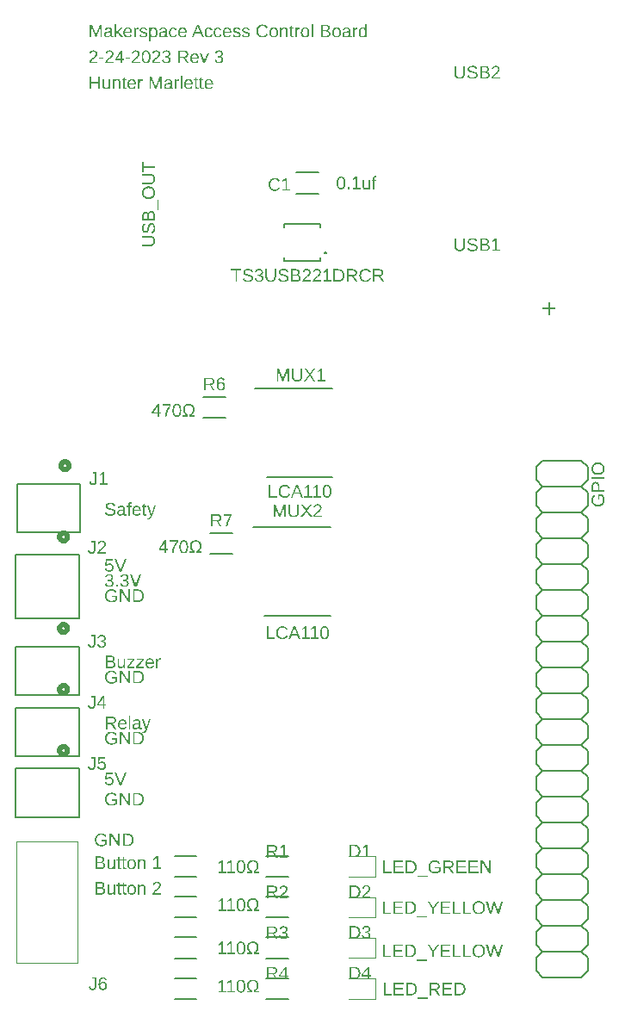
<source format=gbr>
G04 EAGLE Gerber RS-274X export*
G75*
%MOMM*%
%FSLAX34Y34*%
%LPD*%
%INSilkscreen Top*%
%IPPOS*%
%AMOC8*
5,1,8,0,0,1.08239X$1,22.5*%
G01*
G04 Define Apertures*
%ADD10C,0.127000*%
%ADD11C,0.120000*%
%ADD12C,0.152400*%
%ADD13C,0.200000*%
%ADD14C,0.508000*%
%ADD15C,0.100000*%
G36*
X328063Y1005200D02*
X323053Y1005200D01*
X323053Y1017541D01*
X327537Y1017541D01*
X328063Y1017529D01*
X328555Y1017494D01*
X329013Y1017435D01*
X329438Y1017354D01*
X329828Y1017248D01*
X330184Y1017120D01*
X330507Y1016967D01*
X330795Y1016792D01*
X331050Y1016593D01*
X331270Y1016371D01*
X331457Y1016125D01*
X331610Y1015856D01*
X331729Y1015563D01*
X331813Y1015247D01*
X331864Y1014908D01*
X331881Y1014545D01*
X331872Y1014277D01*
X331843Y1014020D01*
X331795Y1013774D01*
X331728Y1013538D01*
X331642Y1013314D01*
X331536Y1013100D01*
X331412Y1012898D01*
X331268Y1012706D01*
X331107Y1012528D01*
X331008Y1012436D01*
X330930Y1012364D01*
X330737Y1012217D01*
X330528Y1012084D01*
X330303Y1011967D01*
X330063Y1011865D01*
X329806Y1011779D01*
X329534Y1011708D01*
X329891Y1011654D01*
X330228Y1011580D01*
X330543Y1011487D01*
X330837Y1011374D01*
X331110Y1011241D01*
X331362Y1011088D01*
X331593Y1010915D01*
X331689Y1010826D01*
X331802Y1010722D01*
X331989Y1010513D01*
X332151Y1010291D01*
X332288Y1010055D01*
X332400Y1009806D01*
X332487Y1009544D01*
X332550Y1009268D01*
X332587Y1008979D01*
X332599Y1008677D01*
X332581Y1008277D01*
X332525Y1007900D01*
X332431Y1007545D01*
X332300Y1007213D01*
X332131Y1006905D01*
X331925Y1006619D01*
X331681Y1006356D01*
X331400Y1006115D01*
X331085Y1005901D01*
X330741Y1005715D01*
X330368Y1005558D01*
X329965Y1005429D01*
X329534Y1005329D01*
X329073Y1005257D01*
X328582Y1005214D01*
X328063Y1005200D01*
G37*
%LPC*%
G36*
X327975Y1006540D02*
X328345Y1006549D01*
X328689Y1006576D01*
X329008Y1006620D01*
X329300Y1006682D01*
X329566Y1006762D01*
X329806Y1006860D01*
X330020Y1006976D01*
X330208Y1007109D01*
X330373Y1007260D01*
X330515Y1007429D01*
X330635Y1007615D01*
X330734Y1007819D01*
X330811Y1008040D01*
X330865Y1008279D01*
X330898Y1008535D01*
X330909Y1008809D01*
X330897Y1009073D01*
X330861Y1009320D01*
X330801Y1009550D01*
X330718Y1009763D01*
X330610Y1009959D01*
X330478Y1010137D01*
X330322Y1010299D01*
X330143Y1010444D01*
X329939Y1010572D01*
X329712Y1010683D01*
X329460Y1010776D01*
X329185Y1010853D01*
X328885Y1010913D01*
X328562Y1010955D01*
X328215Y1010981D01*
X327844Y1010989D01*
X324726Y1010989D01*
X324726Y1006540D01*
X327975Y1006540D01*
G37*
G36*
X327537Y1012294D02*
X327861Y1012302D01*
X328165Y1012326D01*
X328447Y1012365D01*
X328707Y1012420D01*
X328947Y1012491D01*
X329165Y1012578D01*
X329362Y1012680D01*
X329538Y1012798D01*
X329693Y1012932D01*
X329828Y1013084D01*
X329941Y1013251D01*
X330034Y1013436D01*
X330107Y1013638D01*
X330158Y1013856D01*
X330189Y1014092D01*
X330200Y1014344D01*
X330189Y1014585D01*
X330157Y1014808D01*
X330104Y1015013D01*
X330029Y1015200D01*
X329933Y1015370D01*
X329815Y1015521D01*
X329677Y1015655D01*
X329516Y1015772D01*
X329336Y1015872D01*
X329137Y1015959D01*
X328918Y1016033D01*
X328680Y1016093D01*
X328423Y1016140D01*
X328147Y1016174D01*
X327852Y1016194D01*
X327537Y1016201D01*
X324726Y1016201D01*
X324726Y1012294D01*
X327537Y1012294D01*
G37*
%LPD*%
G36*
X155866Y1001478D02*
X154290Y1001478D01*
X154290Y1012741D01*
X154277Y1013956D01*
X154260Y1014378D01*
X154237Y1014677D01*
X155761Y1014677D01*
X155788Y1014427D01*
X155827Y1013766D01*
X155849Y1013153D01*
X155884Y1013153D01*
X156111Y1013561D01*
X156372Y1013911D01*
X156667Y1014203D01*
X156828Y1014327D01*
X156996Y1014436D01*
X157176Y1014531D01*
X157370Y1014614D01*
X157577Y1014684D01*
X157798Y1014741D01*
X158032Y1014786D01*
X158281Y1014818D01*
X158542Y1014837D01*
X158818Y1014843D01*
X159242Y1014825D01*
X159639Y1014770D01*
X160007Y1014678D01*
X160349Y1014550D01*
X160662Y1014385D01*
X160948Y1014183D01*
X161206Y1013945D01*
X161437Y1013670D01*
X161640Y1013355D01*
X161816Y1012999D01*
X161965Y1012601D01*
X162087Y1012161D01*
X162182Y1011679D01*
X162250Y1011155D01*
X162290Y1010590D01*
X162304Y1009982D01*
X162290Y1009382D01*
X162250Y1008820D01*
X162181Y1008297D01*
X162086Y1007813D01*
X161964Y1007368D01*
X161814Y1006961D01*
X161637Y1006593D01*
X161433Y1006264D01*
X161201Y1005974D01*
X160942Y1005722D01*
X160656Y1005509D01*
X160343Y1005335D01*
X160003Y1005199D01*
X159635Y1005102D01*
X159240Y1005044D01*
X158818Y1005025D01*
X158550Y1005031D01*
X158293Y1005051D01*
X158047Y1005083D01*
X157813Y1005128D01*
X157590Y1005186D01*
X157378Y1005256D01*
X157177Y1005340D01*
X156988Y1005436D01*
X156809Y1005546D01*
X156642Y1005668D01*
X156486Y1005803D01*
X156342Y1005951D01*
X156208Y1006112D01*
X156086Y1006286D01*
X155975Y1006472D01*
X155875Y1006671D01*
X155831Y1006671D01*
X155847Y1006552D01*
X155858Y1006264D01*
X155866Y1005183D01*
X155866Y1001478D01*
G37*
%LPC*%
G36*
X158398Y1006190D02*
X158681Y1006203D01*
X158945Y1006244D01*
X159189Y1006311D01*
X159413Y1006405D01*
X159617Y1006527D01*
X159801Y1006675D01*
X159965Y1006850D01*
X160110Y1007052D01*
X160236Y1007286D01*
X160346Y1007557D01*
X160438Y1007864D01*
X160514Y1008207D01*
X160573Y1008588D01*
X160615Y1009004D01*
X160640Y1009457D01*
X160649Y1009947D01*
X160640Y1010424D01*
X160615Y1010866D01*
X160574Y1011273D01*
X160515Y1011644D01*
X160440Y1011980D01*
X160348Y1012281D01*
X160240Y1012546D01*
X160114Y1012776D01*
X159971Y1012975D01*
X159808Y1013148D01*
X159625Y1013294D01*
X159422Y1013413D01*
X159200Y1013506D01*
X158958Y1013573D01*
X158697Y1013612D01*
X158415Y1013626D01*
X158187Y1013620D01*
X157972Y1013601D01*
X157770Y1013570D01*
X157580Y1013527D01*
X157403Y1013472D01*
X157239Y1013404D01*
X157087Y1013324D01*
X156948Y1013232D01*
X156699Y1013007D01*
X156482Y1012727D01*
X156296Y1012392D01*
X156142Y1012001D01*
X156022Y1011551D01*
X155935Y1011039D01*
X155884Y1010463D01*
X155866Y1009825D01*
X155876Y1009373D01*
X155904Y1008953D01*
X155950Y1008563D01*
X156015Y1008204D01*
X156099Y1007876D01*
X156201Y1007578D01*
X156322Y1007311D01*
X156462Y1007074D01*
X156623Y1006867D01*
X156806Y1006687D01*
X157013Y1006535D01*
X157244Y1006411D01*
X157497Y1006314D01*
X157774Y1006245D01*
X158074Y1006204D01*
X158398Y1006190D01*
G37*
%LPD*%
G36*
X363695Y1005025D02*
X363261Y1005044D01*
X362857Y1005100D01*
X362482Y1005195D01*
X362137Y1005327D01*
X361822Y1005497D01*
X361537Y1005705D01*
X361281Y1005950D01*
X361055Y1006234D01*
X360857Y1006555D01*
X360685Y1006916D01*
X360540Y1007315D01*
X360421Y1007753D01*
X360328Y1008230D01*
X360262Y1008746D01*
X360223Y1009301D01*
X360209Y1009895D01*
X360223Y1010495D01*
X360264Y1011056D01*
X360332Y1011579D01*
X360427Y1012063D01*
X360550Y1012509D01*
X360700Y1012915D01*
X360877Y1013283D01*
X361081Y1013613D01*
X361312Y1013903D01*
X361571Y1014155D01*
X361857Y1014368D01*
X362170Y1014542D01*
X362511Y1014678D01*
X362878Y1014774D01*
X363273Y1014833D01*
X363695Y1014852D01*
X363959Y1014846D01*
X364212Y1014827D01*
X364453Y1014796D01*
X364683Y1014753D01*
X364902Y1014698D01*
X365109Y1014630D01*
X365306Y1014550D01*
X365491Y1014458D01*
X365666Y1014352D01*
X365832Y1014232D01*
X365990Y1014097D01*
X366139Y1013948D01*
X366411Y1013605D01*
X366647Y1013205D01*
X366665Y1013205D01*
X366647Y1014265D01*
X366647Y1018198D01*
X368224Y1018198D01*
X368224Y1007153D01*
X368237Y1005925D01*
X368253Y1005499D01*
X368276Y1005200D01*
X366770Y1005200D01*
X366742Y1005432D01*
X366713Y1005848D01*
X366690Y1006321D01*
X366682Y1006724D01*
X366647Y1006724D01*
X366410Y1006301D01*
X366279Y1006113D01*
X366138Y1005942D01*
X365988Y1005787D01*
X365830Y1005648D01*
X365663Y1005526D01*
X365487Y1005419D01*
X365300Y1005327D01*
X365104Y1005247D01*
X364896Y1005179D01*
X364677Y1005123D01*
X364448Y1005080D01*
X364208Y1005049D01*
X363957Y1005031D01*
X363695Y1005025D01*
G37*
%LPC*%
G36*
X364098Y1006242D02*
X364422Y1006257D01*
X364722Y1006300D01*
X365000Y1006373D01*
X365254Y1006474D01*
X365486Y1006605D01*
X365695Y1006764D01*
X365880Y1006953D01*
X366023Y1007144D01*
X366043Y1007171D01*
X366184Y1007419D01*
X366307Y1007699D01*
X366411Y1008011D01*
X366496Y1008355D01*
X366562Y1008731D01*
X366609Y1009140D01*
X366638Y1009580D01*
X366647Y1010052D01*
X366638Y1010507D01*
X366609Y1010931D01*
X366562Y1011323D01*
X366496Y1011684D01*
X366411Y1012013D01*
X366307Y1012310D01*
X366184Y1012576D01*
X366043Y1012811D01*
X365880Y1013016D01*
X365696Y1013194D01*
X365488Y1013345D01*
X365259Y1013468D01*
X365007Y1013564D01*
X364732Y1013632D01*
X364435Y1013673D01*
X364116Y1013687D01*
X363828Y1013673D01*
X363562Y1013632D01*
X363315Y1013563D01*
X363090Y1013467D01*
X362885Y1013343D01*
X362701Y1013192D01*
X362538Y1013013D01*
X362395Y1012807D01*
X362271Y1012570D01*
X362163Y1012298D01*
X362072Y1011992D01*
X361997Y1011652D01*
X361939Y1011277D01*
X361898Y1010868D01*
X361873Y1010425D01*
X361865Y1009947D01*
X361873Y1009468D01*
X361898Y1009024D01*
X361939Y1008615D01*
X361996Y1008241D01*
X362070Y1007903D01*
X362160Y1007600D01*
X362267Y1007333D01*
X362390Y1007101D01*
X362532Y1006899D01*
X362694Y1006725D01*
X362877Y1006578D01*
X363080Y1006457D01*
X363304Y1006363D01*
X363548Y1006296D01*
X363813Y1006256D01*
X364098Y1006242D01*
G37*
%LPD*%
G36*
X276686Y1005025D02*
X276183Y1005045D01*
X275712Y1005104D01*
X275272Y1005203D01*
X274864Y1005341D01*
X274488Y1005519D01*
X274144Y1005737D01*
X273831Y1005994D01*
X273551Y1006290D01*
X273302Y1006624D01*
X273087Y1006994D01*
X272905Y1007398D01*
X272756Y1007837D01*
X272640Y1008312D01*
X272557Y1008822D01*
X272507Y1009367D01*
X272491Y1009947D01*
X272507Y1010541D01*
X272557Y1011097D01*
X272640Y1011614D01*
X272756Y1012093D01*
X272906Y1012534D01*
X273088Y1012936D01*
X273304Y1013300D01*
X273553Y1013626D01*
X273835Y1013913D01*
X274150Y1014162D01*
X274499Y1014373D01*
X274880Y1014545D01*
X275295Y1014679D01*
X275743Y1014775D01*
X276224Y1014833D01*
X276739Y1014852D01*
X277264Y1014833D01*
X277753Y1014777D01*
X278206Y1014684D01*
X278624Y1014553D01*
X279006Y1014385D01*
X279351Y1014179D01*
X279661Y1013937D01*
X279935Y1013656D01*
X280176Y1013337D01*
X280384Y1012976D01*
X280560Y1012574D01*
X280704Y1012131D01*
X280816Y1011647D01*
X280896Y1011122D01*
X280944Y1010555D01*
X280960Y1009947D01*
X280943Y1009345D01*
X280892Y1008783D01*
X280806Y1008260D01*
X280687Y1007777D01*
X280533Y1007334D01*
X280344Y1006930D01*
X280122Y1006566D01*
X279865Y1006242D01*
X279576Y1005957D01*
X279256Y1005710D01*
X278905Y1005500D01*
X278523Y1005329D01*
X278110Y1005196D01*
X277666Y1005101D01*
X277192Y1005044D01*
X276686Y1005025D01*
G37*
%LPC*%
G36*
X276669Y1006190D02*
X277011Y1006204D01*
X277327Y1006247D01*
X277619Y1006318D01*
X277885Y1006417D01*
X278126Y1006546D01*
X278341Y1006702D01*
X278531Y1006887D01*
X278696Y1007101D01*
X278839Y1007344D01*
X278962Y1007620D01*
X279067Y1007928D01*
X279153Y1008268D01*
X279219Y1008640D01*
X279267Y1009043D01*
X279295Y1009479D01*
X279305Y1009947D01*
X279296Y1010421D01*
X279268Y1010861D01*
X279223Y1011268D01*
X279159Y1011641D01*
X279077Y1011980D01*
X278977Y1012286D01*
X278859Y1012559D01*
X278722Y1012798D01*
X278564Y1013006D01*
X278382Y1013187D01*
X278174Y1013340D01*
X277942Y1013465D01*
X277685Y1013562D01*
X277403Y1013631D01*
X277096Y1013673D01*
X276765Y1013687D01*
X276431Y1013673D01*
X276121Y1013630D01*
X275835Y1013560D01*
X275573Y1013460D01*
X275334Y1013333D01*
X275120Y1013177D01*
X274930Y1012993D01*
X274764Y1012781D01*
X274619Y1012538D01*
X274493Y1012263D01*
X274387Y1011957D01*
X274300Y1011619D01*
X274233Y1011249D01*
X274185Y1010847D01*
X274156Y1010413D01*
X274146Y1009947D01*
X274156Y1009493D01*
X274184Y1009068D01*
X274232Y1008673D01*
X274298Y1008306D01*
X274384Y1007969D01*
X274489Y1007660D01*
X274612Y1007381D01*
X274755Y1007131D01*
X274918Y1006911D01*
X275103Y1006719D01*
X275309Y1006558D01*
X275538Y1006425D01*
X275788Y1006322D01*
X276060Y1006249D01*
X276353Y1006204D01*
X276669Y1006190D01*
G37*
%LPD*%
G36*
X307592Y1005025D02*
X307089Y1005045D01*
X306618Y1005104D01*
X306178Y1005203D01*
X305771Y1005341D01*
X305394Y1005519D01*
X305050Y1005737D01*
X304738Y1005994D01*
X304457Y1006290D01*
X304208Y1006624D01*
X303993Y1006994D01*
X303811Y1007398D01*
X303662Y1007837D01*
X303546Y1008312D01*
X303463Y1008822D01*
X303414Y1009367D01*
X303397Y1009947D01*
X303414Y1010541D01*
X303463Y1011097D01*
X303546Y1011614D01*
X303662Y1012093D01*
X303812Y1012534D01*
X303994Y1012936D01*
X304210Y1013300D01*
X304459Y1013626D01*
X304741Y1013913D01*
X305056Y1014162D01*
X305405Y1014373D01*
X305786Y1014545D01*
X306201Y1014679D01*
X306649Y1014775D01*
X307130Y1014833D01*
X307645Y1014852D01*
X308170Y1014833D01*
X308659Y1014777D01*
X309113Y1014684D01*
X309530Y1014553D01*
X309912Y1014385D01*
X310258Y1014179D01*
X310568Y1013937D01*
X310842Y1013656D01*
X311082Y1013337D01*
X311290Y1012976D01*
X311466Y1012574D01*
X311610Y1012131D01*
X311722Y1011647D01*
X311802Y1011122D01*
X311850Y1010555D01*
X311866Y1009947D01*
X311849Y1009345D01*
X311798Y1008783D01*
X311713Y1008260D01*
X311593Y1007777D01*
X311439Y1007334D01*
X311251Y1006930D01*
X311028Y1006566D01*
X310772Y1006242D01*
X310483Y1005957D01*
X310162Y1005710D01*
X309811Y1005500D01*
X309429Y1005329D01*
X309017Y1005196D01*
X308573Y1005101D01*
X308098Y1005044D01*
X307592Y1005025D01*
G37*
%LPC*%
G36*
X307575Y1006190D02*
X307917Y1006204D01*
X308234Y1006247D01*
X308525Y1006318D01*
X308791Y1006417D01*
X309032Y1006546D01*
X309247Y1006702D01*
X309438Y1006887D01*
X309602Y1007101D01*
X309745Y1007344D01*
X309869Y1007620D01*
X309973Y1007928D01*
X310059Y1008268D01*
X310126Y1008640D01*
X310173Y1009043D01*
X310202Y1009479D01*
X310211Y1009947D01*
X310202Y1010421D01*
X310175Y1010861D01*
X310129Y1011268D01*
X310066Y1011641D01*
X309984Y1011980D01*
X309884Y1012286D01*
X309765Y1012559D01*
X309629Y1012798D01*
X309471Y1013006D01*
X309288Y1013187D01*
X309080Y1013340D01*
X308848Y1013465D01*
X308591Y1013562D01*
X308309Y1013631D01*
X308003Y1013673D01*
X307671Y1013687D01*
X307337Y1013673D01*
X307027Y1013630D01*
X306741Y1013560D01*
X306479Y1013460D01*
X306241Y1013333D01*
X306026Y1013177D01*
X305836Y1012993D01*
X305670Y1012781D01*
X305525Y1012538D01*
X305400Y1012263D01*
X305294Y1011957D01*
X305207Y1011619D01*
X305139Y1011249D01*
X305091Y1010847D01*
X305062Y1010413D01*
X305052Y1009947D01*
X305062Y1009493D01*
X305090Y1009068D01*
X305138Y1008673D01*
X305205Y1008306D01*
X305290Y1007969D01*
X305395Y1007660D01*
X305518Y1007381D01*
X305661Y1007131D01*
X305824Y1006911D01*
X306009Y1006719D01*
X306216Y1006558D01*
X306444Y1006425D01*
X306694Y1006322D01*
X306966Y1006249D01*
X307259Y1006204D01*
X307575Y1006190D01*
G37*
%LPD*%
G36*
X338499Y1005025D02*
X337996Y1005045D01*
X337524Y1005104D01*
X337085Y1005203D01*
X336677Y1005341D01*
X336301Y1005519D01*
X335956Y1005737D01*
X335644Y1005994D01*
X335363Y1006290D01*
X335115Y1006624D01*
X334899Y1006994D01*
X334717Y1007398D01*
X334568Y1007837D01*
X334452Y1008312D01*
X334369Y1008822D01*
X334320Y1009367D01*
X334303Y1009947D01*
X334320Y1010541D01*
X334370Y1011097D01*
X334453Y1011614D01*
X334569Y1012093D01*
X334718Y1012534D01*
X334901Y1012936D01*
X335116Y1013300D01*
X335365Y1013626D01*
X335647Y1013913D01*
X335963Y1014162D01*
X336311Y1014373D01*
X336693Y1014545D01*
X337108Y1014679D01*
X337556Y1014775D01*
X338037Y1014833D01*
X338551Y1014852D01*
X339076Y1014833D01*
X339565Y1014777D01*
X340019Y1014684D01*
X340436Y1014553D01*
X340818Y1014385D01*
X341164Y1014179D01*
X341474Y1013937D01*
X341748Y1013656D01*
X341988Y1013337D01*
X342196Y1012976D01*
X342372Y1012574D01*
X342517Y1012131D01*
X342629Y1011647D01*
X342709Y1011122D01*
X342757Y1010555D01*
X342773Y1009947D01*
X342756Y1009345D01*
X342704Y1008783D01*
X342619Y1008260D01*
X342499Y1007777D01*
X342345Y1007334D01*
X342157Y1006930D01*
X341935Y1006566D01*
X341678Y1006242D01*
X341389Y1005957D01*
X341069Y1005710D01*
X340718Y1005500D01*
X340336Y1005329D01*
X339923Y1005196D01*
X339479Y1005101D01*
X339004Y1005044D01*
X338499Y1005025D01*
G37*
%LPC*%
G36*
X338481Y1006190D02*
X338823Y1006204D01*
X339140Y1006247D01*
X339431Y1006318D01*
X339697Y1006417D01*
X339938Y1006546D01*
X340154Y1006702D01*
X340344Y1006887D01*
X340509Y1007101D01*
X340651Y1007344D01*
X340775Y1007620D01*
X340880Y1007928D01*
X340965Y1008268D01*
X341032Y1008640D01*
X341079Y1009043D01*
X341108Y1009479D01*
X341117Y1009947D01*
X341108Y1010421D01*
X341081Y1010861D01*
X341035Y1011268D01*
X340972Y1011641D01*
X340890Y1011980D01*
X340790Y1012286D01*
X340671Y1012559D01*
X340535Y1012798D01*
X340377Y1013006D01*
X340194Y1013187D01*
X339987Y1013340D01*
X339754Y1013465D01*
X339497Y1013562D01*
X339215Y1013631D01*
X338909Y1013673D01*
X338577Y1013687D01*
X338243Y1013673D01*
X337933Y1013630D01*
X337647Y1013560D01*
X337385Y1013460D01*
X337147Y1013333D01*
X336933Y1013177D01*
X336742Y1012993D01*
X336576Y1012781D01*
X336431Y1012538D01*
X336306Y1012263D01*
X336200Y1011957D01*
X336113Y1011619D01*
X336045Y1011249D01*
X335997Y1010847D01*
X335968Y1010413D01*
X335959Y1009947D01*
X335968Y1009493D01*
X335997Y1009068D01*
X336044Y1008673D01*
X336111Y1008306D01*
X336196Y1007969D01*
X336301Y1007660D01*
X336425Y1007381D01*
X336567Y1007131D01*
X336730Y1006911D01*
X336915Y1006719D01*
X337122Y1006558D01*
X337350Y1006425D01*
X337600Y1006322D01*
X337872Y1006249D01*
X338166Y1006204D01*
X338481Y1006190D01*
G37*
%LPD*%
G36*
X97260Y1005200D02*
X95771Y1005200D01*
X95771Y1017541D01*
X97970Y1017541D01*
X101254Y1008984D01*
X101426Y1008448D01*
X101591Y1007876D01*
X101806Y1007022D01*
X101914Y1007463D01*
X102099Y1008086D01*
X102287Y1008667D01*
X102402Y1008984D01*
X105625Y1017541D01*
X107771Y1017541D01*
X107771Y1005200D01*
X106264Y1005200D01*
X106264Y1013433D01*
X106284Y1014773D01*
X106343Y1016061D01*
X105936Y1014664D01*
X105749Y1014093D01*
X105572Y1013608D01*
X102384Y1005200D01*
X101210Y1005200D01*
X97979Y1013608D01*
X97488Y1015097D01*
X97199Y1016061D01*
X97225Y1015088D01*
X97260Y1013433D01*
X97260Y1005200D01*
G37*
G36*
X197757Y1005200D02*
X196023Y1005200D01*
X201059Y1017541D01*
X202959Y1017541D01*
X207917Y1005200D01*
X206209Y1005200D01*
X204799Y1008809D01*
X199176Y1008809D01*
X197757Y1005200D01*
G37*
%LPC*%
G36*
X204299Y1010114D02*
X202714Y1014186D01*
X202469Y1014830D01*
X202224Y1015553D01*
X201987Y1016280D01*
X201908Y1016034D01*
X201637Y1015204D01*
X201260Y1014169D01*
X199684Y1010114D01*
X204299Y1010114D01*
G37*
%LPD*%
G36*
X112864Y1005025D02*
X112518Y1005037D01*
X112194Y1005072D01*
X111893Y1005131D01*
X111613Y1005213D01*
X111356Y1005319D01*
X111121Y1005449D01*
X110908Y1005602D01*
X110718Y1005778D01*
X110549Y1005975D01*
X110403Y1006190D01*
X110280Y1006422D01*
X110179Y1006671D01*
X110100Y1006939D01*
X110044Y1007223D01*
X110011Y1007525D01*
X109999Y1007845D01*
X110015Y1008202D01*
X110060Y1008538D01*
X110136Y1008853D01*
X110241Y1009146D01*
X110378Y1009418D01*
X110544Y1009668D01*
X110740Y1009897D01*
X110967Y1010105D01*
X111228Y1010290D01*
X111525Y1010453D01*
X111860Y1010593D01*
X112232Y1010709D01*
X112641Y1010803D01*
X113087Y1010873D01*
X113570Y1010921D01*
X114090Y1010946D01*
X116218Y1010981D01*
X116218Y1011497D01*
X116210Y1011776D01*
X116187Y1012034D01*
X116149Y1012272D01*
X116095Y1012489D01*
X116026Y1012686D01*
X115942Y1012862D01*
X115843Y1013018D01*
X115728Y1013153D01*
X115596Y1013270D01*
X115447Y1013371D01*
X115281Y1013457D01*
X115097Y1013527D01*
X114896Y1013582D01*
X114677Y1013621D01*
X114440Y1013644D01*
X114186Y1013652D01*
X113692Y1013630D01*
X113473Y1013601D01*
X113271Y1013562D01*
X113087Y1013512D01*
X112922Y1013450D01*
X112774Y1013377D01*
X112645Y1013293D01*
X112530Y1013196D01*
X112428Y1013087D01*
X112337Y1012963D01*
X112259Y1012827D01*
X112193Y1012676D01*
X112139Y1012513D01*
X112097Y1012336D01*
X112067Y1012146D01*
X110420Y1012294D01*
X110482Y1012604D01*
X110567Y1012894D01*
X110676Y1013164D01*
X110809Y1013413D01*
X110964Y1013643D01*
X111143Y1013853D01*
X111346Y1014043D01*
X111572Y1014213D01*
X111821Y1014362D01*
X112094Y1014492D01*
X112390Y1014602D01*
X112709Y1014692D01*
X113052Y1014762D01*
X113418Y1014812D01*
X113808Y1014842D01*
X114221Y1014852D01*
X114654Y1014839D01*
X115059Y1014801D01*
X115437Y1014737D01*
X115787Y1014647D01*
X116109Y1014532D01*
X116404Y1014391D01*
X116671Y1014225D01*
X116910Y1014033D01*
X117121Y1013817D01*
X117305Y1013578D01*
X117460Y1013316D01*
X117587Y1013031D01*
X117685Y1012724D01*
X117756Y1012393D01*
X117798Y1012040D01*
X117812Y1011664D01*
X117812Y1007582D01*
X117824Y1007254D01*
X117858Y1006968D01*
X117916Y1006726D01*
X117996Y1006527D01*
X118109Y1006372D01*
X118263Y1006261D01*
X118459Y1006194D01*
X118697Y1006172D01*
X118940Y1006188D01*
X119213Y1006234D01*
X119213Y1005253D01*
X118914Y1005191D01*
X118611Y1005147D01*
X118305Y1005121D01*
X117996Y1005112D01*
X117785Y1005120D01*
X117588Y1005141D01*
X117406Y1005177D01*
X117240Y1005227D01*
X117088Y1005292D01*
X116951Y1005371D01*
X116829Y1005464D01*
X116722Y1005572D01*
X116627Y1005695D01*
X116544Y1005835D01*
X116471Y1005990D01*
X116410Y1006162D01*
X116359Y1006351D01*
X116319Y1006555D01*
X116271Y1007013D01*
X116218Y1007013D01*
X115904Y1006510D01*
X115737Y1006288D01*
X115564Y1006086D01*
X115386Y1005903D01*
X115201Y1005741D01*
X115010Y1005599D01*
X114812Y1005476D01*
X114607Y1005370D01*
X114390Y1005279D01*
X114163Y1005201D01*
X113924Y1005138D01*
X113675Y1005088D01*
X113416Y1005053D01*
X113145Y1005032D01*
X112864Y1005025D01*
G37*
%LPC*%
G36*
X113223Y1006207D02*
X113436Y1006213D01*
X113644Y1006232D01*
X114042Y1006306D01*
X114415Y1006429D01*
X114764Y1006601D01*
X115084Y1006817D01*
X115367Y1007069D01*
X115616Y1007358D01*
X115828Y1007683D01*
X115999Y1008029D01*
X116121Y1008380D01*
X116194Y1008737D01*
X116218Y1009098D01*
X116218Y1009877D01*
X114493Y1009842D01*
X113970Y1009821D01*
X113515Y1009776D01*
X113127Y1009707D01*
X112807Y1009614D01*
X112536Y1009495D01*
X112300Y1009347D01*
X112096Y1009171D01*
X111926Y1008966D01*
X111792Y1008730D01*
X111696Y1008460D01*
X111639Y1008157D01*
X111620Y1007819D01*
X111626Y1007632D01*
X111646Y1007455D01*
X111678Y1007290D01*
X111724Y1007136D01*
X111782Y1006992D01*
X111854Y1006860D01*
X111938Y1006738D01*
X112036Y1006628D01*
X112145Y1006529D01*
X112266Y1006444D01*
X112398Y1006371D01*
X112541Y1006312D01*
X112694Y1006266D01*
X112859Y1006234D01*
X113035Y1006214D01*
X113223Y1006207D01*
G37*
%LPD*%
G36*
X166676Y1005025D02*
X166330Y1005037D01*
X166007Y1005072D01*
X165705Y1005131D01*
X165426Y1005213D01*
X165169Y1005319D01*
X164934Y1005449D01*
X164721Y1005602D01*
X164530Y1005778D01*
X164362Y1005975D01*
X164216Y1006190D01*
X164093Y1006422D01*
X163992Y1006671D01*
X163913Y1006939D01*
X163857Y1007223D01*
X163823Y1007525D01*
X163812Y1007845D01*
X163827Y1008202D01*
X163872Y1008538D01*
X163948Y1008853D01*
X164054Y1009146D01*
X164190Y1009418D01*
X164356Y1009668D01*
X164553Y1009897D01*
X164780Y1010105D01*
X165040Y1010290D01*
X165338Y1010453D01*
X165673Y1010593D01*
X166044Y1010709D01*
X166453Y1010803D01*
X166899Y1010873D01*
X167382Y1010921D01*
X167902Y1010946D01*
X170031Y1010981D01*
X170031Y1011497D01*
X170023Y1011776D01*
X170000Y1012034D01*
X169962Y1012272D01*
X169908Y1012489D01*
X169839Y1012686D01*
X169755Y1012862D01*
X169655Y1013018D01*
X169540Y1013153D01*
X169409Y1013270D01*
X169260Y1013371D01*
X169093Y1013457D01*
X168909Y1013527D01*
X168708Y1013582D01*
X168489Y1013621D01*
X168253Y1013644D01*
X167999Y1013652D01*
X167505Y1013630D01*
X167285Y1013601D01*
X167083Y1013562D01*
X166900Y1013512D01*
X166734Y1013450D01*
X166587Y1013377D01*
X166457Y1013293D01*
X166343Y1013196D01*
X166240Y1013087D01*
X166150Y1012963D01*
X166072Y1012827D01*
X166005Y1012676D01*
X165951Y1012513D01*
X165909Y1012336D01*
X165879Y1012146D01*
X164232Y1012294D01*
X164294Y1012604D01*
X164380Y1012894D01*
X164489Y1013164D01*
X164621Y1013413D01*
X164777Y1013643D01*
X164956Y1013853D01*
X165158Y1014043D01*
X165384Y1014213D01*
X165633Y1014362D01*
X165906Y1014492D01*
X166202Y1014602D01*
X166522Y1014692D01*
X166865Y1014762D01*
X167231Y1014812D01*
X167621Y1014842D01*
X168034Y1014852D01*
X168466Y1014839D01*
X168872Y1014801D01*
X169249Y1014737D01*
X169599Y1014647D01*
X169921Y1014532D01*
X170216Y1014391D01*
X170483Y1014225D01*
X170722Y1014033D01*
X170934Y1013817D01*
X171117Y1013578D01*
X171272Y1013316D01*
X171399Y1013031D01*
X171498Y1012724D01*
X171568Y1012393D01*
X171611Y1012040D01*
X171625Y1011664D01*
X171625Y1007582D01*
X171636Y1007254D01*
X171671Y1006968D01*
X171728Y1006726D01*
X171809Y1006527D01*
X171921Y1006372D01*
X172076Y1006261D01*
X172272Y1006194D01*
X172509Y1006172D01*
X172752Y1006188D01*
X173026Y1006234D01*
X173026Y1005253D01*
X172727Y1005191D01*
X172424Y1005147D01*
X172118Y1005121D01*
X171809Y1005112D01*
X171597Y1005120D01*
X171400Y1005141D01*
X171219Y1005177D01*
X171052Y1005227D01*
X170900Y1005292D01*
X170763Y1005371D01*
X170641Y1005464D01*
X170534Y1005572D01*
X170440Y1005695D01*
X170357Y1005835D01*
X170284Y1005990D01*
X170222Y1006162D01*
X170171Y1006351D01*
X170131Y1006555D01*
X170083Y1007013D01*
X170031Y1007013D01*
X169716Y1006510D01*
X169550Y1006288D01*
X169377Y1006086D01*
X169198Y1005903D01*
X169013Y1005741D01*
X168822Y1005599D01*
X168625Y1005476D01*
X168419Y1005370D01*
X168202Y1005279D01*
X167975Y1005201D01*
X167737Y1005138D01*
X167488Y1005088D01*
X167228Y1005053D01*
X166957Y1005032D01*
X166676Y1005025D01*
G37*
%LPC*%
G36*
X167035Y1006207D02*
X167249Y1006213D01*
X167457Y1006232D01*
X167854Y1006306D01*
X168227Y1006429D01*
X168577Y1006601D01*
X168896Y1006817D01*
X169180Y1007069D01*
X169428Y1007358D01*
X169641Y1007683D01*
X169811Y1008029D01*
X169933Y1008380D01*
X170006Y1008737D01*
X170031Y1009098D01*
X170031Y1009877D01*
X168305Y1009842D01*
X167783Y1009821D01*
X167327Y1009776D01*
X166940Y1009707D01*
X166619Y1009614D01*
X166349Y1009495D01*
X166112Y1009347D01*
X165909Y1009171D01*
X165739Y1008966D01*
X165605Y1008730D01*
X165509Y1008460D01*
X165451Y1008157D01*
X165432Y1007819D01*
X165439Y1007632D01*
X165458Y1007455D01*
X165491Y1007290D01*
X165536Y1007136D01*
X165595Y1006992D01*
X165666Y1006860D01*
X165751Y1006738D01*
X165848Y1006628D01*
X165958Y1006529D01*
X166079Y1006444D01*
X166210Y1006371D01*
X166353Y1006312D01*
X166507Y1006266D01*
X166672Y1006234D01*
X166848Y1006214D01*
X167035Y1006207D01*
G37*
%LPD*%
G36*
X347145Y1005025D02*
X346799Y1005037D01*
X346475Y1005072D01*
X346174Y1005131D01*
X345895Y1005213D01*
X345637Y1005319D01*
X345402Y1005449D01*
X345190Y1005602D01*
X344999Y1005778D01*
X344831Y1005975D01*
X344685Y1006190D01*
X344561Y1006422D01*
X344460Y1006671D01*
X344382Y1006939D01*
X344326Y1007223D01*
X344292Y1007525D01*
X344281Y1007845D01*
X344296Y1008202D01*
X344341Y1008538D01*
X344417Y1008853D01*
X344523Y1009146D01*
X344659Y1009418D01*
X344825Y1009668D01*
X345022Y1009897D01*
X345249Y1010105D01*
X345509Y1010290D01*
X345807Y1010453D01*
X346141Y1010593D01*
X346513Y1010709D01*
X346922Y1010803D01*
X347368Y1010873D01*
X347851Y1010921D01*
X348371Y1010946D01*
X350499Y1010981D01*
X350499Y1011497D01*
X350492Y1011776D01*
X350469Y1012034D01*
X350430Y1012272D01*
X350377Y1012489D01*
X350308Y1012686D01*
X350223Y1012862D01*
X350124Y1013018D01*
X350009Y1013153D01*
X349877Y1013270D01*
X349729Y1013371D01*
X349562Y1013457D01*
X349378Y1013527D01*
X349177Y1013582D01*
X348958Y1013621D01*
X348721Y1013644D01*
X348467Y1013652D01*
X347974Y1013630D01*
X347754Y1013601D01*
X347552Y1013562D01*
X347368Y1013512D01*
X347203Y1013450D01*
X347055Y1013377D01*
X346926Y1013293D01*
X346811Y1013196D01*
X346709Y1013087D01*
X346619Y1012963D01*
X346540Y1012827D01*
X346474Y1012676D01*
X346420Y1012513D01*
X346378Y1012336D01*
X346348Y1012146D01*
X344701Y1012294D01*
X344763Y1012604D01*
X344849Y1012894D01*
X344958Y1013164D01*
X345090Y1013413D01*
X345245Y1013643D01*
X345425Y1013853D01*
X345627Y1014043D01*
X345853Y1014213D01*
X346102Y1014362D01*
X346375Y1014492D01*
X346671Y1014602D01*
X346990Y1014692D01*
X347333Y1014762D01*
X347700Y1014812D01*
X348089Y1014842D01*
X348502Y1014852D01*
X348935Y1014839D01*
X349340Y1014801D01*
X349718Y1014737D01*
X350068Y1014647D01*
X350390Y1014532D01*
X350685Y1014391D01*
X350952Y1014225D01*
X351191Y1014033D01*
X351403Y1013817D01*
X351586Y1013578D01*
X351741Y1013316D01*
X351868Y1013031D01*
X351967Y1012724D01*
X352037Y1012393D01*
X352079Y1012040D01*
X352093Y1011664D01*
X352093Y1007582D01*
X352105Y1007254D01*
X352139Y1006968D01*
X352197Y1006726D01*
X352277Y1006527D01*
X352390Y1006372D01*
X352544Y1006261D01*
X352740Y1006194D01*
X352978Y1006172D01*
X353221Y1006188D01*
X353495Y1006234D01*
X353495Y1005253D01*
X353195Y1005191D01*
X352893Y1005147D01*
X352587Y1005121D01*
X352277Y1005112D01*
X352066Y1005120D01*
X351869Y1005141D01*
X351688Y1005177D01*
X351521Y1005227D01*
X351369Y1005292D01*
X351232Y1005371D01*
X351110Y1005464D01*
X351003Y1005572D01*
X350909Y1005695D01*
X350825Y1005835D01*
X350753Y1005990D01*
X350691Y1006162D01*
X350640Y1006351D01*
X350600Y1006555D01*
X350552Y1007013D01*
X350499Y1007013D01*
X350185Y1006510D01*
X350018Y1006288D01*
X349846Y1006086D01*
X349667Y1005903D01*
X349482Y1005741D01*
X349291Y1005599D01*
X349094Y1005476D01*
X348888Y1005370D01*
X348671Y1005279D01*
X348444Y1005201D01*
X348206Y1005138D01*
X347957Y1005088D01*
X347697Y1005053D01*
X347426Y1005032D01*
X347145Y1005025D01*
G37*
%LPC*%
G36*
X347504Y1006207D02*
X347718Y1006213D01*
X347925Y1006232D01*
X348323Y1006306D01*
X348696Y1006429D01*
X349045Y1006601D01*
X349365Y1006817D01*
X349649Y1007069D01*
X349897Y1007358D01*
X350110Y1007683D01*
X350280Y1008029D01*
X350402Y1008380D01*
X350475Y1008737D01*
X350499Y1009098D01*
X350499Y1009877D01*
X348774Y1009842D01*
X348251Y1009821D01*
X347796Y1009776D01*
X347408Y1009707D01*
X347088Y1009614D01*
X346818Y1009495D01*
X346581Y1009347D01*
X346378Y1009171D01*
X346208Y1008966D01*
X346074Y1008730D01*
X345978Y1008460D01*
X345920Y1008157D01*
X345901Y1007819D01*
X345908Y1007632D01*
X345927Y1007455D01*
X345960Y1007290D01*
X346005Y1007136D01*
X346064Y1006992D01*
X346135Y1006860D01*
X346220Y1006738D01*
X346317Y1006628D01*
X346427Y1006529D01*
X346547Y1006444D01*
X346679Y1006371D01*
X346822Y1006312D01*
X346976Y1006266D01*
X347141Y1006234D01*
X347317Y1006214D01*
X347504Y1006207D01*
G37*
%LPD*%
G36*
X133237Y1005025D02*
X132728Y1005044D01*
X132249Y1005103D01*
X131802Y1005201D01*
X131386Y1005338D01*
X131002Y1005514D01*
X130648Y1005729D01*
X130327Y1005984D01*
X130036Y1006277D01*
X129779Y1006609D01*
X129555Y1006980D01*
X129366Y1007388D01*
X129212Y1007834D01*
X129092Y1008318D01*
X129006Y1008841D01*
X128954Y1009401D01*
X128937Y1010000D01*
X128954Y1010569D01*
X129006Y1011105D01*
X129092Y1011606D01*
X129212Y1012073D01*
X129366Y1012506D01*
X129555Y1012905D01*
X129779Y1013269D01*
X130036Y1013599D01*
X130326Y1013893D01*
X130645Y1014147D01*
X130993Y1014363D01*
X131371Y1014539D01*
X131778Y1014676D01*
X132215Y1014774D01*
X132681Y1014832D01*
X133176Y1014852D01*
X133682Y1014832D01*
X134155Y1014773D01*
X134596Y1014675D01*
X135004Y1014537D01*
X135379Y1014360D01*
X135722Y1014144D01*
X136032Y1013888D01*
X136309Y1013593D01*
X136554Y1013258D01*
X136766Y1012885D01*
X136946Y1012472D01*
X137093Y1012019D01*
X137207Y1011527D01*
X137289Y1010996D01*
X137338Y1010426D01*
X137354Y1009816D01*
X137354Y1009606D01*
X130592Y1009606D01*
X130603Y1009210D01*
X130635Y1008838D01*
X130687Y1008488D01*
X130761Y1008163D01*
X130856Y1007860D01*
X130972Y1007581D01*
X131109Y1007325D01*
X131267Y1007092D01*
X131445Y1006885D01*
X131643Y1006705D01*
X131860Y1006553D01*
X132097Y1006428D01*
X132353Y1006332D01*
X132628Y1006263D01*
X132923Y1006221D01*
X133237Y1006207D01*
X133487Y1006214D01*
X133724Y1006233D01*
X133949Y1006265D01*
X134160Y1006310D01*
X134359Y1006368D01*
X134545Y1006439D01*
X134719Y1006522D01*
X134880Y1006619D01*
X135163Y1006838D01*
X135398Y1007085D01*
X135582Y1007360D01*
X135716Y1007661D01*
X137100Y1007267D01*
X136985Y1006996D01*
X136854Y1006742D01*
X136705Y1006505D01*
X136540Y1006286D01*
X136358Y1006085D01*
X136159Y1005901D01*
X135942Y1005734D01*
X135710Y1005585D01*
X135460Y1005454D01*
X135193Y1005340D01*
X134909Y1005244D01*
X134609Y1005165D01*
X134291Y1005104D01*
X133957Y1005060D01*
X133606Y1005034D01*
X133237Y1005025D01*
G37*
%LPC*%
G36*
X135725Y1010814D02*
X135684Y1011176D01*
X135628Y1011512D01*
X135556Y1011824D01*
X135469Y1012109D01*
X135366Y1012370D01*
X135247Y1012605D01*
X135113Y1012815D01*
X134963Y1012999D01*
X134797Y1013161D01*
X134613Y1013300D01*
X134412Y1013418D01*
X134194Y1013515D01*
X133959Y1013590D01*
X133707Y1013644D01*
X133437Y1013676D01*
X133150Y1013687D01*
X132870Y1013675D01*
X132606Y1013639D01*
X132356Y1013579D01*
X132122Y1013495D01*
X131902Y1013388D01*
X131697Y1013256D01*
X131507Y1013100D01*
X131332Y1012921D01*
X131175Y1012720D01*
X131036Y1012502D01*
X130917Y1012265D01*
X130817Y1012011D01*
X130736Y1011739D01*
X130675Y1011448D01*
X130633Y1011140D01*
X130610Y1010814D01*
X135725Y1010814D01*
G37*
%LPD*%
G36*
X187081Y1005025D02*
X186571Y1005044D01*
X186093Y1005103D01*
X185646Y1005201D01*
X185230Y1005338D01*
X184845Y1005514D01*
X184492Y1005729D01*
X184170Y1005984D01*
X183880Y1006277D01*
X183622Y1006609D01*
X183399Y1006980D01*
X183210Y1007388D01*
X183056Y1007834D01*
X182935Y1008318D01*
X182849Y1008841D01*
X182798Y1009401D01*
X182781Y1010000D01*
X182798Y1010569D01*
X182849Y1011105D01*
X182935Y1011606D01*
X183056Y1012073D01*
X183210Y1012506D01*
X183399Y1012905D01*
X183622Y1013269D01*
X183880Y1013599D01*
X184169Y1013893D01*
X184488Y1014147D01*
X184837Y1014363D01*
X185215Y1014539D01*
X185622Y1014676D01*
X186058Y1014774D01*
X186524Y1014832D01*
X187020Y1014852D01*
X187526Y1014832D01*
X187999Y1014773D01*
X188440Y1014675D01*
X188848Y1014537D01*
X189223Y1014360D01*
X189566Y1014144D01*
X189876Y1013888D01*
X190153Y1013593D01*
X190398Y1013258D01*
X190610Y1012885D01*
X190790Y1012472D01*
X190937Y1012019D01*
X191051Y1011527D01*
X191132Y1010996D01*
X191181Y1010426D01*
X191198Y1009816D01*
X191198Y1009606D01*
X184436Y1009606D01*
X184447Y1009210D01*
X184478Y1008838D01*
X184531Y1008488D01*
X184605Y1008163D01*
X184700Y1007860D01*
X184815Y1007581D01*
X184952Y1007325D01*
X185111Y1007092D01*
X185289Y1006885D01*
X185487Y1006705D01*
X185704Y1006553D01*
X185940Y1006428D01*
X186196Y1006332D01*
X186472Y1006263D01*
X186767Y1006221D01*
X187081Y1006207D01*
X187331Y1006214D01*
X187568Y1006233D01*
X187792Y1006265D01*
X188004Y1006310D01*
X188203Y1006368D01*
X188389Y1006439D01*
X188563Y1006522D01*
X188723Y1006619D01*
X189007Y1006838D01*
X189241Y1007085D01*
X189425Y1007360D01*
X189560Y1007661D01*
X190944Y1007267D01*
X190829Y1006996D01*
X190698Y1006742D01*
X190549Y1006505D01*
X190384Y1006286D01*
X190201Y1006085D01*
X190002Y1005901D01*
X189786Y1005734D01*
X189553Y1005585D01*
X189303Y1005454D01*
X189037Y1005340D01*
X188753Y1005244D01*
X188452Y1005165D01*
X188135Y1005104D01*
X187801Y1005060D01*
X187449Y1005034D01*
X187081Y1005025D01*
G37*
%LPC*%
G36*
X189569Y1010814D02*
X189528Y1011176D01*
X189472Y1011512D01*
X189400Y1011824D01*
X189312Y1012109D01*
X189209Y1012370D01*
X189091Y1012605D01*
X188956Y1012815D01*
X188807Y1012999D01*
X188640Y1013161D01*
X188457Y1013300D01*
X188256Y1013418D01*
X188038Y1013515D01*
X187803Y1013590D01*
X187550Y1013644D01*
X187281Y1013676D01*
X186994Y1013687D01*
X186714Y1013675D01*
X186450Y1013639D01*
X186200Y1013579D01*
X185966Y1013495D01*
X185746Y1013388D01*
X185541Y1013256D01*
X185351Y1013100D01*
X185176Y1012921D01*
X185018Y1012720D01*
X184880Y1012502D01*
X184761Y1012265D01*
X184661Y1012011D01*
X184580Y1011739D01*
X184518Y1011448D01*
X184476Y1011140D01*
X184454Y1010814D01*
X189569Y1010814D01*
G37*
%LPD*%
G36*
X230956Y1005025D02*
X230446Y1005044D01*
X229968Y1005103D01*
X229521Y1005201D01*
X229105Y1005338D01*
X228720Y1005514D01*
X228367Y1005729D01*
X228045Y1005984D01*
X227755Y1006277D01*
X227497Y1006609D01*
X227274Y1006980D01*
X227085Y1007388D01*
X226931Y1007834D01*
X226810Y1008318D01*
X226724Y1008841D01*
X226673Y1009401D01*
X226656Y1010000D01*
X226673Y1010569D01*
X226724Y1011105D01*
X226810Y1011606D01*
X226931Y1012073D01*
X227085Y1012506D01*
X227274Y1012905D01*
X227497Y1013269D01*
X227755Y1013599D01*
X228044Y1013893D01*
X228363Y1014147D01*
X228712Y1014363D01*
X229090Y1014539D01*
X229497Y1014676D01*
X229933Y1014774D01*
X230399Y1014832D01*
X230895Y1014852D01*
X231401Y1014832D01*
X231874Y1014773D01*
X232315Y1014675D01*
X232723Y1014537D01*
X233098Y1014360D01*
X233441Y1014144D01*
X233751Y1013888D01*
X234028Y1013593D01*
X234273Y1013258D01*
X234485Y1012885D01*
X234665Y1012472D01*
X234812Y1012019D01*
X234926Y1011527D01*
X235007Y1010996D01*
X235056Y1010426D01*
X235073Y1009816D01*
X235073Y1009606D01*
X228311Y1009606D01*
X228322Y1009210D01*
X228353Y1008838D01*
X228406Y1008488D01*
X228480Y1008163D01*
X228575Y1007860D01*
X228690Y1007581D01*
X228827Y1007325D01*
X228986Y1007092D01*
X229164Y1006885D01*
X229362Y1006705D01*
X229579Y1006553D01*
X229815Y1006428D01*
X230071Y1006332D01*
X230347Y1006263D01*
X230642Y1006221D01*
X230956Y1006207D01*
X231206Y1006214D01*
X231443Y1006233D01*
X231667Y1006265D01*
X231879Y1006310D01*
X232078Y1006368D01*
X232264Y1006439D01*
X232438Y1006522D01*
X232598Y1006619D01*
X232882Y1006838D01*
X233116Y1007085D01*
X233300Y1007360D01*
X233435Y1007661D01*
X234819Y1007267D01*
X234704Y1006996D01*
X234573Y1006742D01*
X234424Y1006505D01*
X234259Y1006286D01*
X234076Y1006085D01*
X233877Y1005901D01*
X233661Y1005734D01*
X233428Y1005585D01*
X233178Y1005454D01*
X232912Y1005340D01*
X232628Y1005244D01*
X232327Y1005165D01*
X232010Y1005104D01*
X231676Y1005060D01*
X231324Y1005034D01*
X230956Y1005025D01*
G37*
%LPC*%
G36*
X233444Y1010814D02*
X233403Y1011176D01*
X233347Y1011512D01*
X233275Y1011824D01*
X233187Y1012109D01*
X233084Y1012370D01*
X232966Y1012605D01*
X232831Y1012815D01*
X232682Y1012999D01*
X232515Y1013161D01*
X232332Y1013300D01*
X232131Y1013418D01*
X231913Y1013515D01*
X231678Y1013590D01*
X231425Y1013644D01*
X231156Y1013676D01*
X230869Y1013687D01*
X230589Y1013675D01*
X230325Y1013639D01*
X230075Y1013579D01*
X229841Y1013495D01*
X229621Y1013388D01*
X229416Y1013256D01*
X229226Y1013100D01*
X229051Y1012921D01*
X228893Y1012720D01*
X228755Y1012502D01*
X228636Y1012265D01*
X228536Y1012011D01*
X228455Y1011739D01*
X228393Y1011448D01*
X228351Y1011140D01*
X228329Y1010814D01*
X233444Y1010814D01*
G37*
%LPD*%
G36*
X265697Y1005025D02*
X265238Y1005037D01*
X264795Y1005073D01*
X264368Y1005134D01*
X263957Y1005219D01*
X263562Y1005328D01*
X263182Y1005461D01*
X262818Y1005618D01*
X262469Y1005800D01*
X262139Y1006004D01*
X261829Y1006229D01*
X261539Y1006475D01*
X261269Y1006742D01*
X261020Y1007029D01*
X260791Y1007337D01*
X260582Y1007666D01*
X260393Y1008016D01*
X260226Y1008384D01*
X260081Y1008769D01*
X259958Y1009171D01*
X259858Y1009589D01*
X259780Y1010024D01*
X259724Y1010475D01*
X259691Y1010943D01*
X259680Y1011427D01*
X259686Y1011791D01*
X259705Y1012145D01*
X259736Y1012489D01*
X259779Y1012823D01*
X259835Y1013147D01*
X259904Y1013461D01*
X259985Y1013765D01*
X260078Y1014059D01*
X260184Y1014343D01*
X260302Y1014617D01*
X260576Y1015135D01*
X260900Y1015614D01*
X261274Y1016052D01*
X261691Y1016444D01*
X262147Y1016784D01*
X262390Y1016934D01*
X262642Y1017071D01*
X262903Y1017195D01*
X263174Y1017306D01*
X263455Y1017405D01*
X263745Y1017489D01*
X264045Y1017561D01*
X264355Y1017620D01*
X264674Y1017666D01*
X265002Y1017699D01*
X265340Y1017718D01*
X265688Y1017725D01*
X266171Y1017713D01*
X266633Y1017677D01*
X267075Y1017616D01*
X267497Y1017532D01*
X267898Y1017424D01*
X268279Y1017291D01*
X268640Y1017135D01*
X268981Y1016954D01*
X269301Y1016750D01*
X269599Y1016522D01*
X269875Y1016271D01*
X270129Y1015997D01*
X270361Y1015700D01*
X270571Y1015379D01*
X270759Y1015035D01*
X270926Y1014668D01*
X269340Y1014142D01*
X269225Y1014404D01*
X269093Y1014649D01*
X268945Y1014879D01*
X268781Y1015093D01*
X268600Y1015291D01*
X268403Y1015473D01*
X268190Y1015639D01*
X267961Y1015789D01*
X267718Y1015923D01*
X267464Y1016038D01*
X267198Y1016136D01*
X266922Y1016216D01*
X266634Y1016278D01*
X266336Y1016323D01*
X266026Y1016349D01*
X265706Y1016358D01*
X265207Y1016338D01*
X264738Y1016276D01*
X264296Y1016173D01*
X263884Y1016029D01*
X263499Y1015843D01*
X263144Y1015617D01*
X262816Y1015349D01*
X262517Y1015040D01*
X262251Y1014695D01*
X262019Y1014320D01*
X261824Y1013914D01*
X261663Y1013478D01*
X261539Y1013011D01*
X261450Y1012514D01*
X261397Y1011986D01*
X261379Y1011427D01*
X261397Y1010874D01*
X261453Y1010349D01*
X261546Y1009851D01*
X261675Y1009381D01*
X261842Y1008939D01*
X262046Y1008525D01*
X262287Y1008138D01*
X262566Y1007779D01*
X262875Y1007456D01*
X263211Y1007176D01*
X263573Y1006939D01*
X263961Y1006745D01*
X264376Y1006594D01*
X264816Y1006486D01*
X265283Y1006421D01*
X265776Y1006400D01*
X266095Y1006410D01*
X266404Y1006440D01*
X266703Y1006490D01*
X266991Y1006560D01*
X267270Y1006651D01*
X267539Y1006761D01*
X267798Y1006891D01*
X268046Y1007041D01*
X268285Y1007212D01*
X268513Y1007402D01*
X268732Y1007613D01*
X268940Y1007843D01*
X269138Y1008094D01*
X269327Y1008365D01*
X269505Y1008655D01*
X269673Y1008966D01*
X271039Y1008283D01*
X270839Y1007896D01*
X270620Y1007534D01*
X270381Y1007195D01*
X270123Y1006879D01*
X269846Y1006588D01*
X269549Y1006321D01*
X269233Y1006077D01*
X268898Y1005857D01*
X268546Y1005662D01*
X268181Y1005493D01*
X267801Y1005350D01*
X267408Y1005233D01*
X267001Y1005142D01*
X266580Y1005077D01*
X266145Y1005038D01*
X265697Y1005025D01*
G37*
G36*
X121991Y1005200D02*
X120415Y1005200D01*
X120415Y1018198D01*
X121991Y1018198D01*
X121991Y1010079D01*
X126152Y1014677D01*
X128000Y1014677D01*
X124155Y1010604D01*
X128201Y1005200D01*
X126353Y1005200D01*
X123148Y1009527D01*
X121991Y1008572D01*
X121991Y1005200D01*
G37*
G36*
X284527Y1005200D02*
X282950Y1005200D01*
X282950Y1012654D01*
X282937Y1013987D01*
X282920Y1014412D01*
X282897Y1014677D01*
X284386Y1014677D01*
X284404Y1014440D01*
X284426Y1013998D01*
X284456Y1013056D01*
X284483Y1013056D01*
X284765Y1013511D01*
X285068Y1013894D01*
X285228Y1014059D01*
X285393Y1014205D01*
X285564Y1014334D01*
X285740Y1014445D01*
X285923Y1014540D01*
X286118Y1014623D01*
X286324Y1014693D01*
X286540Y1014750D01*
X286767Y1014795D01*
X287005Y1014826D01*
X287254Y1014846D01*
X287513Y1014852D01*
X287890Y1014840D01*
X288240Y1014803D01*
X288565Y1014743D01*
X288863Y1014658D01*
X289135Y1014549D01*
X289381Y1014416D01*
X289601Y1014258D01*
X289795Y1014077D01*
X289964Y1013867D01*
X290111Y1013626D01*
X290235Y1013353D01*
X290337Y1013049D01*
X290416Y1012713D01*
X290472Y1012345D01*
X290506Y1011946D01*
X290517Y1011515D01*
X290517Y1005200D01*
X288932Y1005200D01*
X288932Y1011208D01*
X288921Y1011651D01*
X288886Y1012040D01*
X288829Y1012378D01*
X288748Y1012662D01*
X288642Y1012903D01*
X288509Y1013107D01*
X288349Y1013275D01*
X288161Y1013407D01*
X287936Y1013506D01*
X287664Y1013578D01*
X287345Y1013620D01*
X286979Y1013634D01*
X286702Y1013622D01*
X286440Y1013586D01*
X286193Y1013525D01*
X285961Y1013440D01*
X285744Y1013330D01*
X285542Y1013196D01*
X285355Y1013038D01*
X285183Y1012855D01*
X285029Y1012651D01*
X284896Y1012427D01*
X284783Y1012185D01*
X284691Y1011924D01*
X284619Y1011645D01*
X284568Y1011346D01*
X284537Y1011028D01*
X284527Y1010692D01*
X284527Y1005200D01*
G37*
G36*
X148588Y1005025D02*
X148158Y1005034D01*
X147754Y1005061D01*
X147375Y1005107D01*
X147021Y1005170D01*
X146693Y1005252D01*
X146390Y1005352D01*
X146112Y1005471D01*
X145860Y1005607D01*
X145631Y1005763D01*
X145422Y1005939D01*
X145235Y1006136D01*
X145068Y1006353D01*
X144923Y1006590D01*
X144798Y1006848D01*
X144694Y1007126D01*
X144612Y1007425D01*
X146004Y1007696D01*
X146061Y1007512D01*
X146132Y1007341D01*
X146216Y1007182D01*
X146313Y1007036D01*
X146424Y1006903D01*
X146548Y1006782D01*
X146685Y1006675D01*
X146836Y1006579D01*
X147002Y1006496D01*
X147182Y1006424D01*
X147378Y1006363D01*
X147590Y1006313D01*
X148058Y1006247D01*
X148588Y1006225D01*
X148878Y1006230D01*
X149148Y1006248D01*
X149398Y1006276D01*
X149627Y1006317D01*
X149837Y1006368D01*
X150026Y1006432D01*
X150195Y1006506D01*
X150344Y1006593D01*
X150475Y1006690D01*
X150588Y1006800D01*
X150683Y1006920D01*
X150761Y1007052D01*
X150822Y1007196D01*
X150866Y1007351D01*
X150892Y1007518D01*
X150900Y1007696D01*
X150876Y1007963D01*
X150804Y1008204D01*
X150684Y1008419D01*
X150515Y1008607D01*
X150293Y1008775D01*
X150011Y1008927D01*
X149671Y1009064D01*
X149271Y1009185D01*
X148141Y1009483D01*
X147512Y1009657D01*
X146980Y1009830D01*
X146546Y1010001D01*
X146210Y1010170D01*
X145939Y1010348D01*
X145699Y1010544D01*
X145490Y1010758D01*
X145312Y1010989D01*
X145171Y1011244D01*
X145069Y1011526D01*
X145009Y1011835D01*
X144988Y1012172D01*
X145003Y1012486D01*
X145046Y1012781D01*
X145118Y1013057D01*
X145219Y1013314D01*
X145349Y1013551D01*
X145508Y1013769D01*
X145696Y1013968D01*
X145912Y1014147D01*
X146157Y1014306D01*
X146427Y1014444D01*
X146724Y1014560D01*
X147048Y1014656D01*
X147398Y1014730D01*
X147774Y1014783D01*
X148177Y1014815D01*
X148606Y1014826D01*
X148988Y1014817D01*
X149349Y1014791D01*
X149691Y1014748D01*
X150012Y1014688D01*
X150314Y1014610D01*
X150595Y1014515D01*
X150856Y1014403D01*
X151097Y1014274D01*
X151318Y1014126D01*
X151517Y1013956D01*
X151695Y1013766D01*
X151852Y1013556D01*
X151987Y1013324D01*
X152102Y1013072D01*
X152195Y1012799D01*
X152267Y1012505D01*
X150848Y1012329D01*
X150808Y1012483D01*
X150754Y1012626D01*
X150687Y1012761D01*
X150606Y1012887D01*
X150402Y1013110D01*
X150143Y1013297D01*
X149832Y1013445D01*
X149472Y1013550D01*
X149063Y1013613D01*
X148606Y1013634D01*
X148106Y1013614D01*
X147677Y1013553D01*
X147489Y1013508D01*
X147318Y1013452D01*
X147165Y1013386D01*
X147029Y1013310D01*
X146910Y1013224D01*
X146807Y1013128D01*
X146720Y1013021D01*
X146648Y1012903D01*
X146593Y1012775D01*
X146553Y1012637D01*
X146529Y1012488D01*
X146521Y1012329D01*
X146534Y1012137D01*
X146574Y1011962D01*
X146639Y1011804D01*
X146731Y1011664D01*
X146849Y1011537D01*
X146992Y1011421D01*
X147160Y1011314D01*
X147353Y1011217D01*
X147616Y1011116D01*
X147993Y1010998D01*
X149087Y1010709D01*
X149670Y1010554D01*
X150165Y1010406D01*
X150572Y1010263D01*
X150892Y1010127D01*
X151153Y1009990D01*
X151385Y1009845D01*
X151589Y1009694D01*
X151763Y1009535D01*
X151914Y1009367D01*
X152047Y1009186D01*
X152161Y1008993D01*
X152258Y1008787D01*
X152335Y1008567D01*
X152389Y1008332D01*
X152422Y1008083D01*
X152433Y1007819D01*
X152417Y1007493D01*
X152370Y1007187D01*
X152291Y1006900D01*
X152180Y1006632D01*
X152038Y1006383D01*
X151864Y1006154D01*
X151659Y1005943D01*
X151422Y1005752D01*
X151156Y1005581D01*
X150865Y1005434D01*
X150549Y1005309D01*
X150207Y1005207D01*
X149841Y1005127D01*
X149448Y1005070D01*
X149031Y1005036D01*
X148588Y1005025D01*
G37*
G36*
X240338Y1005025D02*
X239908Y1005034D01*
X239504Y1005061D01*
X239125Y1005107D01*
X238771Y1005170D01*
X238443Y1005252D01*
X238140Y1005352D01*
X237862Y1005471D01*
X237610Y1005607D01*
X237381Y1005763D01*
X237172Y1005939D01*
X236985Y1006136D01*
X236818Y1006353D01*
X236673Y1006590D01*
X236548Y1006848D01*
X236444Y1007126D01*
X236362Y1007425D01*
X237754Y1007696D01*
X237811Y1007512D01*
X237882Y1007341D01*
X237966Y1007182D01*
X238063Y1007036D01*
X238174Y1006903D01*
X238298Y1006782D01*
X238435Y1006675D01*
X238586Y1006579D01*
X238752Y1006496D01*
X238932Y1006424D01*
X239128Y1006363D01*
X239340Y1006313D01*
X239808Y1006247D01*
X240338Y1006225D01*
X240628Y1006230D01*
X240898Y1006248D01*
X241148Y1006276D01*
X241377Y1006317D01*
X241587Y1006368D01*
X241776Y1006432D01*
X241945Y1006506D01*
X242094Y1006593D01*
X242225Y1006690D01*
X242338Y1006800D01*
X242433Y1006920D01*
X242511Y1007052D01*
X242572Y1007196D01*
X242616Y1007351D01*
X242642Y1007518D01*
X242650Y1007696D01*
X242626Y1007963D01*
X242554Y1008204D01*
X242434Y1008419D01*
X242265Y1008607D01*
X242043Y1008775D01*
X241761Y1008927D01*
X241421Y1009064D01*
X241021Y1009185D01*
X239891Y1009483D01*
X239262Y1009657D01*
X238730Y1009830D01*
X238296Y1010001D01*
X237960Y1010170D01*
X237689Y1010348D01*
X237449Y1010544D01*
X237240Y1010758D01*
X237062Y1010989D01*
X236921Y1011244D01*
X236819Y1011526D01*
X236759Y1011835D01*
X236738Y1012172D01*
X236753Y1012486D01*
X236796Y1012781D01*
X236868Y1013057D01*
X236969Y1013314D01*
X237099Y1013551D01*
X237258Y1013769D01*
X237446Y1013968D01*
X237662Y1014147D01*
X237907Y1014306D01*
X238177Y1014444D01*
X238474Y1014560D01*
X238798Y1014656D01*
X239148Y1014730D01*
X239524Y1014783D01*
X239927Y1014815D01*
X240356Y1014826D01*
X240738Y1014817D01*
X241099Y1014791D01*
X241441Y1014748D01*
X241762Y1014688D01*
X242064Y1014610D01*
X242345Y1014515D01*
X242606Y1014403D01*
X242847Y1014274D01*
X243068Y1014126D01*
X243267Y1013956D01*
X243445Y1013766D01*
X243602Y1013556D01*
X243737Y1013324D01*
X243852Y1013072D01*
X243945Y1012799D01*
X244017Y1012505D01*
X242598Y1012329D01*
X242558Y1012483D01*
X242504Y1012626D01*
X242437Y1012761D01*
X242356Y1012887D01*
X242152Y1013110D01*
X241893Y1013297D01*
X241582Y1013445D01*
X241222Y1013550D01*
X240813Y1013613D01*
X240356Y1013634D01*
X239856Y1013614D01*
X239427Y1013553D01*
X239239Y1013508D01*
X239068Y1013452D01*
X238915Y1013386D01*
X238779Y1013310D01*
X238660Y1013224D01*
X238557Y1013128D01*
X238470Y1013021D01*
X238398Y1012903D01*
X238343Y1012775D01*
X238303Y1012637D01*
X238279Y1012488D01*
X238271Y1012329D01*
X238284Y1012137D01*
X238324Y1011962D01*
X238389Y1011804D01*
X238481Y1011664D01*
X238599Y1011537D01*
X238742Y1011421D01*
X238910Y1011314D01*
X239103Y1011217D01*
X239366Y1011116D01*
X239743Y1010998D01*
X240837Y1010709D01*
X241420Y1010554D01*
X241915Y1010406D01*
X242322Y1010263D01*
X242642Y1010127D01*
X242903Y1009990D01*
X243135Y1009845D01*
X243339Y1009694D01*
X243513Y1009535D01*
X243664Y1009367D01*
X243797Y1009186D01*
X243911Y1008993D01*
X244008Y1008787D01*
X244085Y1008567D01*
X244139Y1008332D01*
X244172Y1008083D01*
X244183Y1007819D01*
X244167Y1007493D01*
X244120Y1007187D01*
X244041Y1006900D01*
X243930Y1006632D01*
X243788Y1006383D01*
X243614Y1006154D01*
X243409Y1005943D01*
X243172Y1005752D01*
X242906Y1005581D01*
X242615Y1005434D01*
X242299Y1005309D01*
X241957Y1005207D01*
X241591Y1005127D01*
X241198Y1005070D01*
X240781Y1005036D01*
X240338Y1005025D01*
G37*
G36*
X249307Y1005025D02*
X248877Y1005034D01*
X248473Y1005061D01*
X248094Y1005107D01*
X247740Y1005170D01*
X247412Y1005252D01*
X247109Y1005352D01*
X246831Y1005471D01*
X246579Y1005607D01*
X246349Y1005763D01*
X246141Y1005939D01*
X245954Y1006136D01*
X245787Y1006353D01*
X245641Y1006590D01*
X245517Y1006848D01*
X245413Y1007126D01*
X245330Y1007425D01*
X246723Y1007696D01*
X246780Y1007512D01*
X246851Y1007341D01*
X246935Y1007182D01*
X247032Y1007036D01*
X247143Y1006903D01*
X247267Y1006782D01*
X247404Y1006675D01*
X247555Y1006579D01*
X247720Y1006496D01*
X247901Y1006424D01*
X248097Y1006363D01*
X248308Y1006313D01*
X248777Y1006247D01*
X249307Y1006225D01*
X249597Y1006230D01*
X249867Y1006248D01*
X250116Y1006276D01*
X250346Y1006317D01*
X250555Y1006368D01*
X250745Y1006432D01*
X250914Y1006506D01*
X251063Y1006593D01*
X251193Y1006690D01*
X251306Y1006800D01*
X251402Y1006920D01*
X251480Y1007052D01*
X251541Y1007196D01*
X251584Y1007351D01*
X251610Y1007518D01*
X251619Y1007696D01*
X251595Y1007963D01*
X251523Y1008204D01*
X251402Y1008419D01*
X251234Y1008607D01*
X251011Y1008775D01*
X250730Y1008927D01*
X250390Y1009064D01*
X249990Y1009185D01*
X248860Y1009483D01*
X248230Y1009657D01*
X247699Y1009830D01*
X247265Y1010001D01*
X246929Y1010170D01*
X246658Y1010348D01*
X246418Y1010544D01*
X246209Y1010758D01*
X246031Y1010989D01*
X245889Y1011244D01*
X245788Y1011526D01*
X245727Y1011835D01*
X245707Y1012172D01*
X245722Y1012486D01*
X245765Y1012781D01*
X245837Y1013057D01*
X245938Y1013314D01*
X246068Y1013551D01*
X246227Y1013769D01*
X246415Y1013968D01*
X246631Y1014147D01*
X246875Y1014306D01*
X247146Y1014444D01*
X247443Y1014560D01*
X247766Y1014656D01*
X248116Y1014730D01*
X248493Y1014783D01*
X248895Y1014815D01*
X249324Y1014826D01*
X249706Y1014817D01*
X250068Y1014791D01*
X250410Y1014748D01*
X250731Y1014688D01*
X251033Y1014610D01*
X251314Y1014515D01*
X251575Y1014403D01*
X251816Y1014274D01*
X252037Y1014126D01*
X252236Y1013956D01*
X252414Y1013766D01*
X252571Y1013556D01*
X252706Y1013324D01*
X252820Y1013072D01*
X252914Y1012799D01*
X252985Y1012505D01*
X251567Y1012329D01*
X251527Y1012483D01*
X251473Y1012626D01*
X251406Y1012761D01*
X251325Y1012887D01*
X251121Y1013110D01*
X250862Y1013297D01*
X250550Y1013445D01*
X250190Y1013550D01*
X249782Y1013613D01*
X249324Y1013634D01*
X248825Y1013614D01*
X248396Y1013553D01*
X248208Y1013508D01*
X248037Y1013452D01*
X247884Y1013386D01*
X247748Y1013310D01*
X247629Y1013224D01*
X247526Y1013128D01*
X247438Y1013021D01*
X247367Y1012903D01*
X247311Y1012775D01*
X247272Y1012637D01*
X247248Y1012488D01*
X247240Y1012329D01*
X247253Y1012137D01*
X247292Y1011962D01*
X247358Y1011804D01*
X247450Y1011664D01*
X247568Y1011537D01*
X247711Y1011421D01*
X247879Y1011314D01*
X248072Y1011217D01*
X248335Y1011116D01*
X248711Y1010998D01*
X249806Y1010709D01*
X250389Y1010554D01*
X250883Y1010406D01*
X251291Y1010263D01*
X251610Y1010127D01*
X251872Y1009990D01*
X252104Y1009845D01*
X252307Y1009694D01*
X252482Y1009535D01*
X252633Y1009367D01*
X252765Y1009186D01*
X252880Y1008993D01*
X252977Y1008787D01*
X253053Y1008567D01*
X253108Y1008332D01*
X253141Y1008083D01*
X253152Y1007819D01*
X253136Y1007493D01*
X253089Y1007187D01*
X253010Y1006900D01*
X252899Y1006632D01*
X252757Y1006383D01*
X252583Y1006154D01*
X252377Y1005943D01*
X252140Y1005752D01*
X251875Y1005581D01*
X251584Y1005434D01*
X251268Y1005309D01*
X250926Y1005207D01*
X250559Y1005127D01*
X250167Y1005070D01*
X249750Y1005036D01*
X249307Y1005025D01*
G37*
G36*
X177893Y1005025D02*
X177411Y1005044D01*
X176958Y1005103D01*
X176535Y1005202D01*
X176141Y1005339D01*
X175776Y1005516D01*
X175441Y1005732D01*
X175135Y1005987D01*
X174859Y1006282D01*
X174613Y1006614D01*
X174401Y1006982D01*
X174221Y1007386D01*
X174074Y1007826D01*
X173959Y1008303D01*
X173877Y1008815D01*
X173828Y1009363D01*
X173812Y1009947D01*
X173828Y1010527D01*
X173878Y1011072D01*
X173960Y1011581D01*
X174075Y1012055D01*
X174223Y1012493D01*
X174403Y1012896D01*
X174617Y1013263D01*
X174863Y1013595D01*
X175140Y1013890D01*
X175445Y1014145D01*
X175779Y1014361D01*
X176142Y1014538D01*
X176533Y1014675D01*
X176952Y1014773D01*
X177400Y1014832D01*
X177876Y1014852D01*
X178232Y1014840D01*
X178572Y1014805D01*
X178897Y1014746D01*
X179206Y1014664D01*
X179500Y1014558D01*
X179778Y1014428D01*
X180041Y1014275D01*
X180289Y1014099D01*
X180518Y1013901D01*
X180724Y1013686D01*
X180908Y1013454D01*
X181070Y1013203D01*
X181209Y1012935D01*
X181326Y1012649D01*
X181421Y1012345D01*
X181493Y1012023D01*
X179873Y1011900D01*
X179788Y1012274D01*
X179656Y1012608D01*
X179477Y1012900D01*
X179251Y1013153D01*
X179120Y1013262D01*
X178975Y1013356D01*
X178818Y1013436D01*
X178647Y1013501D01*
X178463Y1013552D01*
X178266Y1013588D01*
X178056Y1013610D01*
X177832Y1013617D01*
X177530Y1013604D01*
X177249Y1013565D01*
X176990Y1013500D01*
X176753Y1013409D01*
X176537Y1013292D01*
X176343Y1013149D01*
X176170Y1012980D01*
X176019Y1012785D01*
X175888Y1012559D01*
X175774Y1012298D01*
X175678Y1012001D01*
X175599Y1011668D01*
X175537Y1011300D01*
X175494Y1010896D01*
X175467Y1010457D01*
X175459Y1009982D01*
X175468Y1009525D01*
X175496Y1009098D01*
X175542Y1008701D01*
X175607Y1008336D01*
X175691Y1008001D01*
X175794Y1007696D01*
X175915Y1007422D01*
X176054Y1007179D01*
X176213Y1006966D01*
X176390Y1006781D01*
X176586Y1006624D01*
X176801Y1006496D01*
X177035Y1006397D01*
X177287Y1006325D01*
X177559Y1006283D01*
X177850Y1006269D01*
X178056Y1006276D01*
X178253Y1006297D01*
X178442Y1006333D01*
X178622Y1006382D01*
X178793Y1006446D01*
X178956Y1006525D01*
X179110Y1006617D01*
X179255Y1006724D01*
X179390Y1006846D01*
X179511Y1006982D01*
X179618Y1007135D01*
X179712Y1007302D01*
X179792Y1007485D01*
X179859Y1007683D01*
X179912Y1007897D01*
X179952Y1008125D01*
X181546Y1008020D01*
X181487Y1007687D01*
X181404Y1007372D01*
X181296Y1007073D01*
X181163Y1006792D01*
X181005Y1006528D01*
X180822Y1006281D01*
X180614Y1006052D01*
X180381Y1005839D01*
X180127Y1005648D01*
X179858Y1005483D01*
X179571Y1005343D01*
X179269Y1005228D01*
X178949Y1005139D01*
X178614Y1005076D01*
X178262Y1005038D01*
X177893Y1005025D01*
G37*
G36*
X212800Y1005025D02*
X212317Y1005044D01*
X211864Y1005103D01*
X211441Y1005202D01*
X211047Y1005339D01*
X210682Y1005516D01*
X210347Y1005732D01*
X210041Y1005987D01*
X209765Y1006282D01*
X209520Y1006614D01*
X209307Y1006982D01*
X209127Y1007386D01*
X208980Y1007826D01*
X208865Y1008303D01*
X208784Y1008815D01*
X208735Y1009363D01*
X208718Y1009947D01*
X208735Y1010527D01*
X208784Y1011072D01*
X208866Y1011581D01*
X208981Y1012055D01*
X209129Y1012493D01*
X209309Y1012896D01*
X209523Y1013263D01*
X209769Y1013595D01*
X210046Y1013890D01*
X210352Y1014145D01*
X210686Y1014361D01*
X211048Y1014538D01*
X211439Y1014675D01*
X211858Y1014773D01*
X212306Y1014832D01*
X212782Y1014852D01*
X213138Y1014840D01*
X213478Y1014805D01*
X213803Y1014746D01*
X214112Y1014664D01*
X214406Y1014558D01*
X214685Y1014428D01*
X214948Y1014275D01*
X215195Y1014099D01*
X215424Y1013901D01*
X215630Y1013686D01*
X215814Y1013454D01*
X215976Y1013203D01*
X216115Y1012935D01*
X216232Y1012649D01*
X216327Y1012345D01*
X216399Y1012023D01*
X214779Y1011900D01*
X214694Y1012274D01*
X214562Y1012608D01*
X214383Y1012900D01*
X214157Y1013153D01*
X214026Y1013262D01*
X213881Y1013356D01*
X213724Y1013436D01*
X213553Y1013501D01*
X213369Y1013552D01*
X213172Y1013588D01*
X212962Y1013610D01*
X212738Y1013617D01*
X212436Y1013604D01*
X212155Y1013565D01*
X211896Y1013500D01*
X211659Y1013409D01*
X211443Y1013292D01*
X211249Y1013149D01*
X211076Y1012980D01*
X210925Y1012785D01*
X210794Y1012559D01*
X210680Y1012298D01*
X210584Y1012001D01*
X210505Y1011668D01*
X210444Y1011300D01*
X210400Y1010896D01*
X210374Y1010457D01*
X210365Y1009982D01*
X210374Y1009525D01*
X210402Y1009098D01*
X210449Y1008701D01*
X210514Y1008336D01*
X210597Y1008001D01*
X210700Y1007696D01*
X210821Y1007422D01*
X210960Y1007179D01*
X211119Y1006966D01*
X211296Y1006781D01*
X211492Y1006624D01*
X211707Y1006496D01*
X211941Y1006397D01*
X212194Y1006325D01*
X212465Y1006283D01*
X212756Y1006269D01*
X212962Y1006276D01*
X213159Y1006297D01*
X213348Y1006333D01*
X213528Y1006382D01*
X213699Y1006446D01*
X213862Y1006525D01*
X214016Y1006617D01*
X214162Y1006724D01*
X214296Y1006846D01*
X214417Y1006982D01*
X214524Y1007135D01*
X214618Y1007302D01*
X214698Y1007485D01*
X214765Y1007683D01*
X214818Y1007897D01*
X214858Y1008125D01*
X216452Y1008020D01*
X216394Y1007687D01*
X216310Y1007372D01*
X216202Y1007073D01*
X216069Y1006792D01*
X215911Y1006528D01*
X215728Y1006281D01*
X215520Y1006052D01*
X215287Y1005839D01*
X215034Y1005648D01*
X214764Y1005483D01*
X214478Y1005343D01*
X214175Y1005228D01*
X213856Y1005139D01*
X213520Y1005076D01*
X213168Y1005038D01*
X212800Y1005025D01*
G37*
G36*
X221768Y1005025D02*
X221286Y1005044D01*
X220833Y1005103D01*
X220410Y1005202D01*
X220016Y1005339D01*
X219651Y1005516D01*
X219316Y1005732D01*
X219010Y1005987D01*
X218734Y1006282D01*
X218488Y1006614D01*
X218276Y1006982D01*
X218096Y1007386D01*
X217949Y1007826D01*
X217834Y1008303D01*
X217752Y1008815D01*
X217703Y1009363D01*
X217687Y1009947D01*
X217703Y1010527D01*
X217753Y1011072D01*
X217835Y1011581D01*
X217950Y1012055D01*
X218098Y1012493D01*
X218278Y1012896D01*
X218492Y1013263D01*
X218738Y1013595D01*
X219015Y1013890D01*
X219320Y1014145D01*
X219654Y1014361D01*
X220017Y1014538D01*
X220408Y1014675D01*
X220827Y1014773D01*
X221275Y1014832D01*
X221751Y1014852D01*
X222107Y1014840D01*
X222447Y1014805D01*
X222772Y1014746D01*
X223081Y1014664D01*
X223375Y1014558D01*
X223653Y1014428D01*
X223916Y1014275D01*
X224164Y1014099D01*
X224393Y1013901D01*
X224599Y1013686D01*
X224783Y1013454D01*
X224945Y1013203D01*
X225084Y1012935D01*
X225201Y1012649D01*
X225296Y1012345D01*
X225368Y1012023D01*
X223748Y1011900D01*
X223663Y1012274D01*
X223531Y1012608D01*
X223352Y1012900D01*
X223126Y1013153D01*
X222995Y1013262D01*
X222850Y1013356D01*
X222693Y1013436D01*
X222522Y1013501D01*
X222338Y1013552D01*
X222141Y1013588D01*
X221931Y1013610D01*
X221707Y1013617D01*
X221405Y1013604D01*
X221124Y1013565D01*
X220865Y1013500D01*
X220628Y1013409D01*
X220412Y1013292D01*
X220218Y1013149D01*
X220045Y1012980D01*
X219894Y1012785D01*
X219763Y1012559D01*
X219649Y1012298D01*
X219553Y1012001D01*
X219474Y1011668D01*
X219412Y1011300D01*
X219369Y1010896D01*
X219342Y1010457D01*
X219334Y1009982D01*
X219343Y1009525D01*
X219371Y1009098D01*
X219417Y1008701D01*
X219482Y1008336D01*
X219566Y1008001D01*
X219669Y1007696D01*
X219790Y1007422D01*
X219929Y1007179D01*
X220088Y1006966D01*
X220265Y1006781D01*
X220461Y1006624D01*
X220676Y1006496D01*
X220910Y1006397D01*
X221162Y1006325D01*
X221434Y1006283D01*
X221725Y1006269D01*
X221931Y1006276D01*
X222128Y1006297D01*
X222317Y1006333D01*
X222497Y1006382D01*
X222668Y1006446D01*
X222831Y1006525D01*
X222985Y1006617D01*
X223130Y1006724D01*
X223265Y1006846D01*
X223386Y1006982D01*
X223493Y1007135D01*
X223587Y1007302D01*
X223667Y1007485D01*
X223734Y1007683D01*
X223787Y1007897D01*
X223827Y1008125D01*
X225421Y1008020D01*
X225362Y1007687D01*
X225279Y1007372D01*
X225171Y1007073D01*
X225038Y1006792D01*
X224880Y1006528D01*
X224697Y1006281D01*
X224489Y1006052D01*
X224256Y1005839D01*
X224002Y1005648D01*
X223733Y1005483D01*
X223446Y1005343D01*
X223144Y1005228D01*
X222824Y1005139D01*
X222489Y1005076D01*
X222137Y1005038D01*
X221768Y1005025D01*
G37*
G36*
X294933Y1005060D02*
X294704Y1005068D01*
X294490Y1005093D01*
X294290Y1005135D01*
X294105Y1005194D01*
X293936Y1005269D01*
X293780Y1005362D01*
X293640Y1005471D01*
X293514Y1005596D01*
X293403Y1005739D01*
X293307Y1005898D01*
X293226Y1006074D01*
X293160Y1006267D01*
X293108Y1006476D01*
X293071Y1006703D01*
X293049Y1006946D01*
X293041Y1007206D01*
X293041Y1013529D01*
X291947Y1013529D01*
X291947Y1014677D01*
X293103Y1014677D01*
X293567Y1016796D01*
X294618Y1016796D01*
X294618Y1014677D01*
X296370Y1014677D01*
X296370Y1013529D01*
X294618Y1013529D01*
X294618Y1007547D01*
X294632Y1007231D01*
X294674Y1006966D01*
X294744Y1006752D01*
X294841Y1006588D01*
X294973Y1006468D01*
X295147Y1006381D01*
X295361Y1006330D01*
X295616Y1006312D01*
X296002Y1006343D01*
X296527Y1006435D01*
X296527Y1005270D01*
X296135Y1005178D01*
X295739Y1005112D01*
X295338Y1005073D01*
X294933Y1005060D01*
G37*
G36*
X315398Y1005200D02*
X313821Y1005200D01*
X313821Y1018198D01*
X315398Y1018198D01*
X315398Y1005200D01*
G37*
G36*
X140964Y1005200D02*
X139387Y1005200D01*
X139387Y1012470D01*
X139374Y1013521D01*
X139335Y1014677D01*
X140824Y1014677D01*
X140894Y1012741D01*
X140929Y1012741D01*
X141124Y1013302D01*
X141334Y1013766D01*
X141558Y1014134D01*
X141675Y1014282D01*
X141796Y1014405D01*
X141925Y1014510D01*
X142066Y1014601D01*
X142221Y1014677D01*
X142387Y1014740D01*
X142567Y1014789D01*
X142758Y1014824D01*
X142963Y1014845D01*
X143180Y1014852D01*
X143497Y1014830D01*
X143819Y1014764D01*
X143819Y1013319D01*
X143648Y1013357D01*
X143451Y1013385D01*
X142978Y1013407D01*
X142740Y1013394D01*
X142517Y1013354D01*
X142308Y1013288D01*
X142114Y1013195D01*
X141934Y1013077D01*
X141768Y1012931D01*
X141617Y1012760D01*
X141481Y1012562D01*
X141360Y1012339D01*
X141255Y1012093D01*
X141166Y1011825D01*
X141093Y1011534D01*
X141037Y1011219D01*
X140996Y1010882D01*
X140972Y1010523D01*
X140964Y1010140D01*
X140964Y1005200D01*
G37*
G36*
X299495Y1005200D02*
X297919Y1005200D01*
X297919Y1012470D01*
X297906Y1013521D01*
X297866Y1014677D01*
X299355Y1014677D01*
X299425Y1012741D01*
X299460Y1012741D01*
X299656Y1013302D01*
X299865Y1013766D01*
X300089Y1014134D01*
X300206Y1014282D01*
X300327Y1014405D01*
X300456Y1014510D01*
X300598Y1014601D01*
X300752Y1014677D01*
X300919Y1014740D01*
X301098Y1014789D01*
X301290Y1014824D01*
X301494Y1014845D01*
X301711Y1014852D01*
X302029Y1014830D01*
X302351Y1014764D01*
X302351Y1013319D01*
X302180Y1013357D01*
X301983Y1013385D01*
X301510Y1013407D01*
X301272Y1013394D01*
X301048Y1013354D01*
X300839Y1013288D01*
X300645Y1013195D01*
X300465Y1013077D01*
X300299Y1012931D01*
X300148Y1012760D01*
X300012Y1012562D01*
X299891Y1012339D01*
X299786Y1012093D01*
X299697Y1011825D01*
X299624Y1011534D01*
X299568Y1011219D01*
X299528Y1010882D01*
X299503Y1010523D01*
X299495Y1010140D01*
X299495Y1005200D01*
G37*
G36*
X356308Y1005200D02*
X354731Y1005200D01*
X354731Y1012470D01*
X354718Y1013521D01*
X354679Y1014677D01*
X356168Y1014677D01*
X356238Y1012741D01*
X356273Y1012741D01*
X356468Y1013302D01*
X356678Y1013766D01*
X356902Y1014134D01*
X357019Y1014282D01*
X357140Y1014405D01*
X357269Y1014510D01*
X357410Y1014601D01*
X357564Y1014677D01*
X357731Y1014740D01*
X357910Y1014789D01*
X358102Y1014824D01*
X358307Y1014845D01*
X358524Y1014852D01*
X358841Y1014830D01*
X359163Y1014764D01*
X359163Y1013319D01*
X358992Y1013357D01*
X358795Y1013385D01*
X358322Y1013407D01*
X358084Y1013394D01*
X357861Y1013354D01*
X357652Y1013288D01*
X357457Y1013195D01*
X357277Y1013077D01*
X357112Y1012931D01*
X356961Y1012760D01*
X356825Y1012562D01*
X356703Y1012339D01*
X356598Y1012093D01*
X356510Y1011825D01*
X356437Y1011534D01*
X356380Y1011219D01*
X356340Y1010882D01*
X356316Y1010523D01*
X356308Y1010140D01*
X356308Y1005200D01*
G37*
G36*
X151110Y979625D02*
X150848Y979631D01*
X150594Y979650D01*
X150349Y979682D01*
X150112Y979726D01*
X149663Y979853D01*
X149246Y980030D01*
X148863Y980258D01*
X148513Y980536D01*
X148197Y980865D01*
X147913Y981245D01*
X147663Y981674D01*
X147445Y982148D01*
X147262Y982670D01*
X147112Y983238D01*
X146995Y983852D01*
X146911Y984513D01*
X146861Y985221D01*
X146844Y985975D01*
X146861Y986745D01*
X146909Y987465D01*
X146990Y988135D01*
X147104Y988756D01*
X147250Y989326D01*
X147428Y989847D01*
X147639Y990318D01*
X147882Y990739D01*
X148161Y991111D01*
X148477Y991433D01*
X148830Y991705D01*
X149221Y991928D01*
X149650Y992102D01*
X149879Y992170D01*
X150117Y992226D01*
X150364Y992269D01*
X150621Y992300D01*
X150887Y992319D01*
X151162Y992325D01*
X151431Y992318D01*
X151690Y992300D01*
X151940Y992268D01*
X152181Y992225D01*
X152414Y992168D01*
X152637Y992099D01*
X153058Y991924D01*
X153442Y991699D01*
X153791Y991423D01*
X154104Y991098D01*
X154381Y990722D01*
X154624Y990297D01*
X154835Y989824D01*
X155014Y989303D01*
X155160Y988734D01*
X155273Y988116D01*
X155354Y987451D01*
X155403Y986737D01*
X155419Y985975D01*
X155402Y985225D01*
X155351Y984520D01*
X155266Y983862D01*
X155146Y983249D01*
X154993Y982681D01*
X154806Y982160D01*
X154584Y981684D01*
X154329Y981254D01*
X154040Y980872D01*
X153719Y980541D01*
X153365Y980261D01*
X152979Y980032D01*
X152560Y979854D01*
X152109Y979727D01*
X151871Y979682D01*
X151626Y979650D01*
X151372Y979631D01*
X151110Y979625D01*
G37*
%LPC*%
G36*
X151127Y980912D02*
X151464Y980932D01*
X151777Y980990D01*
X152067Y981087D01*
X152334Y981223D01*
X152577Y981398D01*
X152798Y981612D01*
X152994Y981865D01*
X153168Y982156D01*
X153320Y982488D01*
X153452Y982861D01*
X153563Y983276D01*
X153654Y983733D01*
X153725Y984231D01*
X153776Y984770D01*
X153806Y985352D01*
X153816Y985975D01*
X153807Y986620D01*
X153778Y987218D01*
X153729Y987771D01*
X153662Y988278D01*
X153575Y988739D01*
X153469Y989154D01*
X153343Y989523D01*
X153199Y989846D01*
X153032Y990127D01*
X152840Y990371D01*
X152623Y990577D01*
X152381Y990746D01*
X152114Y990877D01*
X151822Y990971D01*
X151505Y991027D01*
X151162Y991046D01*
X150812Y991027D01*
X150487Y990972D01*
X150187Y990880D01*
X149913Y990750D01*
X149665Y990584D01*
X149442Y990381D01*
X149245Y990141D01*
X149073Y989864D01*
X148925Y989544D01*
X148796Y989177D01*
X148687Y988762D01*
X148597Y988300D01*
X148528Y987790D01*
X148478Y987233D01*
X148448Y986628D01*
X148438Y985975D01*
X148449Y985340D01*
X148479Y984749D01*
X148529Y984202D01*
X148599Y983700D01*
X148690Y983241D01*
X148801Y982827D01*
X148931Y982456D01*
X149082Y982130D01*
X149255Y981844D01*
X149451Y981597D01*
X149672Y981388D01*
X149915Y981217D01*
X150183Y981084D01*
X150474Y980988D01*
X150789Y980931D01*
X151127Y980912D01*
G37*
%LPD*%
G36*
X184194Y979800D02*
X182521Y979800D01*
X182521Y992141D01*
X188328Y992141D01*
X188835Y992126D01*
X189311Y992082D01*
X189758Y992010D01*
X190175Y991908D01*
X190563Y991776D01*
X190921Y991616D01*
X191249Y991427D01*
X191547Y991208D01*
X191813Y990963D01*
X192043Y990696D01*
X192238Y990406D01*
X192398Y990092D01*
X192522Y989756D01*
X192610Y989397D01*
X192664Y989016D01*
X192681Y988611D01*
X192669Y988274D01*
X192631Y987951D01*
X192569Y987641D01*
X192481Y987345D01*
X192368Y987063D01*
X192231Y986795D01*
X192068Y986540D01*
X191880Y986299D01*
X191670Y986075D01*
X191441Y985874D01*
X191193Y985693D01*
X191082Y985627D01*
X190926Y985535D01*
X190640Y985398D01*
X190335Y985282D01*
X190011Y985189D01*
X189668Y985116D01*
X191160Y982853D01*
X193172Y979800D01*
X191245Y979800D01*
X188039Y984924D01*
X184194Y984924D01*
X184194Y979800D01*
G37*
%LPC*%
G36*
X188232Y986246D02*
X188553Y986256D01*
X188856Y986285D01*
X189140Y986333D01*
X189405Y986401D01*
X189651Y986487D01*
X189878Y986594D01*
X190087Y986719D01*
X190277Y986864D01*
X190446Y987026D01*
X190593Y987203D01*
X190717Y987396D01*
X190819Y987605D01*
X190898Y987829D01*
X190955Y988068D01*
X190988Y988323D01*
X191000Y988594D01*
X190988Y988855D01*
X190954Y989100D01*
X190897Y989330D01*
X190817Y989543D01*
X190714Y989740D01*
X190588Y989921D01*
X190440Y990087D01*
X190268Y990236D01*
X190075Y990368D01*
X189862Y990483D01*
X189629Y990580D01*
X189376Y990660D01*
X189103Y990721D01*
X188809Y990765D01*
X188496Y990792D01*
X188162Y990801D01*
X184194Y990801D01*
X184194Y986246D01*
X188232Y986246D01*
G37*
%LPD*%
G36*
X127923Y979800D02*
X126434Y979800D01*
X126434Y982594D01*
X120618Y982594D01*
X120618Y983820D01*
X126267Y992141D01*
X127923Y992141D01*
X127923Y983838D01*
X129657Y983838D01*
X129657Y982594D01*
X127923Y982594D01*
X127923Y979800D01*
G37*
%LPC*%
G36*
X126434Y983838D02*
X126434Y990363D01*
X126188Y989899D01*
X125847Y989321D01*
X122685Y984661D01*
X122212Y984013D01*
X122072Y983838D01*
X126434Y983838D01*
G37*
%LPD*%
G36*
X199050Y979625D02*
X198540Y979644D01*
X198062Y979703D01*
X197614Y979801D01*
X197199Y979938D01*
X196814Y980114D01*
X196461Y980329D01*
X196139Y980584D01*
X195849Y980877D01*
X195591Y981209D01*
X195368Y981580D01*
X195179Y981988D01*
X195024Y982434D01*
X194904Y982918D01*
X194818Y983441D01*
X194767Y984001D01*
X194749Y984600D01*
X194767Y985169D01*
X194818Y985705D01*
X194904Y986206D01*
X195024Y986673D01*
X195179Y987106D01*
X195368Y987505D01*
X195591Y987869D01*
X195849Y988199D01*
X196138Y988493D01*
X196457Y988747D01*
X196805Y988963D01*
X197183Y989139D01*
X197590Y989276D01*
X198027Y989374D01*
X198493Y989432D01*
X198989Y989452D01*
X199495Y989432D01*
X199968Y989373D01*
X200408Y989275D01*
X200816Y989137D01*
X201192Y988960D01*
X201534Y988744D01*
X201845Y988488D01*
X202122Y988193D01*
X202367Y987858D01*
X202579Y987485D01*
X202758Y987072D01*
X202905Y986619D01*
X203020Y986127D01*
X203101Y985596D01*
X203150Y985026D01*
X203166Y984416D01*
X203166Y984206D01*
X196405Y984206D01*
X196415Y983810D01*
X196447Y983438D01*
X196500Y983088D01*
X196573Y982763D01*
X196668Y982460D01*
X196784Y982181D01*
X196921Y981925D01*
X197079Y981692D01*
X197258Y981485D01*
X197455Y981305D01*
X197673Y981153D01*
X197909Y981028D01*
X198165Y980932D01*
X198441Y980863D01*
X198736Y980821D01*
X199050Y980807D01*
X199300Y980814D01*
X199537Y980833D01*
X199761Y980865D01*
X199973Y980910D01*
X200172Y980968D01*
X200358Y981039D01*
X200531Y981122D01*
X200692Y981219D01*
X200976Y981438D01*
X201210Y981685D01*
X201394Y981960D01*
X201529Y982261D01*
X202912Y981867D01*
X202798Y981596D01*
X202666Y981342D01*
X202518Y981105D01*
X202352Y980886D01*
X202170Y980685D01*
X201971Y980501D01*
X201755Y980334D01*
X201522Y980185D01*
X201272Y980054D01*
X201005Y979940D01*
X200722Y979844D01*
X200421Y979765D01*
X200104Y979704D01*
X199769Y979660D01*
X199418Y979634D01*
X199050Y979625D01*
G37*
%LPC*%
G36*
X201537Y985414D02*
X201497Y985776D01*
X201440Y986112D01*
X201369Y986424D01*
X201281Y986709D01*
X201178Y986970D01*
X201059Y987205D01*
X200925Y987415D01*
X200775Y987599D01*
X200609Y987761D01*
X200426Y987900D01*
X200225Y988018D01*
X200007Y988115D01*
X199772Y988190D01*
X199519Y988244D01*
X199249Y988276D01*
X198962Y988287D01*
X198683Y988275D01*
X198419Y988239D01*
X198169Y988179D01*
X197934Y988095D01*
X197715Y987988D01*
X197510Y987856D01*
X197320Y987700D01*
X197145Y987521D01*
X196987Y987320D01*
X196849Y987102D01*
X196729Y986865D01*
X196629Y986611D01*
X196549Y986339D01*
X196487Y986048D01*
X196445Y985740D01*
X196422Y985414D01*
X201537Y985414D01*
G37*
%LPD*%
G36*
X171082Y979625D02*
X170626Y979638D01*
X170193Y979678D01*
X169783Y979744D01*
X169397Y979836D01*
X169035Y979955D01*
X168697Y980100D01*
X168382Y980272D01*
X168091Y980470D01*
X167826Y980694D01*
X167590Y980943D01*
X167381Y981218D01*
X167201Y981518D01*
X167050Y981843D01*
X166926Y982194D01*
X166831Y982569D01*
X166764Y982971D01*
X168394Y983119D01*
X168441Y982854D01*
X168504Y982606D01*
X168584Y982375D01*
X168680Y982162D01*
X168792Y981965D01*
X168919Y981785D01*
X169063Y981623D01*
X169223Y981477D01*
X169399Y981349D01*
X169592Y981238D01*
X169800Y981144D01*
X170024Y981067D01*
X170265Y981007D01*
X170521Y980964D01*
X170794Y980938D01*
X171082Y980930D01*
X171372Y980939D01*
X171646Y980967D01*
X171904Y981012D01*
X172145Y981077D01*
X172371Y981159D01*
X172581Y981260D01*
X172775Y981379D01*
X172952Y981517D01*
X173111Y981672D01*
X173249Y981846D01*
X173366Y982037D01*
X173461Y982246D01*
X173536Y982473D01*
X173589Y982717D01*
X173621Y982979D01*
X173631Y983260D01*
X173619Y983505D01*
X173583Y983736D01*
X173522Y983953D01*
X173437Y984156D01*
X173328Y984346D01*
X173195Y984522D01*
X173038Y984684D01*
X172856Y984832D01*
X172651Y984964D01*
X172425Y985079D01*
X172178Y985176D01*
X171909Y985255D01*
X171618Y985317D01*
X171307Y985361D01*
X170973Y985388D01*
X170618Y985397D01*
X169725Y985397D01*
X169725Y986763D01*
X170583Y986763D01*
X170898Y986772D01*
X171195Y986798D01*
X171473Y986842D01*
X171734Y986904D01*
X171976Y986984D01*
X172200Y987081D01*
X172406Y987196D01*
X172593Y987328D01*
X172761Y987476D01*
X172906Y987638D01*
X173028Y987813D01*
X173129Y988001D01*
X173207Y988203D01*
X173262Y988419D01*
X173296Y988649D01*
X173307Y988891D01*
X173298Y989132D01*
X173271Y989360D01*
X173225Y989575D01*
X173161Y989777D01*
X173080Y989966D01*
X172979Y990142D01*
X172861Y990305D01*
X172725Y990455D01*
X172570Y990589D01*
X172398Y990706D01*
X172208Y990804D01*
X172001Y990885D01*
X171776Y990948D01*
X171533Y990993D01*
X171273Y991019D01*
X170995Y991028D01*
X170740Y991020D01*
X170499Y990995D01*
X170269Y990953D01*
X170052Y990895D01*
X169848Y990820D01*
X169656Y990728D01*
X169476Y990619D01*
X169309Y990494D01*
X169156Y990354D01*
X169021Y990200D01*
X168902Y990032D01*
X168800Y989850D01*
X168714Y989655D01*
X168646Y989446D01*
X168595Y989224D01*
X168560Y988988D01*
X166975Y989110D01*
X167033Y989479D01*
X167119Y989826D01*
X167233Y990153D01*
X167376Y990459D01*
X167548Y990744D01*
X167747Y991009D01*
X167975Y991252D01*
X168231Y991475D01*
X168512Y991674D01*
X168811Y991847D01*
X169130Y991993D01*
X169468Y992112D01*
X169825Y992205D01*
X170201Y992272D01*
X170597Y992311D01*
X171012Y992325D01*
X171464Y992311D01*
X171889Y992271D01*
X172289Y992203D01*
X172662Y992109D01*
X173010Y991988D01*
X173332Y991839D01*
X173628Y991664D01*
X173898Y991462D01*
X174139Y991236D01*
X174348Y990988D01*
X174525Y990720D01*
X174670Y990430D01*
X174783Y990118D01*
X174863Y989786D01*
X174911Y989433D01*
X174927Y989058D01*
X174917Y988769D01*
X174886Y988494D01*
X174834Y988233D01*
X174762Y987986D01*
X174669Y987753D01*
X174555Y987533D01*
X174421Y987327D01*
X174266Y987135D01*
X174091Y986958D01*
X173898Y986795D01*
X173686Y986647D01*
X173455Y986515D01*
X173205Y986397D01*
X172937Y986294D01*
X172650Y986206D01*
X172344Y986132D01*
X172344Y986097D01*
X172680Y986050D01*
X172997Y985984D01*
X173295Y985897D01*
X173574Y985791D01*
X173834Y985665D01*
X174075Y985519D01*
X174296Y985354D01*
X174498Y985169D01*
X174679Y984968D01*
X174835Y984754D01*
X174968Y984528D01*
X175076Y984289D01*
X175161Y984037D01*
X175221Y983773D01*
X175257Y983496D01*
X175269Y983207D01*
X175252Y982792D01*
X175201Y982401D01*
X175116Y982035D01*
X174997Y981692D01*
X174845Y981373D01*
X174658Y981079D01*
X174437Y980808D01*
X174183Y980562D01*
X173897Y980342D01*
X173582Y980152D01*
X173238Y979991D01*
X172865Y979859D01*
X172463Y979757D01*
X172032Y979683D01*
X171571Y979640D01*
X171082Y979625D01*
G37*
G36*
X222926Y979625D02*
X222469Y979638D01*
X222036Y979678D01*
X221627Y979744D01*
X221241Y979836D01*
X220879Y979955D01*
X220541Y980100D01*
X220226Y980272D01*
X219935Y980470D01*
X219670Y980694D01*
X219433Y980943D01*
X219225Y981218D01*
X219045Y981518D01*
X218893Y981843D01*
X218770Y982194D01*
X218675Y982569D01*
X218608Y982971D01*
X220237Y983119D01*
X220285Y982854D01*
X220348Y982606D01*
X220428Y982375D01*
X220524Y982162D01*
X220635Y981965D01*
X220763Y981785D01*
X220907Y981623D01*
X221067Y981477D01*
X221243Y981349D01*
X221435Y981238D01*
X221644Y981144D01*
X221868Y981067D01*
X222108Y981007D01*
X222365Y980964D01*
X222637Y980938D01*
X222926Y980930D01*
X223216Y980939D01*
X223490Y980967D01*
X223747Y981012D01*
X223989Y981077D01*
X224215Y981159D01*
X224425Y981260D01*
X224618Y981379D01*
X224796Y981517D01*
X224955Y981672D01*
X225093Y981846D01*
X225210Y982037D01*
X225305Y982246D01*
X225379Y982473D01*
X225432Y982717D01*
X225464Y982979D01*
X225475Y983260D01*
X225463Y983505D01*
X225426Y983736D01*
X225366Y983953D01*
X225281Y984156D01*
X225172Y984346D01*
X225039Y984522D01*
X224881Y984684D01*
X224700Y984832D01*
X224495Y984964D01*
X224269Y985079D01*
X224022Y985176D01*
X223753Y985255D01*
X223462Y985317D01*
X223150Y985361D01*
X222817Y985388D01*
X222462Y985397D01*
X221569Y985397D01*
X221569Y986763D01*
X222427Y986763D01*
X222742Y986772D01*
X223039Y986798D01*
X223317Y986842D01*
X223578Y986904D01*
X223820Y986984D01*
X224044Y987081D01*
X224249Y987196D01*
X224437Y987328D01*
X224604Y987476D01*
X224749Y987638D01*
X224872Y987813D01*
X224972Y988001D01*
X225050Y988203D01*
X225106Y988419D01*
X225140Y988649D01*
X225151Y988891D01*
X225142Y989132D01*
X225114Y989360D01*
X225069Y989575D01*
X225005Y989777D01*
X224923Y989966D01*
X224823Y990142D01*
X224705Y990305D01*
X224568Y990455D01*
X224414Y990589D01*
X224242Y990706D01*
X224052Y990804D01*
X223845Y990885D01*
X223620Y990948D01*
X223377Y990993D01*
X223117Y991019D01*
X222839Y991028D01*
X222584Y991020D01*
X222342Y990995D01*
X222113Y990953D01*
X221896Y990895D01*
X221691Y990820D01*
X221499Y990728D01*
X221320Y990619D01*
X221153Y990494D01*
X221000Y990354D01*
X220864Y990200D01*
X220745Y990032D01*
X220643Y989850D01*
X220558Y989655D01*
X220490Y989446D01*
X220438Y989224D01*
X220404Y988988D01*
X218818Y989110D01*
X218876Y989479D01*
X218963Y989826D01*
X219077Y990153D01*
X219220Y990459D01*
X219391Y990744D01*
X219591Y991009D01*
X219819Y991252D01*
X220075Y991475D01*
X220355Y991674D01*
X220655Y991847D01*
X220973Y991993D01*
X221311Y992112D01*
X221669Y992205D01*
X222045Y992272D01*
X222441Y992311D01*
X222856Y992325D01*
X223307Y992311D01*
X223733Y992271D01*
X224132Y992203D01*
X224506Y992109D01*
X224854Y991988D01*
X225176Y991839D01*
X225472Y991664D01*
X225742Y991462D01*
X225983Y991236D01*
X226192Y990988D01*
X226369Y990720D01*
X226514Y990430D01*
X226626Y990118D01*
X226707Y989786D01*
X226755Y989433D01*
X226771Y989058D01*
X226761Y988769D01*
X226730Y988494D01*
X226678Y988233D01*
X226606Y987986D01*
X226513Y987753D01*
X226399Y987533D01*
X226265Y987327D01*
X226110Y987135D01*
X225935Y986958D01*
X225742Y986795D01*
X225530Y986647D01*
X225299Y986515D01*
X225049Y986397D01*
X224780Y986294D01*
X224493Y986206D01*
X224187Y986132D01*
X224187Y986097D01*
X224524Y986050D01*
X224841Y985984D01*
X225139Y985897D01*
X225418Y985791D01*
X225678Y985665D01*
X225918Y985519D01*
X226140Y985354D01*
X226342Y985169D01*
X226523Y984968D01*
X226679Y984754D01*
X226812Y984528D01*
X226920Y984289D01*
X227004Y984037D01*
X227065Y983773D01*
X227101Y983496D01*
X227113Y983207D01*
X227096Y982792D01*
X227045Y982401D01*
X226960Y982035D01*
X226841Y981692D01*
X226688Y981373D01*
X226502Y981079D01*
X226281Y980808D01*
X226027Y980562D01*
X225741Y980342D01*
X225426Y980152D01*
X225082Y979991D01*
X224708Y979859D01*
X224306Y979757D01*
X223875Y979683D01*
X223415Y979640D01*
X222926Y979625D01*
G37*
G36*
X103374Y979800D02*
X95202Y979800D01*
X95202Y980912D01*
X95438Y981410D01*
X95698Y981877D01*
X95983Y982314D01*
X96293Y982721D01*
X96619Y983104D01*
X96953Y983468D01*
X97295Y983813D01*
X97646Y984140D01*
X98352Y984752D01*
X99052Y985318D01*
X99714Y985861D01*
X100308Y986404D01*
X100575Y986679D01*
X100815Y986960D01*
X101028Y987248D01*
X101215Y987543D01*
X101366Y987850D01*
X101474Y988178D01*
X101539Y988525D01*
X101561Y988891D01*
X101552Y989138D01*
X101524Y989371D01*
X101477Y989589D01*
X101412Y989793D01*
X101328Y989983D01*
X101226Y990159D01*
X101105Y990321D01*
X100965Y990468D01*
X100809Y990599D01*
X100638Y990713D01*
X100453Y990809D01*
X100254Y990888D01*
X100039Y990950D01*
X99811Y990993D01*
X99568Y991020D01*
X99310Y991028D01*
X99064Y991020D01*
X98828Y990994D01*
X98604Y990951D01*
X98391Y990892D01*
X98189Y990815D01*
X97999Y990721D01*
X97819Y990609D01*
X97650Y990481D01*
X97495Y990337D01*
X97358Y990180D01*
X97237Y990008D01*
X97132Y989823D01*
X97045Y989624D01*
X96974Y989411D01*
X96921Y989184D01*
X96884Y988944D01*
X95272Y989093D01*
X95330Y989453D01*
X95416Y989795D01*
X95531Y990118D01*
X95674Y990422D01*
X95845Y990707D01*
X96045Y990973D01*
X96273Y991220D01*
X96529Y991449D01*
X96809Y991654D01*
X97108Y991832D01*
X97427Y991983D01*
X97765Y992106D01*
X98122Y992202D01*
X98499Y992270D01*
X98895Y992311D01*
X99310Y992325D01*
X99763Y992311D01*
X100189Y992270D01*
X100588Y992201D01*
X100960Y992105D01*
X101305Y991981D01*
X101623Y991830D01*
X101914Y991651D01*
X102178Y991444D01*
X102413Y991213D01*
X102617Y990958D01*
X102789Y990680D01*
X102930Y990379D01*
X103040Y990055D01*
X103118Y989708D01*
X103165Y989337D01*
X103181Y988944D01*
X103161Y988585D01*
X103099Y988228D01*
X102996Y987872D01*
X102853Y987516D01*
X102669Y987162D01*
X102444Y986807D01*
X102180Y986452D01*
X101876Y986097D01*
X101478Y985694D01*
X100932Y985193D01*
X100239Y984595D01*
X99397Y983899D01*
X98920Y983497D01*
X98493Y983116D01*
X98118Y982755D01*
X97795Y982414D01*
X97518Y982087D01*
X97282Y981765D01*
X97089Y981450D01*
X96936Y981140D01*
X103374Y981140D01*
X103374Y979800D01*
G37*
G36*
X119311Y979800D02*
X111140Y979800D01*
X111140Y980912D01*
X111375Y981410D01*
X111636Y981877D01*
X111921Y982314D01*
X112230Y982721D01*
X112556Y983104D01*
X112890Y983468D01*
X113233Y983813D01*
X113583Y984140D01*
X114289Y984752D01*
X114989Y985318D01*
X115651Y985861D01*
X116246Y986404D01*
X116513Y986679D01*
X116753Y986960D01*
X116966Y987248D01*
X117152Y987543D01*
X117304Y987850D01*
X117412Y988178D01*
X117477Y988525D01*
X117498Y988891D01*
X117489Y989138D01*
X117461Y989371D01*
X117415Y989589D01*
X117349Y989793D01*
X117266Y989983D01*
X117163Y990159D01*
X117042Y990321D01*
X116903Y990468D01*
X116747Y990599D01*
X116576Y990713D01*
X116391Y990809D01*
X116191Y990888D01*
X115977Y990950D01*
X115748Y990993D01*
X115505Y991020D01*
X115247Y991028D01*
X115001Y991020D01*
X114766Y990994D01*
X114542Y990951D01*
X114329Y990892D01*
X114127Y990815D01*
X113936Y990721D01*
X113756Y990609D01*
X113588Y990481D01*
X113433Y990337D01*
X113295Y990180D01*
X113174Y990008D01*
X113070Y989823D01*
X112982Y989624D01*
X112912Y989411D01*
X112858Y989184D01*
X112821Y988944D01*
X111210Y989093D01*
X111268Y989453D01*
X111354Y989795D01*
X111469Y990118D01*
X111611Y990422D01*
X111783Y990707D01*
X111982Y990973D01*
X112210Y991220D01*
X112467Y991449D01*
X112747Y991654D01*
X113046Y991832D01*
X113365Y991983D01*
X113703Y992106D01*
X114060Y992202D01*
X114436Y992270D01*
X114832Y992311D01*
X115247Y992325D01*
X115700Y992311D01*
X116126Y992270D01*
X116525Y992201D01*
X116897Y992105D01*
X117242Y991981D01*
X117560Y991830D01*
X117852Y991651D01*
X118116Y991444D01*
X118351Y991213D01*
X118555Y990958D01*
X118727Y990680D01*
X118868Y990379D01*
X118978Y990055D01*
X119056Y989708D01*
X119103Y989337D01*
X119119Y988944D01*
X119098Y988585D01*
X119037Y988228D01*
X118934Y987872D01*
X118790Y987516D01*
X118606Y987162D01*
X118382Y986807D01*
X118118Y986452D01*
X117814Y986097D01*
X117416Y985694D01*
X116870Y985193D01*
X116176Y984595D01*
X115335Y983899D01*
X114857Y983497D01*
X114431Y983116D01*
X114056Y982755D01*
X113732Y982414D01*
X113455Y982087D01*
X113220Y981765D01*
X113026Y981450D01*
X112874Y981140D01*
X119311Y981140D01*
X119311Y979800D01*
G37*
G36*
X145218Y979800D02*
X137046Y979800D01*
X137046Y980912D01*
X137282Y981410D01*
X137542Y981877D01*
X137827Y982314D01*
X138136Y982721D01*
X138462Y983104D01*
X138796Y983468D01*
X139139Y983813D01*
X139490Y984140D01*
X140196Y984752D01*
X140895Y985318D01*
X141558Y985861D01*
X142152Y986404D01*
X142419Y986679D01*
X142659Y986960D01*
X142872Y987248D01*
X143059Y987543D01*
X143210Y987850D01*
X143318Y988178D01*
X143383Y988525D01*
X143405Y988891D01*
X143395Y989138D01*
X143367Y989371D01*
X143321Y989589D01*
X143256Y989793D01*
X143172Y989983D01*
X143070Y990159D01*
X142949Y990321D01*
X142809Y990468D01*
X142653Y990599D01*
X142482Y990713D01*
X142297Y990809D01*
X142097Y990888D01*
X141883Y990950D01*
X141655Y990993D01*
X141411Y991020D01*
X141154Y991028D01*
X140907Y991020D01*
X140672Y990994D01*
X140448Y990951D01*
X140235Y990892D01*
X140033Y990815D01*
X139842Y990721D01*
X139663Y990609D01*
X139494Y990481D01*
X139339Y990337D01*
X139201Y990180D01*
X139080Y990008D01*
X138976Y989823D01*
X138889Y989624D01*
X138818Y989411D01*
X138764Y989184D01*
X138728Y988944D01*
X137116Y989093D01*
X137174Y989453D01*
X137260Y989795D01*
X137375Y990118D01*
X137518Y990422D01*
X137689Y990707D01*
X137889Y990973D01*
X138117Y991220D01*
X138373Y991449D01*
X138653Y991654D01*
X138952Y991832D01*
X139271Y991983D01*
X139609Y992106D01*
X139966Y992202D01*
X140343Y992270D01*
X140738Y992311D01*
X141154Y992325D01*
X141607Y992311D01*
X142033Y992270D01*
X142431Y992201D01*
X142804Y992105D01*
X143149Y991981D01*
X143467Y991830D01*
X143758Y991651D01*
X144022Y991444D01*
X144257Y991213D01*
X144461Y990958D01*
X144633Y990680D01*
X144774Y990379D01*
X144884Y990055D01*
X144962Y989708D01*
X145009Y989337D01*
X145025Y988944D01*
X145004Y988585D01*
X144943Y988228D01*
X144840Y987872D01*
X144696Y987516D01*
X144512Y987162D01*
X144288Y986807D01*
X144024Y986452D01*
X143720Y986097D01*
X143322Y985694D01*
X142776Y985193D01*
X142083Y984595D01*
X141241Y983899D01*
X140763Y983497D01*
X140337Y983116D01*
X139962Y982755D01*
X139638Y982414D01*
X139361Y982087D01*
X139126Y981765D01*
X138932Y981450D01*
X138780Y981140D01*
X145218Y981140D01*
X145218Y979800D01*
G37*
G36*
X165186Y979800D02*
X157015Y979800D01*
X157015Y980912D01*
X157250Y981410D01*
X157511Y981877D01*
X157796Y982314D01*
X158105Y982721D01*
X158431Y983104D01*
X158765Y983468D01*
X159108Y983813D01*
X159458Y984140D01*
X160164Y984752D01*
X160864Y985318D01*
X161526Y985861D01*
X162121Y986404D01*
X162388Y986679D01*
X162628Y986960D01*
X162841Y987248D01*
X163027Y987543D01*
X163179Y987850D01*
X163287Y988178D01*
X163352Y988525D01*
X163373Y988891D01*
X163364Y989138D01*
X163336Y989371D01*
X163290Y989589D01*
X163224Y989793D01*
X163141Y989983D01*
X163038Y990159D01*
X162917Y990321D01*
X162778Y990468D01*
X162622Y990599D01*
X162451Y990713D01*
X162266Y990809D01*
X162066Y990888D01*
X161852Y990950D01*
X161623Y990993D01*
X161380Y991020D01*
X161122Y991028D01*
X160876Y991020D01*
X160641Y990994D01*
X160417Y990951D01*
X160204Y990892D01*
X160002Y990815D01*
X159811Y990721D01*
X159631Y990609D01*
X159463Y990481D01*
X159308Y990337D01*
X159170Y990180D01*
X159049Y990008D01*
X158945Y989823D01*
X158857Y989624D01*
X158787Y989411D01*
X158733Y989184D01*
X158696Y988944D01*
X157085Y989093D01*
X157143Y989453D01*
X157229Y989795D01*
X157344Y990118D01*
X157486Y990422D01*
X157658Y990707D01*
X157857Y990973D01*
X158085Y991220D01*
X158342Y991449D01*
X158622Y991654D01*
X158921Y991832D01*
X159240Y991983D01*
X159578Y992106D01*
X159935Y992202D01*
X160311Y992270D01*
X160707Y992311D01*
X161122Y992325D01*
X161575Y992311D01*
X162001Y992270D01*
X162400Y992201D01*
X162772Y992105D01*
X163117Y991981D01*
X163435Y991830D01*
X163727Y991651D01*
X163991Y991444D01*
X164226Y991213D01*
X164430Y990958D01*
X164602Y990680D01*
X164743Y990379D01*
X164853Y990055D01*
X164931Y989708D01*
X164978Y989337D01*
X164994Y988944D01*
X164973Y988585D01*
X164912Y988228D01*
X164809Y987872D01*
X164665Y987516D01*
X164481Y987162D01*
X164257Y986807D01*
X163993Y986452D01*
X163689Y986097D01*
X163291Y985694D01*
X162745Y985193D01*
X162051Y984595D01*
X161210Y983899D01*
X160732Y983497D01*
X160306Y983116D01*
X159931Y982755D01*
X159607Y982414D01*
X159330Y982087D01*
X159095Y981765D01*
X158901Y981450D01*
X158749Y981140D01*
X165186Y981140D01*
X165186Y979800D01*
G37*
G36*
X209356Y979800D02*
X207491Y979800D01*
X204049Y989277D01*
X205730Y989277D01*
X207815Y983111D01*
X208419Y981035D01*
X208726Y982060D01*
X209067Y983093D01*
X211222Y989277D01*
X212895Y989277D01*
X209356Y979800D01*
G37*
G36*
X109445Y983864D02*
X105066Y983864D01*
X105066Y985265D01*
X109445Y985265D01*
X109445Y983864D01*
G37*
G36*
X135351Y983864D02*
X130972Y983864D01*
X130972Y985265D01*
X135351Y985265D01*
X135351Y983864D01*
G37*
G36*
X156073Y954400D02*
X154584Y954400D01*
X154584Y966741D01*
X156782Y966741D01*
X160067Y958184D01*
X160239Y957648D01*
X160404Y957076D01*
X160619Y956222D01*
X160727Y956663D01*
X160912Y957286D01*
X161099Y957867D01*
X161214Y958184D01*
X164437Y966741D01*
X166583Y966741D01*
X166583Y954400D01*
X165077Y954400D01*
X165077Y962633D01*
X165096Y963973D01*
X165155Y965261D01*
X164748Y963864D01*
X164561Y963293D01*
X164385Y962808D01*
X161197Y954400D01*
X160023Y954400D01*
X156791Y962808D01*
X156301Y964297D01*
X156012Y965261D01*
X156038Y964288D01*
X156073Y962633D01*
X156073Y954400D01*
G37*
G36*
X171676Y954225D02*
X171330Y954237D01*
X171007Y954272D01*
X170705Y954331D01*
X170426Y954413D01*
X170169Y954519D01*
X169934Y954649D01*
X169721Y954802D01*
X169530Y954978D01*
X169362Y955175D01*
X169216Y955390D01*
X169093Y955622D01*
X168992Y955871D01*
X168913Y956139D01*
X168857Y956423D01*
X168823Y956725D01*
X168812Y957045D01*
X168827Y957402D01*
X168872Y957738D01*
X168948Y958053D01*
X169054Y958346D01*
X169190Y958618D01*
X169356Y958868D01*
X169553Y959097D01*
X169780Y959305D01*
X170040Y959490D01*
X170338Y959653D01*
X170673Y959793D01*
X171044Y959909D01*
X171453Y960003D01*
X171899Y960073D01*
X172382Y960121D01*
X172902Y960146D01*
X175031Y960181D01*
X175031Y960697D01*
X175023Y960976D01*
X175000Y961234D01*
X174962Y961472D01*
X174908Y961689D01*
X174839Y961886D01*
X174755Y962062D01*
X174655Y962218D01*
X174540Y962353D01*
X174409Y962470D01*
X174260Y962571D01*
X174093Y962657D01*
X173909Y962727D01*
X173708Y962782D01*
X173489Y962821D01*
X173253Y962844D01*
X172999Y962852D01*
X172505Y962830D01*
X172285Y962801D01*
X172083Y962762D01*
X171900Y962712D01*
X171734Y962650D01*
X171587Y962577D01*
X171457Y962493D01*
X171343Y962396D01*
X171240Y962287D01*
X171150Y962163D01*
X171072Y962027D01*
X171005Y961876D01*
X170951Y961713D01*
X170909Y961536D01*
X170879Y961346D01*
X169232Y961494D01*
X169294Y961804D01*
X169380Y962094D01*
X169489Y962364D01*
X169621Y962613D01*
X169777Y962843D01*
X169956Y963053D01*
X170158Y963243D01*
X170384Y963413D01*
X170633Y963562D01*
X170906Y963692D01*
X171202Y963802D01*
X171522Y963892D01*
X171865Y963962D01*
X172231Y964012D01*
X172621Y964042D01*
X173034Y964052D01*
X173466Y964039D01*
X173872Y964001D01*
X174249Y963937D01*
X174599Y963847D01*
X174921Y963732D01*
X175216Y963591D01*
X175483Y963425D01*
X175722Y963233D01*
X175934Y963017D01*
X176117Y962778D01*
X176272Y962516D01*
X176399Y962231D01*
X176498Y961924D01*
X176568Y961593D01*
X176611Y961240D01*
X176625Y960864D01*
X176625Y956782D01*
X176636Y956454D01*
X176671Y956168D01*
X176728Y955926D01*
X176809Y955727D01*
X176921Y955572D01*
X177076Y955461D01*
X177272Y955394D01*
X177509Y955372D01*
X177752Y955388D01*
X178026Y955434D01*
X178026Y954453D01*
X177727Y954391D01*
X177424Y954347D01*
X177118Y954321D01*
X176809Y954312D01*
X176597Y954320D01*
X176400Y954341D01*
X176219Y954377D01*
X176052Y954427D01*
X175900Y954492D01*
X175763Y954571D01*
X175641Y954664D01*
X175534Y954772D01*
X175440Y954895D01*
X175357Y955035D01*
X175284Y955190D01*
X175222Y955362D01*
X175171Y955551D01*
X175131Y955755D01*
X175083Y956213D01*
X175031Y956213D01*
X174716Y955710D01*
X174550Y955488D01*
X174377Y955286D01*
X174198Y955103D01*
X174013Y954941D01*
X173822Y954799D01*
X173625Y954676D01*
X173419Y954570D01*
X173202Y954479D01*
X172975Y954401D01*
X172737Y954338D01*
X172488Y954288D01*
X172228Y954253D01*
X171957Y954232D01*
X171676Y954225D01*
G37*
%LPC*%
G36*
X172035Y955407D02*
X172249Y955413D01*
X172457Y955432D01*
X172854Y955506D01*
X173227Y955629D01*
X173577Y955801D01*
X173896Y956017D01*
X174180Y956269D01*
X174428Y956558D01*
X174641Y956883D01*
X174811Y957229D01*
X174933Y957580D01*
X175006Y957937D01*
X175031Y958298D01*
X175031Y959077D01*
X173305Y959042D01*
X172783Y959021D01*
X172327Y958976D01*
X171940Y958907D01*
X171619Y958814D01*
X171349Y958695D01*
X171112Y958547D01*
X170909Y958371D01*
X170739Y958166D01*
X170605Y957930D01*
X170509Y957660D01*
X170451Y957357D01*
X170432Y957019D01*
X170439Y956832D01*
X170458Y956655D01*
X170491Y956490D01*
X170536Y956336D01*
X170595Y956192D01*
X170666Y956060D01*
X170751Y955938D01*
X170848Y955828D01*
X170958Y955729D01*
X171079Y955644D01*
X171210Y955571D01*
X171353Y955512D01*
X171507Y955466D01*
X171672Y955434D01*
X171848Y955414D01*
X172035Y955407D01*
G37*
%LPD*%
G36*
X137237Y954225D02*
X136728Y954244D01*
X136249Y954303D01*
X135802Y954401D01*
X135386Y954538D01*
X135002Y954714D01*
X134648Y954929D01*
X134327Y955184D01*
X134036Y955477D01*
X133779Y955809D01*
X133555Y956180D01*
X133366Y956588D01*
X133212Y957034D01*
X133092Y957518D01*
X133006Y958041D01*
X132954Y958601D01*
X132937Y959200D01*
X132954Y959769D01*
X133006Y960305D01*
X133092Y960806D01*
X133212Y961273D01*
X133366Y961706D01*
X133555Y962105D01*
X133779Y962469D01*
X134036Y962799D01*
X134326Y963093D01*
X134645Y963347D01*
X134993Y963563D01*
X135371Y963739D01*
X135778Y963876D01*
X136215Y963974D01*
X136681Y964032D01*
X137176Y964052D01*
X137682Y964032D01*
X138155Y963973D01*
X138596Y963875D01*
X139004Y963737D01*
X139379Y963560D01*
X139722Y963344D01*
X140032Y963088D01*
X140309Y962793D01*
X140554Y962458D01*
X140766Y962085D01*
X140946Y961672D01*
X141093Y961219D01*
X141207Y960727D01*
X141289Y960196D01*
X141338Y959626D01*
X141354Y959016D01*
X141354Y958806D01*
X134592Y958806D01*
X134603Y958410D01*
X134635Y958038D01*
X134687Y957688D01*
X134761Y957363D01*
X134856Y957060D01*
X134972Y956781D01*
X135109Y956525D01*
X135267Y956292D01*
X135445Y956085D01*
X135643Y955905D01*
X135860Y955753D01*
X136097Y955628D01*
X136353Y955532D01*
X136628Y955463D01*
X136923Y955421D01*
X137237Y955407D01*
X137487Y955414D01*
X137724Y955433D01*
X137949Y955465D01*
X138160Y955510D01*
X138359Y955568D01*
X138545Y955639D01*
X138719Y955722D01*
X138880Y955819D01*
X139163Y956038D01*
X139398Y956285D01*
X139582Y956560D01*
X139716Y956861D01*
X141100Y956467D01*
X140985Y956196D01*
X140854Y955942D01*
X140705Y955705D01*
X140540Y955486D01*
X140358Y955285D01*
X140159Y955101D01*
X139942Y954934D01*
X139710Y954785D01*
X139460Y954654D01*
X139193Y954540D01*
X138909Y954444D01*
X138609Y954365D01*
X138291Y954304D01*
X137957Y954260D01*
X137606Y954234D01*
X137237Y954225D01*
G37*
%LPC*%
G36*
X139725Y960014D02*
X139684Y960376D01*
X139628Y960712D01*
X139556Y961024D01*
X139469Y961309D01*
X139366Y961570D01*
X139247Y961805D01*
X139113Y962015D01*
X138963Y962199D01*
X138797Y962361D01*
X138613Y962500D01*
X138412Y962618D01*
X138194Y962715D01*
X137959Y962790D01*
X137707Y962844D01*
X137437Y962876D01*
X137150Y962887D01*
X136870Y962875D01*
X136606Y962839D01*
X136356Y962779D01*
X136122Y962695D01*
X135902Y962588D01*
X135697Y962456D01*
X135507Y962300D01*
X135332Y962121D01*
X135175Y961920D01*
X135036Y961702D01*
X134917Y961465D01*
X134817Y961211D01*
X134736Y960939D01*
X134675Y960648D01*
X134633Y960340D01*
X134610Y960014D01*
X139725Y960014D01*
G37*
%LPD*%
G36*
X193050Y954225D02*
X192540Y954244D01*
X192062Y954303D01*
X191614Y954401D01*
X191199Y954538D01*
X190814Y954714D01*
X190461Y954929D01*
X190139Y955184D01*
X189849Y955477D01*
X189591Y955809D01*
X189368Y956180D01*
X189179Y956588D01*
X189024Y957034D01*
X188904Y957518D01*
X188818Y958041D01*
X188767Y958601D01*
X188749Y959200D01*
X188767Y959769D01*
X188818Y960305D01*
X188904Y960806D01*
X189024Y961273D01*
X189179Y961706D01*
X189368Y962105D01*
X189591Y962469D01*
X189849Y962799D01*
X190138Y963093D01*
X190457Y963347D01*
X190805Y963563D01*
X191183Y963739D01*
X191590Y963876D01*
X192027Y963974D01*
X192493Y964032D01*
X192989Y964052D01*
X193495Y964032D01*
X193968Y963973D01*
X194408Y963875D01*
X194816Y963737D01*
X195192Y963560D01*
X195534Y963344D01*
X195845Y963088D01*
X196122Y962793D01*
X196367Y962458D01*
X196579Y962085D01*
X196758Y961672D01*
X196905Y961219D01*
X197020Y960727D01*
X197101Y960196D01*
X197150Y959626D01*
X197166Y959016D01*
X197166Y958806D01*
X190405Y958806D01*
X190415Y958410D01*
X190447Y958038D01*
X190500Y957688D01*
X190573Y957363D01*
X190668Y957060D01*
X190784Y956781D01*
X190921Y956525D01*
X191079Y956292D01*
X191258Y956085D01*
X191455Y955905D01*
X191673Y955753D01*
X191909Y955628D01*
X192165Y955532D01*
X192441Y955463D01*
X192736Y955421D01*
X193050Y955407D01*
X193300Y955414D01*
X193537Y955433D01*
X193761Y955465D01*
X193973Y955510D01*
X194172Y955568D01*
X194358Y955639D01*
X194531Y955722D01*
X194692Y955819D01*
X194976Y956038D01*
X195210Y956285D01*
X195394Y956560D01*
X195529Y956861D01*
X196912Y956467D01*
X196798Y956196D01*
X196666Y955942D01*
X196518Y955705D01*
X196352Y955486D01*
X196170Y955285D01*
X195971Y955101D01*
X195755Y954934D01*
X195522Y954785D01*
X195272Y954654D01*
X195005Y954540D01*
X194722Y954444D01*
X194421Y954365D01*
X194104Y954304D01*
X193769Y954260D01*
X193418Y954234D01*
X193050Y954225D01*
G37*
%LPC*%
G36*
X195537Y960014D02*
X195497Y960376D01*
X195440Y960712D01*
X195369Y961024D01*
X195281Y961309D01*
X195178Y961570D01*
X195059Y961805D01*
X194925Y962015D01*
X194775Y962199D01*
X194609Y962361D01*
X194426Y962500D01*
X194225Y962618D01*
X194007Y962715D01*
X193772Y962790D01*
X193519Y962844D01*
X193249Y962876D01*
X192962Y962887D01*
X192683Y962875D01*
X192419Y962839D01*
X192169Y962779D01*
X191934Y962695D01*
X191715Y962588D01*
X191510Y962456D01*
X191320Y962300D01*
X191145Y962121D01*
X190987Y961920D01*
X190849Y961702D01*
X190729Y961465D01*
X190629Y961211D01*
X190549Y960939D01*
X190487Y960648D01*
X190445Y960340D01*
X190422Y960014D01*
X195537Y960014D01*
G37*
%LPD*%
G36*
X212987Y954225D02*
X212478Y954244D01*
X211999Y954303D01*
X211552Y954401D01*
X211136Y954538D01*
X210752Y954714D01*
X210398Y954929D01*
X210077Y955184D01*
X209786Y955477D01*
X209529Y955809D01*
X209305Y956180D01*
X209116Y956588D01*
X208962Y957034D01*
X208842Y957518D01*
X208756Y958041D01*
X208704Y958601D01*
X208687Y959200D01*
X208704Y959769D01*
X208756Y960305D01*
X208842Y960806D01*
X208962Y961273D01*
X209116Y961706D01*
X209305Y962105D01*
X209529Y962469D01*
X209786Y962799D01*
X210076Y963093D01*
X210395Y963347D01*
X210743Y963563D01*
X211121Y963739D01*
X211528Y963876D01*
X211965Y963974D01*
X212431Y964032D01*
X212926Y964052D01*
X213432Y964032D01*
X213905Y963973D01*
X214346Y963875D01*
X214754Y963737D01*
X215129Y963560D01*
X215472Y963344D01*
X215782Y963088D01*
X216059Y962793D01*
X216304Y962458D01*
X216516Y962085D01*
X216696Y961672D01*
X216843Y961219D01*
X216957Y960727D01*
X217039Y960196D01*
X217088Y959626D01*
X217104Y959016D01*
X217104Y958806D01*
X210342Y958806D01*
X210353Y958410D01*
X210385Y958038D01*
X210437Y957688D01*
X210511Y957363D01*
X210606Y957060D01*
X210722Y956781D01*
X210859Y956525D01*
X211017Y956292D01*
X211195Y956085D01*
X211393Y955905D01*
X211610Y955753D01*
X211847Y955628D01*
X212103Y955532D01*
X212378Y955463D01*
X212673Y955421D01*
X212987Y955407D01*
X213237Y955414D01*
X213474Y955433D01*
X213699Y955465D01*
X213910Y955510D01*
X214109Y955568D01*
X214295Y955639D01*
X214469Y955722D01*
X214630Y955819D01*
X214913Y956038D01*
X215148Y956285D01*
X215332Y956560D01*
X215466Y956861D01*
X216850Y956467D01*
X216735Y956196D01*
X216604Y955942D01*
X216455Y955705D01*
X216290Y955486D01*
X216108Y955285D01*
X215909Y955101D01*
X215692Y954934D01*
X215460Y954785D01*
X215210Y954654D01*
X214943Y954540D01*
X214659Y954444D01*
X214359Y954365D01*
X214041Y954304D01*
X213707Y954260D01*
X213356Y954234D01*
X212987Y954225D01*
G37*
%LPC*%
G36*
X215475Y960014D02*
X215434Y960376D01*
X215378Y960712D01*
X215306Y961024D01*
X215219Y961309D01*
X215116Y961570D01*
X214997Y961805D01*
X214863Y962015D01*
X214713Y962199D01*
X214547Y962361D01*
X214363Y962500D01*
X214162Y962618D01*
X213944Y962715D01*
X213709Y962790D01*
X213457Y962844D01*
X213187Y962876D01*
X212900Y962887D01*
X212620Y962875D01*
X212356Y962839D01*
X212106Y962779D01*
X211872Y962695D01*
X211652Y962588D01*
X211447Y962456D01*
X211257Y962300D01*
X211082Y962121D01*
X210925Y961920D01*
X210786Y961702D01*
X210667Y961465D01*
X210567Y961211D01*
X210486Y960939D01*
X210425Y960648D01*
X210383Y960340D01*
X210360Y960014D01*
X215475Y960014D01*
G37*
%LPD*%
G36*
X97444Y954400D02*
X95771Y954400D01*
X95771Y966741D01*
X97444Y966741D01*
X97444Y961521D01*
X104118Y961521D01*
X104118Y966741D01*
X105791Y966741D01*
X105791Y954400D01*
X104118Y954400D01*
X104118Y960119D01*
X97444Y960119D01*
X97444Y954400D01*
G37*
G36*
X120027Y954400D02*
X118450Y954400D01*
X118450Y961854D01*
X118437Y963187D01*
X118420Y963612D01*
X118397Y963877D01*
X119886Y963877D01*
X119904Y963640D01*
X119926Y963198D01*
X119956Y962256D01*
X119983Y962256D01*
X120265Y962711D01*
X120568Y963094D01*
X120728Y963259D01*
X120893Y963405D01*
X121064Y963534D01*
X121240Y963645D01*
X121423Y963740D01*
X121618Y963823D01*
X121824Y963893D01*
X122040Y963950D01*
X122267Y963995D01*
X122505Y964026D01*
X122754Y964046D01*
X123013Y964052D01*
X123390Y964040D01*
X123740Y964003D01*
X124065Y963943D01*
X124363Y963858D01*
X124635Y963749D01*
X124881Y963616D01*
X125101Y963458D01*
X125295Y963277D01*
X125464Y963067D01*
X125611Y962826D01*
X125735Y962553D01*
X125837Y962249D01*
X125916Y961913D01*
X125972Y961545D01*
X126006Y961146D01*
X126017Y960715D01*
X126017Y954400D01*
X124432Y954400D01*
X124432Y960408D01*
X124421Y960851D01*
X124386Y961240D01*
X124329Y961578D01*
X124248Y961862D01*
X124142Y962103D01*
X124009Y962307D01*
X123849Y962475D01*
X123661Y962607D01*
X123436Y962706D01*
X123164Y962778D01*
X122845Y962820D01*
X122479Y962834D01*
X122202Y962822D01*
X121940Y962786D01*
X121693Y962725D01*
X121461Y962640D01*
X121244Y962530D01*
X121042Y962396D01*
X120855Y962238D01*
X120683Y962055D01*
X120529Y961851D01*
X120396Y961627D01*
X120283Y961385D01*
X120191Y961124D01*
X120119Y960845D01*
X120068Y960546D01*
X120037Y960228D01*
X120027Y959892D01*
X120027Y954400D01*
G37*
G36*
X111407Y954225D02*
X111030Y954237D01*
X110679Y954273D01*
X110355Y954334D01*
X110057Y954419D01*
X109785Y954528D01*
X109539Y954661D01*
X109319Y954818D01*
X109125Y955000D01*
X108956Y955210D01*
X108809Y955451D01*
X108685Y955724D01*
X108583Y956028D01*
X108504Y956364D01*
X108448Y956732D01*
X108414Y957131D01*
X108402Y957562D01*
X108402Y963877D01*
X109988Y963877D01*
X109988Y957868D01*
X109999Y957426D01*
X110034Y957036D01*
X110091Y956699D01*
X110172Y956414D01*
X110277Y956174D01*
X110410Y955970D01*
X110571Y955802D01*
X110758Y955670D01*
X110983Y955570D01*
X111255Y955499D01*
X111575Y955456D01*
X111941Y955442D01*
X112218Y955454D01*
X112480Y955491D01*
X112727Y955552D01*
X112959Y955637D01*
X113176Y955747D01*
X113378Y955881D01*
X113565Y956039D01*
X113736Y956222D01*
X113890Y956426D01*
X114024Y956649D01*
X114137Y956891D01*
X114229Y957152D01*
X114301Y957432D01*
X114352Y957731D01*
X114383Y958049D01*
X114393Y958385D01*
X114393Y963877D01*
X115970Y963877D01*
X115970Y956423D01*
X115983Y955090D01*
X115999Y954664D01*
X116022Y954400D01*
X114533Y954400D01*
X114516Y954636D01*
X114494Y955079D01*
X114463Y956020D01*
X114437Y956020D01*
X114155Y955566D01*
X113851Y955183D01*
X113692Y955018D01*
X113526Y954872D01*
X113356Y954743D01*
X113180Y954632D01*
X112996Y954537D01*
X112802Y954454D01*
X112596Y954384D01*
X112380Y954327D01*
X112153Y954282D01*
X111915Y954250D01*
X111666Y954231D01*
X111407Y954225D01*
G37*
G36*
X130433Y954260D02*
X130204Y954268D01*
X129990Y954293D01*
X129790Y954335D01*
X129605Y954394D01*
X129436Y954469D01*
X129280Y954562D01*
X129140Y954671D01*
X129014Y954796D01*
X128903Y954939D01*
X128807Y955098D01*
X128726Y955274D01*
X128660Y955467D01*
X128608Y955676D01*
X128571Y955903D01*
X128549Y956146D01*
X128541Y956406D01*
X128541Y962729D01*
X127447Y962729D01*
X127447Y963877D01*
X128603Y963877D01*
X129067Y965996D01*
X130118Y965996D01*
X130118Y963877D01*
X131870Y963877D01*
X131870Y962729D01*
X130118Y962729D01*
X130118Y956747D01*
X130132Y956431D01*
X130174Y956166D01*
X130244Y955952D01*
X130341Y955788D01*
X130473Y955668D01*
X130647Y955581D01*
X130861Y955530D01*
X131116Y955512D01*
X131502Y955543D01*
X132027Y955635D01*
X132027Y954470D01*
X131635Y954378D01*
X131239Y954312D01*
X130838Y954273D01*
X130433Y954260D01*
G37*
G36*
X201214Y954260D02*
X200985Y954268D01*
X200771Y954293D01*
X200571Y954335D01*
X200387Y954394D01*
X200217Y954469D01*
X200062Y954562D01*
X199921Y954671D01*
X199796Y954796D01*
X199685Y954939D01*
X199589Y955098D01*
X199507Y955274D01*
X199441Y955467D01*
X199389Y955676D01*
X199352Y955903D01*
X199330Y956146D01*
X199323Y956406D01*
X199323Y962729D01*
X198228Y962729D01*
X198228Y963877D01*
X199384Y963877D01*
X199848Y965996D01*
X200899Y965996D01*
X200899Y963877D01*
X202651Y963877D01*
X202651Y962729D01*
X200899Y962729D01*
X200899Y956747D01*
X200913Y956431D01*
X200955Y956166D01*
X201025Y955952D01*
X201122Y955788D01*
X201255Y955668D01*
X201428Y955581D01*
X201642Y955530D01*
X201898Y955512D01*
X202283Y955543D01*
X202808Y955635D01*
X202808Y954470D01*
X202417Y954378D01*
X202020Y954312D01*
X201620Y954273D01*
X201214Y954260D01*
G37*
G36*
X206183Y954260D02*
X205954Y954268D01*
X205740Y954293D01*
X205540Y954335D01*
X205355Y954394D01*
X205186Y954469D01*
X205030Y954562D01*
X204890Y954671D01*
X204764Y954796D01*
X204653Y954939D01*
X204557Y955098D01*
X204476Y955274D01*
X204410Y955467D01*
X204358Y955676D01*
X204321Y955903D01*
X204299Y956146D01*
X204291Y956406D01*
X204291Y962729D01*
X203197Y962729D01*
X203197Y963877D01*
X204353Y963877D01*
X204817Y965996D01*
X205868Y965996D01*
X205868Y963877D01*
X207620Y963877D01*
X207620Y962729D01*
X205868Y962729D01*
X205868Y956747D01*
X205882Y956431D01*
X205924Y956166D01*
X205994Y955952D01*
X206091Y955788D01*
X206223Y955668D01*
X206397Y955581D01*
X206611Y955530D01*
X206866Y955512D01*
X207252Y955543D01*
X207777Y955635D01*
X207777Y954470D01*
X207385Y954378D01*
X206989Y954312D01*
X206588Y954273D01*
X206183Y954260D01*
G37*
G36*
X186773Y954400D02*
X185196Y954400D01*
X185196Y967398D01*
X186773Y967398D01*
X186773Y954400D01*
G37*
G36*
X144964Y954400D02*
X143387Y954400D01*
X143387Y961670D01*
X143374Y962721D01*
X143335Y963877D01*
X144824Y963877D01*
X144894Y961941D01*
X144929Y961941D01*
X145124Y962502D01*
X145334Y962966D01*
X145558Y963334D01*
X145675Y963482D01*
X145796Y963605D01*
X145925Y963710D01*
X146066Y963801D01*
X146221Y963877D01*
X146387Y963940D01*
X146567Y963989D01*
X146758Y964024D01*
X146963Y964045D01*
X147180Y964052D01*
X147497Y964030D01*
X147819Y963964D01*
X147819Y962519D01*
X147648Y962557D01*
X147451Y962585D01*
X146978Y962607D01*
X146740Y962594D01*
X146517Y962554D01*
X146308Y962488D01*
X146114Y962395D01*
X145934Y962277D01*
X145768Y962131D01*
X145617Y961960D01*
X145481Y961762D01*
X145360Y961539D01*
X145255Y961293D01*
X145166Y961025D01*
X145093Y960734D01*
X145037Y960419D01*
X144996Y960082D01*
X144972Y959723D01*
X144964Y959340D01*
X144964Y954400D01*
G37*
G36*
X180839Y954400D02*
X179262Y954400D01*
X179262Y961670D01*
X179249Y962721D01*
X179210Y963877D01*
X180699Y963877D01*
X180769Y961941D01*
X180804Y961941D01*
X180999Y962502D01*
X181209Y962966D01*
X181433Y963334D01*
X181550Y963482D01*
X181671Y963605D01*
X181800Y963710D01*
X181941Y963801D01*
X182096Y963877D01*
X182262Y963940D01*
X182442Y963989D01*
X182633Y964024D01*
X182838Y964045D01*
X183055Y964052D01*
X183372Y964030D01*
X183694Y963964D01*
X183694Y962519D01*
X183523Y962557D01*
X183326Y962585D01*
X182853Y962607D01*
X182615Y962594D01*
X182392Y962554D01*
X182183Y962488D01*
X181989Y962395D01*
X181809Y962277D01*
X181643Y962131D01*
X181492Y961960D01*
X181356Y961762D01*
X181235Y961539D01*
X181130Y961293D01*
X181041Y961025D01*
X180968Y960734D01*
X180912Y960419D01*
X180871Y960082D01*
X180847Y959723D01*
X180839Y959340D01*
X180839Y954400D01*
G37*
G36*
X548232Y732208D02*
X546428Y732208D01*
X546428Y737459D01*
X541227Y737459D01*
X541227Y739250D01*
X546428Y739250D01*
X546428Y744501D01*
X548232Y744501D01*
X548232Y739250D01*
X553434Y739250D01*
X553434Y737459D01*
X548232Y737459D01*
X548232Y732208D01*
G37*
G36*
X142962Y450000D02*
X138346Y450000D01*
X138346Y462341D01*
X142428Y462341D01*
X142814Y462335D01*
X143189Y462316D01*
X143553Y462286D01*
X143906Y462243D01*
X144248Y462187D01*
X144578Y462120D01*
X144897Y462040D01*
X145205Y461948D01*
X145502Y461843D01*
X145788Y461727D01*
X146062Y461598D01*
X146326Y461456D01*
X146578Y461303D01*
X146819Y461137D01*
X147048Y460959D01*
X147267Y460769D01*
X147473Y460567D01*
X147666Y460355D01*
X147846Y460132D01*
X148012Y459900D01*
X148165Y459656D01*
X148305Y459403D01*
X148432Y459139D01*
X148545Y458865D01*
X148644Y458580D01*
X148731Y458285D01*
X148804Y457980D01*
X148864Y457664D01*
X148911Y457338D01*
X148944Y457001D01*
X148964Y456655D01*
X148971Y456297D01*
X148959Y455828D01*
X148924Y455373D01*
X148866Y454932D01*
X148784Y454507D01*
X148680Y454097D01*
X148552Y453702D01*
X148401Y453321D01*
X148226Y452956D01*
X148030Y452608D01*
X147815Y452282D01*
X147580Y451976D01*
X147326Y451691D01*
X147053Y451428D01*
X146760Y451185D01*
X146447Y450963D01*
X146115Y450762D01*
X145767Y450583D01*
X145406Y450429D01*
X145031Y450298D01*
X144644Y450190D01*
X144243Y450107D01*
X143829Y450048D01*
X143402Y450012D01*
X142962Y450000D01*
G37*
%LPC*%
G36*
X142770Y451340D02*
X143104Y451349D01*
X143428Y451377D01*
X143741Y451424D01*
X144045Y451489D01*
X144338Y451573D01*
X144621Y451675D01*
X144894Y451796D01*
X145156Y451936D01*
X145406Y452093D01*
X145641Y452266D01*
X145861Y452456D01*
X146066Y452663D01*
X146256Y452885D01*
X146431Y453125D01*
X146592Y453380D01*
X146737Y453652D01*
X146866Y453939D01*
X146979Y454238D01*
X147073Y454550D01*
X147151Y454874D01*
X147211Y455211D01*
X147254Y455561D01*
X147280Y455923D01*
X147289Y456297D01*
X147269Y456854D01*
X147210Y457377D01*
X147112Y457865D01*
X146975Y458320D01*
X146798Y458740D01*
X146582Y459126D01*
X146327Y459478D01*
X146032Y459796D01*
X145700Y460079D01*
X145333Y460323D01*
X144931Y460530D01*
X144494Y460700D01*
X144021Y460831D01*
X143514Y460925D01*
X142971Y460982D01*
X142393Y461001D01*
X140019Y461001D01*
X140019Y451340D01*
X142770Y451340D01*
G37*
%LPD*%
G36*
X126898Y450000D02*
X125409Y450000D01*
X125409Y462341D01*
X127353Y462341D01*
X134027Y451760D01*
X133949Y453241D01*
X133922Y454248D01*
X133922Y462341D01*
X135429Y462341D01*
X135429Y450000D01*
X133414Y450000D01*
X126810Y460510D01*
X126854Y459661D01*
X126898Y458198D01*
X126898Y450000D01*
G37*
G36*
X117121Y449825D02*
X116645Y449837D01*
X116186Y449873D01*
X115744Y449933D01*
X115319Y450018D01*
X114910Y450126D01*
X114518Y450258D01*
X114142Y450415D01*
X113784Y450596D01*
X113444Y450799D01*
X113124Y451023D01*
X112826Y451269D01*
X112548Y451536D01*
X112290Y451824D01*
X112054Y452134D01*
X111838Y452464D01*
X111642Y452816D01*
X111469Y453186D01*
X111318Y453573D01*
X111191Y453975D01*
X111087Y454394D01*
X111006Y454828D01*
X110948Y455278D01*
X110914Y455745D01*
X110902Y456227D01*
X110908Y456598D01*
X110927Y456957D01*
X110959Y457306D01*
X111003Y457645D01*
X111060Y457972D01*
X111129Y458290D01*
X111211Y458596D01*
X111305Y458892D01*
X111412Y459177D01*
X111532Y459452D01*
X111664Y459716D01*
X111809Y459970D01*
X111966Y460213D01*
X112136Y460445D01*
X112514Y460878D01*
X112937Y461264D01*
X113164Y461438D01*
X113401Y461599D01*
X113648Y461746D01*
X113906Y461882D01*
X114174Y462004D01*
X114452Y462113D01*
X114740Y462210D01*
X115038Y462293D01*
X115346Y462364D01*
X115665Y462422D01*
X115994Y462467D01*
X116333Y462499D01*
X116682Y462518D01*
X117042Y462525D01*
X117542Y462514D01*
X118018Y462481D01*
X118471Y462427D01*
X118899Y462352D01*
X119303Y462254D01*
X119683Y462136D01*
X120038Y461995D01*
X120370Y461833D01*
X120681Y461647D01*
X120973Y461435D01*
X121247Y461197D01*
X121502Y460933D01*
X121739Y460643D01*
X121958Y460327D01*
X122159Y459985D01*
X122341Y459617D01*
X120747Y459144D01*
X120609Y459398D01*
X120459Y459634D01*
X120297Y459852D01*
X120122Y460053D01*
X119934Y460235D01*
X119734Y460400D01*
X119522Y460547D01*
X119297Y460677D01*
X119059Y460790D01*
X118807Y460887D01*
X118541Y460970D01*
X118260Y461038D01*
X117966Y461091D01*
X117657Y461128D01*
X117335Y461151D01*
X116998Y461158D01*
X116480Y461138D01*
X115992Y461078D01*
X115537Y460977D01*
X115113Y460835D01*
X114720Y460654D01*
X114359Y460432D01*
X114029Y460169D01*
X113731Y459867D01*
X113466Y459527D01*
X113237Y459155D01*
X113043Y458749D01*
X112884Y458311D01*
X112760Y457839D01*
X112672Y457335D01*
X112619Y456798D01*
X112601Y456227D01*
X112620Y455658D01*
X112676Y455120D01*
X112770Y454612D01*
X112901Y454135D01*
X113070Y453689D01*
X113276Y453274D01*
X113520Y452889D01*
X113801Y452536D01*
X114116Y452218D01*
X114459Y451944D01*
X114830Y451711D01*
X115231Y451521D01*
X115660Y451373D01*
X116118Y451267D01*
X116605Y451204D01*
X117121Y451182D01*
X117715Y451205D01*
X118289Y451274D01*
X118843Y451389D01*
X119376Y451550D01*
X119874Y451751D01*
X120323Y451984D01*
X120722Y452250D01*
X121071Y452549D01*
X121071Y454773D01*
X117383Y454773D01*
X117383Y456175D01*
X122612Y456175D01*
X122612Y451918D01*
X122360Y451676D01*
X122094Y451447D01*
X121814Y451233D01*
X121521Y451032D01*
X121213Y450846D01*
X120892Y450674D01*
X120557Y450516D01*
X120208Y450372D01*
X119849Y450244D01*
X119481Y450133D01*
X119107Y450039D01*
X118725Y449962D01*
X118335Y449902D01*
X117938Y449859D01*
X117533Y449833D01*
X117121Y449825D01*
G37*
G36*
X115001Y464825D02*
X114544Y464838D01*
X114111Y464878D01*
X113702Y464944D01*
X113316Y465036D01*
X112954Y465155D01*
X112616Y465300D01*
X112301Y465472D01*
X112010Y465670D01*
X111745Y465894D01*
X111508Y466143D01*
X111300Y466418D01*
X111120Y466718D01*
X110968Y467043D01*
X110845Y467394D01*
X110750Y467769D01*
X110683Y468171D01*
X112312Y468319D01*
X112360Y468054D01*
X112423Y467806D01*
X112503Y467575D01*
X112599Y467362D01*
X112710Y467165D01*
X112838Y466985D01*
X112982Y466823D01*
X113142Y466677D01*
X113318Y466549D01*
X113510Y466438D01*
X113719Y466344D01*
X113943Y466267D01*
X114183Y466207D01*
X114440Y466164D01*
X114712Y466138D01*
X115001Y466130D01*
X115291Y466139D01*
X115565Y466167D01*
X115822Y466212D01*
X116064Y466277D01*
X116290Y466359D01*
X116500Y466460D01*
X116693Y466579D01*
X116871Y466717D01*
X117030Y466872D01*
X117168Y467046D01*
X117285Y467237D01*
X117380Y467446D01*
X117454Y467673D01*
X117507Y467917D01*
X117539Y468179D01*
X117550Y468460D01*
X117538Y468705D01*
X117501Y468936D01*
X117441Y469153D01*
X117356Y469356D01*
X117247Y469546D01*
X117114Y469722D01*
X116956Y469884D01*
X116775Y470032D01*
X116570Y470164D01*
X116344Y470279D01*
X116097Y470376D01*
X115828Y470455D01*
X115537Y470517D01*
X115225Y470561D01*
X114892Y470588D01*
X114537Y470597D01*
X113644Y470597D01*
X113644Y471963D01*
X114502Y471963D01*
X114817Y471972D01*
X115114Y471998D01*
X115392Y472042D01*
X115653Y472104D01*
X115895Y472184D01*
X116119Y472281D01*
X116324Y472396D01*
X116512Y472528D01*
X116679Y472676D01*
X116824Y472838D01*
X116947Y473013D01*
X117047Y473201D01*
X117125Y473403D01*
X117181Y473619D01*
X117215Y473849D01*
X117226Y474091D01*
X117217Y474332D01*
X117189Y474560D01*
X117144Y474775D01*
X117080Y474977D01*
X116998Y475166D01*
X116898Y475342D01*
X116780Y475505D01*
X116643Y475655D01*
X116489Y475789D01*
X116317Y475906D01*
X116127Y476004D01*
X115920Y476085D01*
X115695Y476148D01*
X115452Y476193D01*
X115192Y476219D01*
X114914Y476228D01*
X114659Y476220D01*
X114417Y476195D01*
X114188Y476153D01*
X113971Y476095D01*
X113766Y476020D01*
X113574Y475928D01*
X113395Y475819D01*
X113228Y475694D01*
X113075Y475554D01*
X112939Y475400D01*
X112820Y475232D01*
X112718Y475050D01*
X112633Y474855D01*
X112565Y474646D01*
X112513Y474424D01*
X112479Y474188D01*
X110893Y474310D01*
X110951Y474679D01*
X111038Y475026D01*
X111152Y475353D01*
X111295Y475659D01*
X111466Y475944D01*
X111666Y476209D01*
X111894Y476452D01*
X112150Y476675D01*
X112430Y476874D01*
X112730Y477047D01*
X113048Y477193D01*
X113386Y477312D01*
X113744Y477405D01*
X114120Y477472D01*
X114516Y477511D01*
X114931Y477525D01*
X115382Y477511D01*
X115808Y477471D01*
X116207Y477403D01*
X116581Y477309D01*
X116929Y477188D01*
X117251Y477039D01*
X117547Y476864D01*
X117817Y476662D01*
X118058Y476436D01*
X118267Y476188D01*
X118444Y475920D01*
X118589Y475630D01*
X118701Y475318D01*
X118782Y474986D01*
X118830Y474633D01*
X118846Y474258D01*
X118836Y473969D01*
X118805Y473694D01*
X118753Y473433D01*
X118681Y473186D01*
X118588Y472953D01*
X118474Y472733D01*
X118340Y472527D01*
X118185Y472335D01*
X118010Y472158D01*
X117817Y471995D01*
X117605Y471847D01*
X117374Y471715D01*
X117124Y471597D01*
X116855Y471494D01*
X116568Y471406D01*
X116262Y471332D01*
X116262Y471297D01*
X116599Y471250D01*
X116916Y471184D01*
X117214Y471097D01*
X117493Y470991D01*
X117753Y470865D01*
X117993Y470719D01*
X118215Y470554D01*
X118417Y470369D01*
X118598Y470168D01*
X118754Y469954D01*
X118887Y469728D01*
X118995Y469489D01*
X119079Y469237D01*
X119140Y468973D01*
X119176Y468696D01*
X119188Y468407D01*
X119171Y467992D01*
X119120Y467601D01*
X119035Y467235D01*
X118916Y466892D01*
X118763Y466573D01*
X118577Y466279D01*
X118356Y466008D01*
X118102Y465762D01*
X117816Y465542D01*
X117501Y465352D01*
X117157Y465191D01*
X116783Y465059D01*
X116381Y464957D01*
X115950Y464883D01*
X115490Y464840D01*
X115001Y464825D01*
G37*
G36*
X129939Y464825D02*
X129482Y464838D01*
X129049Y464878D01*
X128639Y464944D01*
X128254Y465036D01*
X127892Y465155D01*
X127553Y465300D01*
X127239Y465472D01*
X126948Y465670D01*
X126683Y465894D01*
X126446Y466143D01*
X126238Y466418D01*
X126057Y466718D01*
X125906Y467043D01*
X125782Y467394D01*
X125687Y467769D01*
X125621Y468171D01*
X127250Y468319D01*
X127297Y468054D01*
X127361Y467806D01*
X127440Y467575D01*
X127536Y467362D01*
X127648Y467165D01*
X127776Y466985D01*
X127920Y466823D01*
X128080Y466677D01*
X128256Y466549D01*
X128448Y466438D01*
X128656Y466344D01*
X128880Y466267D01*
X129121Y466207D01*
X129377Y466164D01*
X129650Y466138D01*
X129939Y466130D01*
X130228Y466139D01*
X130502Y466167D01*
X130760Y466212D01*
X131002Y466277D01*
X131227Y466359D01*
X131437Y466460D01*
X131631Y466579D01*
X131809Y466717D01*
X131968Y466872D01*
X132106Y467046D01*
X132222Y467237D01*
X132318Y467446D01*
X132392Y467673D01*
X132445Y467917D01*
X132477Y468179D01*
X132487Y468460D01*
X132475Y468705D01*
X132439Y468936D01*
X132378Y469153D01*
X132294Y469356D01*
X132185Y469546D01*
X132051Y469722D01*
X131894Y469884D01*
X131712Y470032D01*
X131508Y470164D01*
X131282Y470279D01*
X131034Y470376D01*
X130765Y470455D01*
X130475Y470517D01*
X130163Y470561D01*
X129829Y470588D01*
X129474Y470597D01*
X128581Y470597D01*
X128581Y471963D01*
X129439Y471963D01*
X129754Y471972D01*
X130051Y471998D01*
X130330Y472042D01*
X130590Y472104D01*
X130832Y472184D01*
X131056Y472281D01*
X131262Y472396D01*
X131449Y472528D01*
X131617Y472676D01*
X131762Y472838D01*
X131884Y473013D01*
X131985Y473201D01*
X132063Y473403D01*
X132119Y473619D01*
X132152Y473849D01*
X132163Y474091D01*
X132154Y474332D01*
X132127Y474560D01*
X132081Y474775D01*
X132018Y474977D01*
X131936Y475166D01*
X131836Y475342D01*
X131717Y475505D01*
X131581Y475655D01*
X131426Y475789D01*
X131254Y475906D01*
X131065Y476004D01*
X130857Y476085D01*
X130632Y476148D01*
X130389Y476193D01*
X130129Y476219D01*
X129851Y476228D01*
X129597Y476220D01*
X129355Y476195D01*
X129125Y476153D01*
X128908Y476095D01*
X128704Y476020D01*
X128512Y475928D01*
X128332Y475819D01*
X128165Y475694D01*
X128013Y475554D01*
X127877Y475400D01*
X127758Y475232D01*
X127656Y475050D01*
X127571Y474855D01*
X127502Y474646D01*
X127451Y474424D01*
X127416Y474188D01*
X125831Y474310D01*
X125889Y474679D01*
X125975Y475026D01*
X126090Y475353D01*
X126233Y475659D01*
X126404Y475944D01*
X126604Y476209D01*
X126831Y476452D01*
X127088Y476675D01*
X127368Y476874D01*
X127667Y477047D01*
X127986Y477193D01*
X128324Y477312D01*
X128681Y477405D01*
X129058Y477472D01*
X129453Y477511D01*
X129869Y477525D01*
X130320Y477511D01*
X130745Y477471D01*
X131145Y477403D01*
X131518Y477309D01*
X131866Y477188D01*
X132188Y477039D01*
X132484Y476864D01*
X132755Y476662D01*
X132996Y476436D01*
X133205Y476188D01*
X133382Y475920D01*
X133526Y475630D01*
X133639Y475318D01*
X133719Y474986D01*
X133768Y474633D01*
X133784Y474258D01*
X133773Y473969D01*
X133742Y473694D01*
X133691Y473433D01*
X133618Y473186D01*
X133525Y472953D01*
X133412Y472733D01*
X133277Y472527D01*
X133122Y472335D01*
X132948Y472158D01*
X132754Y471995D01*
X132542Y471847D01*
X132311Y471715D01*
X132061Y471597D01*
X131793Y471494D01*
X131506Y471406D01*
X131200Y471332D01*
X131200Y471297D01*
X131536Y471250D01*
X131853Y471184D01*
X132152Y471097D01*
X132430Y470991D01*
X132690Y470865D01*
X132931Y470719D01*
X133152Y470554D01*
X133354Y470369D01*
X133535Y470168D01*
X133692Y469954D01*
X133824Y469728D01*
X133933Y469489D01*
X134017Y469237D01*
X134077Y468973D01*
X134113Y468696D01*
X134125Y468407D01*
X134108Y467992D01*
X134057Y467601D01*
X133972Y467235D01*
X133854Y466892D01*
X133701Y466573D01*
X133514Y466279D01*
X133294Y466008D01*
X133039Y465762D01*
X132753Y465542D01*
X132438Y465352D01*
X132094Y465191D01*
X131721Y465059D01*
X131319Y464957D01*
X130888Y464883D01*
X130428Y464840D01*
X129939Y464825D01*
G37*
G36*
X141755Y465000D02*
X140021Y465000D01*
X134985Y477341D01*
X136746Y477341D01*
X140161Y468652D01*
X140897Y466471D01*
X141633Y468652D01*
X145031Y477341D01*
X146792Y477341D01*
X141755Y465000D01*
G37*
G36*
X123315Y465000D02*
X121607Y465000D01*
X121607Y466918D01*
X123315Y466918D01*
X123315Y465000D01*
G37*
G36*
X114843Y479825D02*
X114423Y479837D01*
X114022Y479872D01*
X113643Y479931D01*
X113284Y480013D01*
X112947Y480119D01*
X112630Y480249D01*
X112334Y480402D01*
X112058Y480578D01*
X111805Y480777D01*
X111577Y480997D01*
X111373Y481238D01*
X111193Y481500D01*
X111038Y481783D01*
X110907Y482087D01*
X110800Y482413D01*
X110718Y482759D01*
X112312Y482943D01*
X112381Y482721D01*
X112462Y482514D01*
X112555Y482321D01*
X112660Y482142D01*
X112777Y481978D01*
X112907Y481827D01*
X113049Y481692D01*
X113203Y481570D01*
X113370Y481463D01*
X113549Y481370D01*
X113740Y481291D01*
X113943Y481227D01*
X114158Y481177D01*
X114386Y481141D01*
X114626Y481119D01*
X114879Y481112D01*
X115187Y481124D01*
X115479Y481160D01*
X115753Y481220D01*
X116011Y481304D01*
X116250Y481412D01*
X116473Y481543D01*
X116679Y481699D01*
X116867Y481879D01*
X117035Y482079D01*
X117181Y482298D01*
X117304Y482534D01*
X117405Y482789D01*
X117484Y483061D01*
X117540Y483351D01*
X117574Y483659D01*
X117585Y483985D01*
X117574Y484269D01*
X117540Y484540D01*
X117483Y484796D01*
X117404Y485038D01*
X117303Y485267D01*
X117178Y485481D01*
X117032Y485682D01*
X116862Y485868D01*
X116674Y486037D01*
X116470Y486182D01*
X116250Y486306D01*
X116014Y486407D01*
X115762Y486485D01*
X115495Y486542D01*
X115212Y486575D01*
X114914Y486586D01*
X114599Y486574D01*
X114296Y486536D01*
X114004Y486473D01*
X113722Y486385D01*
X113446Y486267D01*
X113171Y486113D01*
X112895Y485925D01*
X112619Y485702D01*
X111077Y485702D01*
X111489Y492341D01*
X118505Y492341D01*
X118505Y491001D01*
X112925Y491001D01*
X112689Y487086D01*
X112953Y487270D01*
X113232Y487431D01*
X113528Y487566D01*
X113838Y487677D01*
X114165Y487763D01*
X114507Y487825D01*
X114864Y487862D01*
X115238Y487874D01*
X115681Y487857D01*
X116102Y487807D01*
X116500Y487724D01*
X116874Y487607D01*
X117226Y487457D01*
X117554Y487273D01*
X117859Y487056D01*
X118141Y486805D01*
X118395Y486528D01*
X118614Y486231D01*
X118800Y485913D01*
X118952Y485575D01*
X119071Y485217D01*
X119155Y484838D01*
X119206Y484439D01*
X119223Y484020D01*
X119205Y483545D01*
X119150Y483096D01*
X119060Y482672D01*
X118933Y482275D01*
X118769Y481904D01*
X118570Y481558D01*
X118334Y481239D01*
X118062Y480946D01*
X117758Y480683D01*
X117426Y480455D01*
X117066Y480263D01*
X116677Y480105D01*
X116261Y479983D01*
X115816Y479895D01*
X115344Y479842D01*
X114843Y479825D01*
G37*
G36*
X126818Y480000D02*
X125084Y480000D01*
X120048Y492341D01*
X121808Y492341D01*
X125224Y483652D01*
X125960Y481471D01*
X126695Y483652D01*
X130094Y492341D01*
X131854Y492341D01*
X126818Y480000D01*
G37*
G36*
X142962Y370000D02*
X138346Y370000D01*
X138346Y382341D01*
X142428Y382341D01*
X142814Y382335D01*
X143189Y382316D01*
X143553Y382286D01*
X143906Y382243D01*
X144248Y382187D01*
X144578Y382120D01*
X144897Y382040D01*
X145205Y381948D01*
X145502Y381843D01*
X145788Y381727D01*
X146062Y381598D01*
X146326Y381456D01*
X146578Y381303D01*
X146819Y381137D01*
X147048Y380959D01*
X147267Y380769D01*
X147473Y380567D01*
X147666Y380355D01*
X147846Y380132D01*
X148012Y379900D01*
X148165Y379656D01*
X148305Y379403D01*
X148432Y379139D01*
X148545Y378865D01*
X148644Y378580D01*
X148731Y378285D01*
X148804Y377980D01*
X148864Y377664D01*
X148911Y377338D01*
X148944Y377001D01*
X148964Y376655D01*
X148971Y376297D01*
X148959Y375828D01*
X148924Y375373D01*
X148866Y374932D01*
X148784Y374507D01*
X148680Y374097D01*
X148552Y373702D01*
X148401Y373321D01*
X148226Y372956D01*
X148030Y372608D01*
X147815Y372282D01*
X147580Y371976D01*
X147326Y371691D01*
X147053Y371428D01*
X146760Y371185D01*
X146447Y370963D01*
X146115Y370762D01*
X145767Y370583D01*
X145406Y370429D01*
X145031Y370298D01*
X144644Y370190D01*
X144243Y370107D01*
X143829Y370048D01*
X143402Y370012D01*
X142962Y370000D01*
G37*
%LPC*%
G36*
X142770Y371340D02*
X143104Y371349D01*
X143428Y371377D01*
X143741Y371424D01*
X144045Y371489D01*
X144338Y371573D01*
X144621Y371675D01*
X144894Y371796D01*
X145156Y371936D01*
X145406Y372093D01*
X145641Y372266D01*
X145861Y372456D01*
X146066Y372663D01*
X146256Y372885D01*
X146431Y373125D01*
X146592Y373380D01*
X146737Y373652D01*
X146866Y373939D01*
X146979Y374238D01*
X147073Y374550D01*
X147151Y374874D01*
X147211Y375211D01*
X147254Y375561D01*
X147280Y375923D01*
X147289Y376297D01*
X147269Y376854D01*
X147210Y377377D01*
X147112Y377865D01*
X146975Y378320D01*
X146798Y378740D01*
X146582Y379126D01*
X146327Y379478D01*
X146032Y379796D01*
X145700Y380079D01*
X145333Y380323D01*
X144931Y380530D01*
X144494Y380700D01*
X144021Y380831D01*
X143514Y380925D01*
X142971Y380982D01*
X142393Y381001D01*
X140019Y381001D01*
X140019Y371340D01*
X142770Y371340D01*
G37*
%LPD*%
G36*
X126898Y370000D02*
X125409Y370000D01*
X125409Y382341D01*
X127353Y382341D01*
X134027Y371760D01*
X133949Y373241D01*
X133922Y374248D01*
X133922Y382341D01*
X135429Y382341D01*
X135429Y370000D01*
X133414Y370000D01*
X126810Y380510D01*
X126854Y379661D01*
X126898Y378198D01*
X126898Y370000D01*
G37*
G36*
X117121Y369825D02*
X116645Y369837D01*
X116186Y369873D01*
X115744Y369933D01*
X115319Y370018D01*
X114910Y370126D01*
X114518Y370258D01*
X114142Y370415D01*
X113784Y370596D01*
X113444Y370799D01*
X113124Y371023D01*
X112826Y371269D01*
X112548Y371536D01*
X112290Y371824D01*
X112054Y372134D01*
X111838Y372464D01*
X111642Y372816D01*
X111469Y373186D01*
X111318Y373573D01*
X111191Y373975D01*
X111087Y374394D01*
X111006Y374828D01*
X110948Y375278D01*
X110914Y375745D01*
X110902Y376227D01*
X110908Y376598D01*
X110927Y376957D01*
X110959Y377306D01*
X111003Y377645D01*
X111060Y377972D01*
X111129Y378290D01*
X111211Y378596D01*
X111305Y378892D01*
X111412Y379177D01*
X111532Y379452D01*
X111664Y379716D01*
X111809Y379970D01*
X111966Y380213D01*
X112136Y380445D01*
X112514Y380878D01*
X112937Y381264D01*
X113164Y381438D01*
X113401Y381599D01*
X113648Y381746D01*
X113906Y381882D01*
X114174Y382004D01*
X114452Y382113D01*
X114740Y382210D01*
X115038Y382293D01*
X115346Y382364D01*
X115665Y382422D01*
X115994Y382467D01*
X116333Y382499D01*
X116682Y382518D01*
X117042Y382525D01*
X117542Y382514D01*
X118018Y382481D01*
X118471Y382427D01*
X118899Y382352D01*
X119303Y382254D01*
X119683Y382136D01*
X120038Y381995D01*
X120370Y381833D01*
X120681Y381647D01*
X120973Y381435D01*
X121247Y381197D01*
X121502Y380933D01*
X121739Y380643D01*
X121958Y380327D01*
X122159Y379985D01*
X122341Y379617D01*
X120747Y379144D01*
X120609Y379398D01*
X120459Y379634D01*
X120297Y379852D01*
X120122Y380053D01*
X119934Y380235D01*
X119734Y380400D01*
X119522Y380547D01*
X119297Y380677D01*
X119059Y380790D01*
X118807Y380887D01*
X118541Y380970D01*
X118260Y381038D01*
X117966Y381091D01*
X117657Y381128D01*
X117335Y381151D01*
X116998Y381158D01*
X116480Y381138D01*
X115992Y381078D01*
X115537Y380977D01*
X115113Y380835D01*
X114720Y380654D01*
X114359Y380432D01*
X114029Y380169D01*
X113731Y379867D01*
X113466Y379527D01*
X113237Y379155D01*
X113043Y378749D01*
X112884Y378311D01*
X112760Y377839D01*
X112672Y377335D01*
X112619Y376798D01*
X112601Y376227D01*
X112620Y375658D01*
X112676Y375120D01*
X112770Y374612D01*
X112901Y374135D01*
X113070Y373689D01*
X113276Y373274D01*
X113520Y372889D01*
X113801Y372536D01*
X114116Y372218D01*
X114459Y371944D01*
X114830Y371711D01*
X115231Y371521D01*
X115660Y371373D01*
X116118Y371267D01*
X116605Y371204D01*
X117121Y371182D01*
X117715Y371205D01*
X118289Y371274D01*
X118843Y371389D01*
X119376Y371550D01*
X119874Y371751D01*
X120323Y371984D01*
X120722Y372250D01*
X121071Y372549D01*
X121071Y374773D01*
X117383Y374773D01*
X117383Y376175D01*
X122612Y376175D01*
X122612Y371918D01*
X122360Y371676D01*
X122094Y371447D01*
X121814Y371233D01*
X121521Y371032D01*
X121213Y370846D01*
X120892Y370674D01*
X120557Y370516D01*
X120208Y370372D01*
X119849Y370244D01*
X119481Y370133D01*
X119107Y370039D01*
X118725Y369962D01*
X118335Y369902D01*
X117938Y369859D01*
X117533Y369833D01*
X117121Y369825D01*
G37*
G36*
X132962Y210000D02*
X128346Y210000D01*
X128346Y222341D01*
X132428Y222341D01*
X132814Y222335D01*
X133189Y222316D01*
X133553Y222286D01*
X133906Y222243D01*
X134248Y222187D01*
X134578Y222120D01*
X134897Y222040D01*
X135205Y221948D01*
X135502Y221843D01*
X135788Y221727D01*
X136062Y221598D01*
X136326Y221456D01*
X136578Y221303D01*
X136819Y221137D01*
X137048Y220959D01*
X137267Y220769D01*
X137473Y220567D01*
X137666Y220355D01*
X137846Y220132D01*
X138012Y219900D01*
X138165Y219656D01*
X138305Y219403D01*
X138432Y219139D01*
X138545Y218865D01*
X138644Y218580D01*
X138731Y218285D01*
X138804Y217980D01*
X138864Y217664D01*
X138911Y217338D01*
X138944Y217001D01*
X138964Y216655D01*
X138971Y216297D01*
X138959Y215828D01*
X138924Y215373D01*
X138866Y214932D01*
X138784Y214507D01*
X138680Y214097D01*
X138552Y213702D01*
X138401Y213321D01*
X138226Y212956D01*
X138030Y212608D01*
X137815Y212282D01*
X137580Y211976D01*
X137326Y211691D01*
X137053Y211428D01*
X136760Y211185D01*
X136447Y210963D01*
X136115Y210762D01*
X135767Y210583D01*
X135406Y210429D01*
X135031Y210298D01*
X134644Y210190D01*
X134243Y210107D01*
X133829Y210048D01*
X133402Y210012D01*
X132962Y210000D01*
G37*
%LPC*%
G36*
X132770Y211340D02*
X133104Y211349D01*
X133428Y211377D01*
X133741Y211424D01*
X134045Y211489D01*
X134338Y211573D01*
X134621Y211675D01*
X134894Y211796D01*
X135156Y211936D01*
X135406Y212093D01*
X135641Y212266D01*
X135861Y212456D01*
X136066Y212663D01*
X136256Y212885D01*
X136431Y213125D01*
X136592Y213380D01*
X136737Y213652D01*
X136866Y213939D01*
X136979Y214238D01*
X137073Y214550D01*
X137151Y214874D01*
X137211Y215211D01*
X137254Y215561D01*
X137280Y215923D01*
X137289Y216297D01*
X137269Y216854D01*
X137210Y217377D01*
X137112Y217865D01*
X136975Y218320D01*
X136798Y218740D01*
X136582Y219126D01*
X136327Y219478D01*
X136032Y219796D01*
X135700Y220079D01*
X135333Y220323D01*
X134931Y220530D01*
X134494Y220700D01*
X134021Y220831D01*
X133514Y220925D01*
X132971Y220982D01*
X132393Y221001D01*
X130019Y221001D01*
X130019Y211340D01*
X132770Y211340D01*
G37*
%LPD*%
G36*
X116898Y210000D02*
X115409Y210000D01*
X115409Y222341D01*
X117353Y222341D01*
X124027Y211760D01*
X123949Y213241D01*
X123922Y214248D01*
X123922Y222341D01*
X125429Y222341D01*
X125429Y210000D01*
X123414Y210000D01*
X116810Y220510D01*
X116854Y219661D01*
X116898Y218198D01*
X116898Y210000D01*
G37*
G36*
X107121Y209825D02*
X106645Y209837D01*
X106186Y209873D01*
X105744Y209933D01*
X105319Y210018D01*
X104910Y210126D01*
X104518Y210258D01*
X104142Y210415D01*
X103784Y210596D01*
X103444Y210799D01*
X103124Y211023D01*
X102826Y211269D01*
X102548Y211536D01*
X102290Y211824D01*
X102054Y212134D01*
X101838Y212464D01*
X101642Y212816D01*
X101469Y213186D01*
X101318Y213573D01*
X101191Y213975D01*
X101087Y214394D01*
X101006Y214828D01*
X100948Y215278D01*
X100914Y215745D01*
X100902Y216227D01*
X100908Y216598D01*
X100927Y216957D01*
X100959Y217306D01*
X101003Y217645D01*
X101060Y217972D01*
X101129Y218290D01*
X101211Y218596D01*
X101305Y218892D01*
X101412Y219177D01*
X101532Y219452D01*
X101664Y219716D01*
X101809Y219970D01*
X101966Y220213D01*
X102136Y220445D01*
X102514Y220878D01*
X102937Y221264D01*
X103164Y221438D01*
X103401Y221599D01*
X103648Y221746D01*
X103906Y221882D01*
X104174Y222004D01*
X104452Y222113D01*
X104740Y222210D01*
X105038Y222293D01*
X105346Y222364D01*
X105665Y222422D01*
X105994Y222467D01*
X106333Y222499D01*
X106682Y222518D01*
X107042Y222525D01*
X107542Y222514D01*
X108018Y222481D01*
X108471Y222427D01*
X108899Y222352D01*
X109303Y222254D01*
X109683Y222136D01*
X110038Y221995D01*
X110370Y221833D01*
X110681Y221647D01*
X110973Y221435D01*
X111247Y221197D01*
X111502Y220933D01*
X111739Y220643D01*
X111958Y220327D01*
X112159Y219985D01*
X112341Y219617D01*
X110747Y219144D01*
X110609Y219398D01*
X110459Y219634D01*
X110297Y219852D01*
X110122Y220053D01*
X109934Y220235D01*
X109734Y220400D01*
X109522Y220547D01*
X109297Y220677D01*
X109059Y220790D01*
X108807Y220887D01*
X108541Y220970D01*
X108260Y221038D01*
X107966Y221091D01*
X107657Y221128D01*
X107335Y221151D01*
X106998Y221158D01*
X106480Y221138D01*
X105992Y221078D01*
X105537Y220977D01*
X105113Y220835D01*
X104720Y220654D01*
X104359Y220432D01*
X104029Y220169D01*
X103731Y219867D01*
X103466Y219527D01*
X103237Y219155D01*
X103043Y218749D01*
X102884Y218311D01*
X102760Y217839D01*
X102672Y217335D01*
X102619Y216798D01*
X102601Y216227D01*
X102620Y215658D01*
X102676Y215120D01*
X102770Y214612D01*
X102901Y214135D01*
X103070Y213689D01*
X103276Y213274D01*
X103520Y212889D01*
X103801Y212536D01*
X104116Y212218D01*
X104459Y211944D01*
X104830Y211711D01*
X105231Y211521D01*
X105660Y211373D01*
X106118Y211267D01*
X106605Y211204D01*
X107121Y211182D01*
X107715Y211205D01*
X108289Y211274D01*
X108843Y211389D01*
X109376Y211550D01*
X109874Y211751D01*
X110323Y211984D01*
X110722Y212250D01*
X111071Y212549D01*
X111071Y214773D01*
X107383Y214773D01*
X107383Y216175D01*
X112612Y216175D01*
X112612Y211918D01*
X112360Y211676D01*
X112094Y211447D01*
X111814Y211233D01*
X111521Y211032D01*
X111213Y210846D01*
X110892Y210674D01*
X110557Y210516D01*
X110208Y210372D01*
X109849Y210244D01*
X109481Y210133D01*
X109107Y210039D01*
X108725Y209962D01*
X108335Y209902D01*
X107938Y209859D01*
X107533Y209833D01*
X107121Y209825D01*
G37*
G36*
X116481Y385000D02*
X111471Y385000D01*
X111471Y397341D01*
X115956Y397341D01*
X116482Y397329D01*
X116974Y397294D01*
X117432Y397235D01*
X117856Y397154D01*
X118247Y397048D01*
X118603Y396920D01*
X118926Y396767D01*
X119214Y396592D01*
X119469Y396393D01*
X119689Y396171D01*
X119876Y395925D01*
X120029Y395656D01*
X120147Y395363D01*
X120232Y395047D01*
X120283Y394708D01*
X120300Y394345D01*
X120290Y394077D01*
X120262Y393820D01*
X120214Y393574D01*
X120147Y393338D01*
X120061Y393114D01*
X119955Y392900D01*
X119831Y392698D01*
X119687Y392506D01*
X119526Y392328D01*
X119426Y392236D01*
X119349Y392164D01*
X119156Y392017D01*
X118947Y391884D01*
X118722Y391767D01*
X118482Y391665D01*
X118225Y391579D01*
X117953Y391508D01*
X118310Y391454D01*
X118646Y391380D01*
X118961Y391287D01*
X119256Y391174D01*
X119529Y391041D01*
X119781Y390888D01*
X120011Y390715D01*
X120108Y390626D01*
X120221Y390522D01*
X120408Y390313D01*
X120570Y390091D01*
X120707Y389855D01*
X120819Y389606D01*
X120906Y389344D01*
X120968Y389068D01*
X121006Y388779D01*
X121018Y388477D01*
X121000Y388077D01*
X120943Y387700D01*
X120850Y387345D01*
X120718Y387013D01*
X120550Y386705D01*
X120343Y386419D01*
X120100Y386156D01*
X119818Y385915D01*
X119504Y385701D01*
X119160Y385515D01*
X118787Y385358D01*
X118384Y385229D01*
X117952Y385129D01*
X117491Y385057D01*
X117001Y385014D01*
X116481Y385000D01*
G37*
%LPC*%
G36*
X116394Y386340D02*
X116764Y386349D01*
X117108Y386376D01*
X117426Y386420D01*
X117718Y386482D01*
X117985Y386562D01*
X118225Y386660D01*
X118439Y386776D01*
X118627Y386909D01*
X118791Y387060D01*
X118934Y387229D01*
X119054Y387415D01*
X119153Y387619D01*
X119229Y387840D01*
X119284Y388079D01*
X119317Y388335D01*
X119328Y388609D01*
X119316Y388873D01*
X119280Y389120D01*
X119220Y389350D01*
X119136Y389563D01*
X119028Y389759D01*
X118897Y389937D01*
X118741Y390099D01*
X118561Y390244D01*
X118358Y390372D01*
X118130Y390483D01*
X117879Y390576D01*
X117604Y390653D01*
X117304Y390713D01*
X116981Y390755D01*
X116634Y390781D01*
X116262Y390789D01*
X113144Y390789D01*
X113144Y386340D01*
X116394Y386340D01*
G37*
G36*
X115956Y392094D02*
X116280Y392102D01*
X116583Y392126D01*
X116865Y392165D01*
X117126Y392220D01*
X117366Y392291D01*
X117584Y392378D01*
X117781Y392480D01*
X117957Y392598D01*
X118112Y392732D01*
X118246Y392884D01*
X118360Y393051D01*
X118453Y393236D01*
X118525Y393438D01*
X118577Y393656D01*
X118608Y393892D01*
X118618Y394144D01*
X118608Y394385D01*
X118576Y394608D01*
X118522Y394813D01*
X118448Y395000D01*
X118352Y395170D01*
X118234Y395321D01*
X118095Y395455D01*
X117935Y395572D01*
X117755Y395672D01*
X117555Y395759D01*
X117337Y395833D01*
X117099Y395893D01*
X116842Y395940D01*
X116566Y395974D01*
X116270Y395994D01*
X115956Y396001D01*
X113144Y396001D01*
X113144Y392094D01*
X115956Y392094D01*
G37*
%LPD*%
G36*
X154937Y384825D02*
X154428Y384844D01*
X153949Y384903D01*
X153502Y385001D01*
X153086Y385138D01*
X152702Y385314D01*
X152348Y385529D01*
X152027Y385784D01*
X151736Y386077D01*
X151479Y386409D01*
X151255Y386780D01*
X151066Y387188D01*
X150912Y387634D01*
X150792Y388118D01*
X150706Y388641D01*
X150654Y389201D01*
X150637Y389800D01*
X150654Y390369D01*
X150706Y390905D01*
X150792Y391406D01*
X150912Y391873D01*
X151066Y392306D01*
X151255Y392705D01*
X151479Y393069D01*
X151736Y393399D01*
X152026Y393693D01*
X152345Y393947D01*
X152693Y394163D01*
X153071Y394339D01*
X153478Y394476D01*
X153915Y394574D01*
X154381Y394632D01*
X154876Y394652D01*
X155382Y394632D01*
X155855Y394573D01*
X156296Y394475D01*
X156704Y394337D01*
X157079Y394160D01*
X157422Y393944D01*
X157732Y393688D01*
X158009Y393393D01*
X158254Y393058D01*
X158466Y392685D01*
X158646Y392272D01*
X158793Y391819D01*
X158907Y391327D01*
X158989Y390796D01*
X159038Y390226D01*
X159054Y389616D01*
X159054Y389406D01*
X152292Y389406D01*
X152303Y389010D01*
X152335Y388638D01*
X152387Y388288D01*
X152461Y387963D01*
X152556Y387660D01*
X152672Y387381D01*
X152809Y387125D01*
X152967Y386892D01*
X153145Y386685D01*
X153343Y386505D01*
X153560Y386353D01*
X153797Y386228D01*
X154053Y386132D01*
X154328Y386063D01*
X154623Y386021D01*
X154937Y386007D01*
X155187Y386014D01*
X155424Y386033D01*
X155649Y386065D01*
X155860Y386110D01*
X156059Y386168D01*
X156245Y386239D01*
X156419Y386322D01*
X156580Y386419D01*
X156863Y386638D01*
X157098Y386885D01*
X157282Y387160D01*
X157416Y387461D01*
X158800Y387067D01*
X158685Y386796D01*
X158554Y386542D01*
X158405Y386305D01*
X158240Y386086D01*
X158058Y385885D01*
X157859Y385701D01*
X157642Y385534D01*
X157410Y385385D01*
X157160Y385254D01*
X156893Y385140D01*
X156609Y385044D01*
X156309Y384965D01*
X155991Y384904D01*
X155657Y384860D01*
X155306Y384834D01*
X154937Y384825D01*
G37*
%LPC*%
G36*
X157425Y390614D02*
X157384Y390976D01*
X157328Y391312D01*
X157256Y391624D01*
X157169Y391909D01*
X157066Y392170D01*
X156947Y392405D01*
X156813Y392615D01*
X156663Y392799D01*
X156497Y392961D01*
X156313Y393100D01*
X156112Y393218D01*
X155894Y393315D01*
X155659Y393390D01*
X155407Y393444D01*
X155137Y393476D01*
X154850Y393487D01*
X154570Y393475D01*
X154306Y393439D01*
X154056Y393379D01*
X153822Y393295D01*
X153602Y393188D01*
X153397Y393056D01*
X153207Y392900D01*
X153032Y392721D01*
X152875Y392520D01*
X152736Y392302D01*
X152617Y392065D01*
X152517Y391811D01*
X152436Y391539D01*
X152375Y391248D01*
X152333Y390940D01*
X152310Y390614D01*
X157425Y390614D01*
G37*
%LPD*%
G36*
X126107Y384825D02*
X125730Y384837D01*
X125379Y384873D01*
X125055Y384934D01*
X124757Y385019D01*
X124485Y385128D01*
X124239Y385261D01*
X124019Y385418D01*
X123825Y385600D01*
X123656Y385810D01*
X123509Y386051D01*
X123385Y386324D01*
X123283Y386628D01*
X123204Y386964D01*
X123148Y387332D01*
X123114Y387731D01*
X123102Y388162D01*
X123102Y394477D01*
X124688Y394477D01*
X124688Y388468D01*
X124699Y388026D01*
X124734Y387636D01*
X124791Y387299D01*
X124872Y387014D01*
X124977Y386774D01*
X125110Y386570D01*
X125271Y386402D01*
X125458Y386270D01*
X125683Y386170D01*
X125955Y386099D01*
X126275Y386056D01*
X126641Y386042D01*
X126918Y386054D01*
X127180Y386091D01*
X127427Y386152D01*
X127659Y386237D01*
X127876Y386347D01*
X128078Y386481D01*
X128265Y386639D01*
X128436Y386822D01*
X128590Y387026D01*
X128724Y387249D01*
X128837Y387491D01*
X128929Y387752D01*
X129001Y388032D01*
X129052Y388331D01*
X129083Y388649D01*
X129093Y388985D01*
X129093Y394477D01*
X130670Y394477D01*
X130670Y387023D01*
X130683Y385690D01*
X130699Y385264D01*
X130722Y385000D01*
X129233Y385000D01*
X129216Y385236D01*
X129194Y385679D01*
X129163Y386620D01*
X129137Y386620D01*
X128855Y386166D01*
X128551Y385783D01*
X128392Y385618D01*
X128226Y385472D01*
X128056Y385343D01*
X127880Y385232D01*
X127696Y385137D01*
X127502Y385054D01*
X127296Y384984D01*
X127080Y384927D01*
X126853Y384882D01*
X126615Y384850D01*
X126366Y384831D01*
X126107Y384825D01*
G37*
G36*
X140013Y385000D02*
X132664Y385000D01*
X132664Y386200D01*
X137963Y393259D01*
X132962Y393259D01*
X132962Y394477D01*
X139829Y394477D01*
X139829Y393277D01*
X134521Y386217D01*
X140013Y386217D01*
X140013Y385000D01*
G37*
G36*
X148982Y385000D02*
X141633Y385000D01*
X141633Y386200D01*
X146932Y393259D01*
X141931Y393259D01*
X141931Y394477D01*
X148798Y394477D01*
X148798Y393277D01*
X143490Y386217D01*
X148982Y386217D01*
X148982Y385000D01*
G37*
G36*
X162664Y385000D02*
X161087Y385000D01*
X161087Y392270D01*
X161074Y393321D01*
X161035Y394477D01*
X162524Y394477D01*
X162594Y392541D01*
X162629Y392541D01*
X162824Y393102D01*
X163034Y393566D01*
X163258Y393934D01*
X163375Y394082D01*
X163496Y394205D01*
X163625Y394310D01*
X163766Y394401D01*
X163921Y394477D01*
X164087Y394540D01*
X164267Y394589D01*
X164458Y394624D01*
X164663Y394645D01*
X164880Y394652D01*
X165197Y394630D01*
X165519Y394564D01*
X165519Y393119D01*
X165348Y393157D01*
X165151Y393185D01*
X164678Y393207D01*
X164440Y393194D01*
X164217Y393154D01*
X164008Y393088D01*
X163814Y392995D01*
X163634Y392877D01*
X163468Y392731D01*
X163317Y392560D01*
X163181Y392362D01*
X163060Y392139D01*
X162955Y391893D01*
X162866Y391625D01*
X162793Y391334D01*
X162737Y391019D01*
X162696Y390682D01*
X162672Y390323D01*
X162664Y389940D01*
X162664Y385000D01*
G37*
G36*
X106481Y187500D02*
X101471Y187500D01*
X101471Y199841D01*
X105956Y199841D01*
X106482Y199829D01*
X106974Y199794D01*
X107432Y199735D01*
X107856Y199654D01*
X108247Y199548D01*
X108603Y199420D01*
X108926Y199267D01*
X109214Y199092D01*
X109469Y198893D01*
X109689Y198671D01*
X109876Y198425D01*
X110029Y198156D01*
X110147Y197863D01*
X110232Y197547D01*
X110283Y197208D01*
X110300Y196845D01*
X110290Y196577D01*
X110262Y196320D01*
X110214Y196074D01*
X110147Y195838D01*
X110061Y195614D01*
X109955Y195400D01*
X109831Y195198D01*
X109687Y195006D01*
X109526Y194828D01*
X109426Y194736D01*
X109349Y194664D01*
X109156Y194517D01*
X108947Y194384D01*
X108722Y194267D01*
X108482Y194165D01*
X108225Y194079D01*
X107953Y194008D01*
X108310Y193954D01*
X108646Y193880D01*
X108961Y193787D01*
X109256Y193674D01*
X109529Y193541D01*
X109781Y193388D01*
X110011Y193215D01*
X110108Y193126D01*
X110221Y193022D01*
X110408Y192813D01*
X110570Y192591D01*
X110707Y192355D01*
X110819Y192106D01*
X110906Y191844D01*
X110968Y191568D01*
X111006Y191279D01*
X111018Y190977D01*
X111000Y190577D01*
X110943Y190200D01*
X110850Y189845D01*
X110718Y189513D01*
X110550Y189205D01*
X110343Y188919D01*
X110100Y188656D01*
X109818Y188415D01*
X109504Y188201D01*
X109160Y188015D01*
X108787Y187858D01*
X108384Y187729D01*
X107952Y187629D01*
X107491Y187557D01*
X107001Y187514D01*
X106481Y187500D01*
G37*
%LPC*%
G36*
X106394Y188840D02*
X106764Y188849D01*
X107108Y188876D01*
X107426Y188920D01*
X107718Y188982D01*
X107985Y189062D01*
X108225Y189160D01*
X108439Y189276D01*
X108627Y189409D01*
X108791Y189560D01*
X108934Y189729D01*
X109054Y189915D01*
X109153Y190119D01*
X109229Y190340D01*
X109284Y190579D01*
X109317Y190835D01*
X109328Y191109D01*
X109316Y191373D01*
X109280Y191620D01*
X109220Y191850D01*
X109136Y192063D01*
X109028Y192259D01*
X108897Y192437D01*
X108741Y192599D01*
X108561Y192744D01*
X108358Y192872D01*
X108130Y192983D01*
X107879Y193076D01*
X107604Y193153D01*
X107304Y193213D01*
X106981Y193255D01*
X106634Y193281D01*
X106262Y193289D01*
X103144Y193289D01*
X103144Y188840D01*
X106394Y188840D01*
G37*
G36*
X105956Y194594D02*
X106280Y194602D01*
X106583Y194626D01*
X106865Y194665D01*
X107126Y194720D01*
X107366Y194791D01*
X107584Y194878D01*
X107781Y194980D01*
X107957Y195098D01*
X108112Y195232D01*
X108246Y195384D01*
X108360Y195551D01*
X108453Y195736D01*
X108525Y195938D01*
X108577Y196156D01*
X108608Y196392D01*
X108618Y196644D01*
X108608Y196885D01*
X108576Y197108D01*
X108522Y197313D01*
X108448Y197500D01*
X108352Y197670D01*
X108234Y197821D01*
X108095Y197955D01*
X107935Y198072D01*
X107755Y198172D01*
X107555Y198259D01*
X107337Y198333D01*
X107099Y198393D01*
X106842Y198440D01*
X106566Y198474D01*
X106270Y198494D01*
X105956Y198501D01*
X103144Y198501D01*
X103144Y194594D01*
X105956Y194594D01*
G37*
%LPD*%
G36*
X136855Y187325D02*
X136352Y187345D01*
X135880Y187404D01*
X135441Y187503D01*
X135033Y187641D01*
X134657Y187819D01*
X134313Y188037D01*
X134000Y188294D01*
X133719Y188590D01*
X133471Y188924D01*
X133256Y189294D01*
X133073Y189698D01*
X132924Y190137D01*
X132809Y190612D01*
X132726Y191122D01*
X132676Y191667D01*
X132659Y192247D01*
X132676Y192841D01*
X132726Y193397D01*
X132809Y193914D01*
X132925Y194393D01*
X133074Y194834D01*
X133257Y195236D01*
X133473Y195600D01*
X133721Y195926D01*
X134004Y196213D01*
X134319Y196462D01*
X134667Y196673D01*
X135049Y196845D01*
X135464Y196979D01*
X135912Y197075D01*
X136393Y197133D01*
X136907Y197152D01*
X137432Y197133D01*
X137922Y197077D01*
X138375Y196984D01*
X138793Y196853D01*
X139174Y196685D01*
X139520Y196479D01*
X139830Y196237D01*
X140104Y195956D01*
X140344Y195637D01*
X140553Y195276D01*
X140729Y194874D01*
X140873Y194431D01*
X140985Y193947D01*
X141065Y193422D01*
X141113Y192855D01*
X141129Y192247D01*
X141112Y191645D01*
X141061Y191083D01*
X140975Y190560D01*
X140855Y190077D01*
X140701Y189634D01*
X140513Y189230D01*
X140291Y188866D01*
X140034Y188542D01*
X139745Y188257D01*
X139425Y188010D01*
X139074Y187800D01*
X138692Y187629D01*
X138279Y187496D01*
X137835Y187401D01*
X137360Y187344D01*
X136855Y187325D01*
G37*
%LPC*%
G36*
X136837Y188490D02*
X137179Y188504D01*
X137496Y188547D01*
X137788Y188618D01*
X138054Y188717D01*
X138294Y188846D01*
X138510Y189002D01*
X138700Y189187D01*
X138865Y189401D01*
X139008Y189644D01*
X139131Y189920D01*
X139236Y190228D01*
X139321Y190568D01*
X139388Y190940D01*
X139436Y191343D01*
X139464Y191779D01*
X139474Y192247D01*
X139465Y192721D01*
X139437Y193161D01*
X139392Y193568D01*
X139328Y193941D01*
X139246Y194280D01*
X139146Y194586D01*
X139028Y194859D01*
X138891Y195098D01*
X138733Y195306D01*
X138550Y195487D01*
X138343Y195640D01*
X138111Y195765D01*
X137854Y195862D01*
X137572Y195931D01*
X137265Y195973D01*
X136934Y195987D01*
X136600Y195973D01*
X136290Y195930D01*
X136004Y195860D01*
X135741Y195760D01*
X135503Y195633D01*
X135289Y195477D01*
X135099Y195293D01*
X134932Y195081D01*
X134788Y194838D01*
X134662Y194563D01*
X134556Y194257D01*
X134469Y193919D01*
X134402Y193549D01*
X134353Y193147D01*
X134324Y192713D01*
X134315Y192247D01*
X134324Y191793D01*
X134353Y191368D01*
X134400Y190973D01*
X134467Y190606D01*
X134553Y190269D01*
X134657Y189960D01*
X134781Y189681D01*
X134924Y189431D01*
X135087Y189211D01*
X135271Y189019D01*
X135478Y188858D01*
X135706Y188725D01*
X135956Y188622D01*
X136228Y188549D01*
X136522Y188504D01*
X136837Y188490D01*
G37*
%LPD*%
G36*
X144695Y187500D02*
X143119Y187500D01*
X143119Y194954D01*
X143106Y196287D01*
X143089Y196712D01*
X143066Y196977D01*
X144555Y196977D01*
X144573Y196740D01*
X144595Y196298D01*
X144625Y195356D01*
X144651Y195356D01*
X144934Y195811D01*
X145237Y196194D01*
X145397Y196359D01*
X145562Y196505D01*
X145733Y196634D01*
X145908Y196745D01*
X146092Y196840D01*
X146287Y196923D01*
X146492Y196993D01*
X146709Y197050D01*
X146936Y197095D01*
X147174Y197126D01*
X147422Y197146D01*
X147682Y197152D01*
X148059Y197140D01*
X148409Y197103D01*
X148734Y197043D01*
X149032Y196958D01*
X149304Y196849D01*
X149550Y196716D01*
X149770Y196558D01*
X149964Y196377D01*
X150133Y196167D01*
X150280Y195926D01*
X150404Y195653D01*
X150505Y195349D01*
X150584Y195013D01*
X150641Y194645D01*
X150675Y194246D01*
X150686Y193815D01*
X150686Y187500D01*
X149101Y187500D01*
X149101Y193508D01*
X149089Y193951D01*
X149055Y194340D01*
X148997Y194678D01*
X148917Y194962D01*
X148811Y195203D01*
X148678Y195407D01*
X148518Y195575D01*
X148330Y195707D01*
X148105Y195806D01*
X147833Y195878D01*
X147514Y195920D01*
X147148Y195934D01*
X146871Y195922D01*
X146608Y195886D01*
X146361Y195825D01*
X146129Y195740D01*
X145913Y195630D01*
X145711Y195496D01*
X145524Y195338D01*
X145352Y195155D01*
X145198Y194951D01*
X145065Y194727D01*
X144952Y194485D01*
X144859Y194224D01*
X144788Y193945D01*
X144736Y193646D01*
X144706Y193328D01*
X144695Y192992D01*
X144695Y187500D01*
G37*
G36*
X116107Y187325D02*
X115730Y187337D01*
X115379Y187373D01*
X115055Y187434D01*
X114757Y187519D01*
X114485Y187628D01*
X114239Y187761D01*
X114019Y187918D01*
X113825Y188100D01*
X113656Y188310D01*
X113509Y188551D01*
X113385Y188824D01*
X113283Y189128D01*
X113204Y189464D01*
X113148Y189832D01*
X113114Y190231D01*
X113102Y190662D01*
X113102Y196977D01*
X114688Y196977D01*
X114688Y190968D01*
X114699Y190526D01*
X114734Y190136D01*
X114791Y189799D01*
X114872Y189514D01*
X114977Y189274D01*
X115110Y189070D01*
X115271Y188902D01*
X115458Y188770D01*
X115683Y188670D01*
X115955Y188599D01*
X116275Y188556D01*
X116641Y188542D01*
X116918Y188554D01*
X117180Y188591D01*
X117427Y188652D01*
X117659Y188737D01*
X117876Y188847D01*
X118078Y188981D01*
X118265Y189139D01*
X118436Y189322D01*
X118590Y189526D01*
X118724Y189749D01*
X118837Y189991D01*
X118929Y190252D01*
X119001Y190532D01*
X119052Y190831D01*
X119083Y191149D01*
X119093Y191485D01*
X119093Y196977D01*
X120670Y196977D01*
X120670Y189523D01*
X120683Y188190D01*
X120699Y187764D01*
X120722Y187500D01*
X119233Y187500D01*
X119216Y187736D01*
X119194Y188179D01*
X119163Y189120D01*
X119137Y189120D01*
X118855Y188666D01*
X118551Y188283D01*
X118392Y188118D01*
X118226Y187972D01*
X118056Y187843D01*
X117880Y187732D01*
X117696Y187637D01*
X117502Y187554D01*
X117296Y187484D01*
X117080Y187427D01*
X116853Y187382D01*
X116615Y187350D01*
X116366Y187331D01*
X116107Y187325D01*
G37*
G36*
X165913Y187500D02*
X158179Y187500D01*
X158179Y188840D01*
X161323Y188840D01*
X161323Y198334D01*
X158538Y196346D01*
X158538Y197835D01*
X161455Y199841D01*
X162908Y199841D01*
X162908Y188840D01*
X165913Y188840D01*
X165913Y187500D01*
G37*
G36*
X125196Y187360D02*
X124967Y187368D01*
X124752Y187393D01*
X124553Y187435D01*
X124368Y187494D01*
X124198Y187569D01*
X124043Y187662D01*
X123902Y187771D01*
X123777Y187896D01*
X123666Y188039D01*
X123570Y188198D01*
X123489Y188374D01*
X123422Y188567D01*
X123370Y188776D01*
X123333Y189003D01*
X123311Y189246D01*
X123304Y189506D01*
X123304Y195829D01*
X122209Y195829D01*
X122209Y196977D01*
X123365Y196977D01*
X123829Y199096D01*
X124880Y199096D01*
X124880Y196977D01*
X126632Y196977D01*
X126632Y195829D01*
X124880Y195829D01*
X124880Y189847D01*
X124894Y189531D01*
X124936Y189266D01*
X125006Y189052D01*
X125104Y188888D01*
X125236Y188768D01*
X125409Y188681D01*
X125623Y188630D01*
X125879Y188612D01*
X126264Y188643D01*
X126790Y188735D01*
X126790Y187570D01*
X126398Y187478D01*
X126001Y187412D01*
X125601Y187373D01*
X125196Y187360D01*
G37*
G36*
X130164Y187360D02*
X129935Y187368D01*
X129721Y187393D01*
X129521Y187435D01*
X129337Y187494D01*
X129167Y187569D01*
X129012Y187662D01*
X128871Y187771D01*
X128746Y187896D01*
X128635Y188039D01*
X128539Y188198D01*
X128457Y188374D01*
X128391Y188567D01*
X128339Y188776D01*
X128302Y189003D01*
X128280Y189246D01*
X128273Y189506D01*
X128273Y195829D01*
X127178Y195829D01*
X127178Y196977D01*
X128334Y196977D01*
X128798Y199096D01*
X129849Y199096D01*
X129849Y196977D01*
X131601Y196977D01*
X131601Y195829D01*
X129849Y195829D01*
X129849Y189847D01*
X129863Y189531D01*
X129905Y189266D01*
X129975Y189052D01*
X130072Y188888D01*
X130205Y188768D01*
X130378Y188681D01*
X130592Y188630D01*
X130848Y188612D01*
X131233Y188643D01*
X131758Y188735D01*
X131758Y187570D01*
X131367Y187478D01*
X130970Y187412D01*
X130570Y187373D01*
X130164Y187360D01*
G37*
G36*
X106481Y162500D02*
X101471Y162500D01*
X101471Y174841D01*
X105956Y174841D01*
X106482Y174829D01*
X106974Y174794D01*
X107432Y174735D01*
X107856Y174654D01*
X108247Y174548D01*
X108603Y174420D01*
X108926Y174267D01*
X109214Y174092D01*
X109469Y173893D01*
X109689Y173671D01*
X109876Y173425D01*
X110029Y173156D01*
X110147Y172863D01*
X110232Y172547D01*
X110283Y172208D01*
X110300Y171845D01*
X110290Y171577D01*
X110262Y171320D01*
X110214Y171074D01*
X110147Y170838D01*
X110061Y170614D01*
X109955Y170400D01*
X109831Y170198D01*
X109687Y170006D01*
X109526Y169828D01*
X109426Y169736D01*
X109349Y169664D01*
X109156Y169517D01*
X108947Y169384D01*
X108722Y169267D01*
X108482Y169165D01*
X108225Y169079D01*
X107953Y169008D01*
X108310Y168954D01*
X108646Y168880D01*
X108961Y168787D01*
X109256Y168674D01*
X109529Y168541D01*
X109781Y168388D01*
X110011Y168215D01*
X110108Y168126D01*
X110221Y168022D01*
X110408Y167813D01*
X110570Y167591D01*
X110707Y167355D01*
X110819Y167106D01*
X110906Y166844D01*
X110968Y166568D01*
X111006Y166279D01*
X111018Y165977D01*
X111000Y165577D01*
X110943Y165200D01*
X110850Y164845D01*
X110718Y164513D01*
X110550Y164205D01*
X110343Y163919D01*
X110100Y163656D01*
X109818Y163415D01*
X109504Y163201D01*
X109160Y163015D01*
X108787Y162858D01*
X108384Y162729D01*
X107952Y162629D01*
X107491Y162557D01*
X107001Y162514D01*
X106481Y162500D01*
G37*
%LPC*%
G36*
X106394Y163840D02*
X106764Y163849D01*
X107108Y163876D01*
X107426Y163920D01*
X107718Y163982D01*
X107985Y164062D01*
X108225Y164160D01*
X108439Y164276D01*
X108627Y164409D01*
X108791Y164560D01*
X108934Y164729D01*
X109054Y164915D01*
X109153Y165119D01*
X109229Y165340D01*
X109284Y165579D01*
X109317Y165835D01*
X109328Y166109D01*
X109316Y166373D01*
X109280Y166620D01*
X109220Y166850D01*
X109136Y167063D01*
X109028Y167259D01*
X108897Y167437D01*
X108741Y167599D01*
X108561Y167744D01*
X108358Y167872D01*
X108130Y167983D01*
X107879Y168076D01*
X107604Y168153D01*
X107304Y168213D01*
X106981Y168255D01*
X106634Y168281D01*
X106262Y168289D01*
X103144Y168289D01*
X103144Y163840D01*
X106394Y163840D01*
G37*
G36*
X105956Y169594D02*
X106280Y169602D01*
X106583Y169626D01*
X106865Y169665D01*
X107126Y169720D01*
X107366Y169791D01*
X107584Y169878D01*
X107781Y169980D01*
X107957Y170098D01*
X108112Y170232D01*
X108246Y170384D01*
X108360Y170551D01*
X108453Y170736D01*
X108525Y170938D01*
X108577Y171156D01*
X108608Y171392D01*
X108618Y171644D01*
X108608Y171885D01*
X108576Y172108D01*
X108522Y172313D01*
X108448Y172500D01*
X108352Y172670D01*
X108234Y172821D01*
X108095Y172955D01*
X107935Y173072D01*
X107755Y173172D01*
X107555Y173259D01*
X107337Y173333D01*
X107099Y173393D01*
X106842Y173440D01*
X106566Y173474D01*
X106270Y173494D01*
X105956Y173501D01*
X103144Y173501D01*
X103144Y169594D01*
X105956Y169594D01*
G37*
%LPD*%
G36*
X136855Y162325D02*
X136352Y162345D01*
X135880Y162404D01*
X135441Y162503D01*
X135033Y162641D01*
X134657Y162819D01*
X134313Y163037D01*
X134000Y163294D01*
X133719Y163590D01*
X133471Y163924D01*
X133256Y164294D01*
X133073Y164698D01*
X132924Y165137D01*
X132809Y165612D01*
X132726Y166122D01*
X132676Y166667D01*
X132659Y167247D01*
X132676Y167841D01*
X132726Y168397D01*
X132809Y168914D01*
X132925Y169393D01*
X133074Y169834D01*
X133257Y170236D01*
X133473Y170600D01*
X133721Y170926D01*
X134004Y171213D01*
X134319Y171462D01*
X134667Y171673D01*
X135049Y171845D01*
X135464Y171979D01*
X135912Y172075D01*
X136393Y172133D01*
X136907Y172152D01*
X137432Y172133D01*
X137922Y172077D01*
X138375Y171984D01*
X138793Y171853D01*
X139174Y171685D01*
X139520Y171479D01*
X139830Y171237D01*
X140104Y170956D01*
X140344Y170637D01*
X140553Y170276D01*
X140729Y169874D01*
X140873Y169431D01*
X140985Y168947D01*
X141065Y168422D01*
X141113Y167855D01*
X141129Y167247D01*
X141112Y166645D01*
X141061Y166083D01*
X140975Y165560D01*
X140855Y165077D01*
X140701Y164634D01*
X140513Y164230D01*
X140291Y163866D01*
X140034Y163542D01*
X139745Y163257D01*
X139425Y163010D01*
X139074Y162800D01*
X138692Y162629D01*
X138279Y162496D01*
X137835Y162401D01*
X137360Y162344D01*
X136855Y162325D01*
G37*
%LPC*%
G36*
X136837Y163490D02*
X137179Y163504D01*
X137496Y163547D01*
X137788Y163618D01*
X138054Y163717D01*
X138294Y163846D01*
X138510Y164002D01*
X138700Y164187D01*
X138865Y164401D01*
X139008Y164644D01*
X139131Y164920D01*
X139236Y165228D01*
X139321Y165568D01*
X139388Y165940D01*
X139436Y166343D01*
X139464Y166779D01*
X139474Y167247D01*
X139465Y167721D01*
X139437Y168161D01*
X139392Y168568D01*
X139328Y168941D01*
X139246Y169280D01*
X139146Y169586D01*
X139028Y169859D01*
X138891Y170098D01*
X138733Y170306D01*
X138550Y170487D01*
X138343Y170640D01*
X138111Y170765D01*
X137854Y170862D01*
X137572Y170931D01*
X137265Y170973D01*
X136934Y170987D01*
X136600Y170973D01*
X136290Y170930D01*
X136004Y170860D01*
X135741Y170760D01*
X135503Y170633D01*
X135289Y170477D01*
X135099Y170293D01*
X134932Y170081D01*
X134788Y169838D01*
X134662Y169563D01*
X134556Y169257D01*
X134469Y168919D01*
X134402Y168549D01*
X134353Y168147D01*
X134324Y167713D01*
X134315Y167247D01*
X134324Y166793D01*
X134353Y166368D01*
X134400Y165973D01*
X134467Y165606D01*
X134553Y165269D01*
X134657Y164960D01*
X134781Y164681D01*
X134924Y164431D01*
X135087Y164211D01*
X135271Y164019D01*
X135478Y163858D01*
X135706Y163725D01*
X135956Y163622D01*
X136228Y163549D01*
X136522Y163504D01*
X136837Y163490D01*
G37*
%LPD*%
G36*
X165886Y162500D02*
X157715Y162500D01*
X157715Y163612D01*
X157950Y164110D01*
X158211Y164577D01*
X158496Y165014D01*
X158805Y165421D01*
X159131Y165804D01*
X159465Y166168D01*
X159808Y166513D01*
X160158Y166840D01*
X160864Y167452D01*
X161564Y168018D01*
X162226Y168561D01*
X162821Y169104D01*
X163088Y169379D01*
X163328Y169660D01*
X163541Y169948D01*
X163727Y170243D01*
X163879Y170550D01*
X163987Y170878D01*
X164052Y171225D01*
X164073Y171591D01*
X164064Y171838D01*
X164036Y172071D01*
X163990Y172289D01*
X163924Y172493D01*
X163841Y172683D01*
X163738Y172859D01*
X163617Y173021D01*
X163478Y173168D01*
X163322Y173299D01*
X163151Y173413D01*
X162966Y173509D01*
X162766Y173588D01*
X162552Y173650D01*
X162323Y173693D01*
X162080Y173720D01*
X161822Y173728D01*
X161576Y173720D01*
X161341Y173694D01*
X161117Y173651D01*
X160904Y173592D01*
X160702Y173515D01*
X160511Y173421D01*
X160331Y173309D01*
X160163Y173181D01*
X160008Y173037D01*
X159870Y172880D01*
X159749Y172708D01*
X159645Y172523D01*
X159557Y172324D01*
X159487Y172111D01*
X159433Y171884D01*
X159396Y171644D01*
X157785Y171793D01*
X157843Y172153D01*
X157929Y172495D01*
X158044Y172818D01*
X158186Y173122D01*
X158358Y173407D01*
X158557Y173673D01*
X158785Y173920D01*
X159042Y174149D01*
X159322Y174354D01*
X159621Y174532D01*
X159940Y174683D01*
X160278Y174806D01*
X160635Y174902D01*
X161011Y174970D01*
X161407Y175011D01*
X161822Y175025D01*
X162275Y175011D01*
X162701Y174970D01*
X163100Y174901D01*
X163472Y174805D01*
X163817Y174681D01*
X164135Y174530D01*
X164427Y174351D01*
X164691Y174144D01*
X164926Y173913D01*
X165130Y173658D01*
X165302Y173380D01*
X165443Y173079D01*
X165553Y172755D01*
X165631Y172408D01*
X165678Y172037D01*
X165694Y171644D01*
X165673Y171285D01*
X165612Y170928D01*
X165509Y170572D01*
X165365Y170216D01*
X165181Y169862D01*
X164957Y169507D01*
X164693Y169152D01*
X164389Y168797D01*
X163991Y168394D01*
X163445Y167893D01*
X162751Y167295D01*
X161910Y166599D01*
X161432Y166197D01*
X161006Y165816D01*
X160631Y165455D01*
X160307Y165114D01*
X160030Y164787D01*
X159795Y164465D01*
X159601Y164150D01*
X159449Y163840D01*
X165886Y163840D01*
X165886Y162500D01*
G37*
G36*
X144695Y162500D02*
X143119Y162500D01*
X143119Y169954D01*
X143106Y171287D01*
X143089Y171712D01*
X143066Y171977D01*
X144555Y171977D01*
X144573Y171740D01*
X144595Y171298D01*
X144625Y170356D01*
X144651Y170356D01*
X144934Y170811D01*
X145237Y171194D01*
X145397Y171359D01*
X145562Y171505D01*
X145733Y171634D01*
X145908Y171745D01*
X146092Y171840D01*
X146287Y171923D01*
X146492Y171993D01*
X146709Y172050D01*
X146936Y172095D01*
X147174Y172126D01*
X147422Y172146D01*
X147682Y172152D01*
X148059Y172140D01*
X148409Y172103D01*
X148734Y172043D01*
X149032Y171958D01*
X149304Y171849D01*
X149550Y171716D01*
X149770Y171558D01*
X149964Y171377D01*
X150133Y171167D01*
X150280Y170926D01*
X150404Y170653D01*
X150505Y170349D01*
X150584Y170013D01*
X150641Y169645D01*
X150675Y169246D01*
X150686Y168815D01*
X150686Y162500D01*
X149101Y162500D01*
X149101Y168508D01*
X149089Y168951D01*
X149055Y169340D01*
X148997Y169678D01*
X148917Y169962D01*
X148811Y170203D01*
X148678Y170407D01*
X148518Y170575D01*
X148330Y170707D01*
X148105Y170806D01*
X147833Y170878D01*
X147514Y170920D01*
X147148Y170934D01*
X146871Y170922D01*
X146608Y170886D01*
X146361Y170825D01*
X146129Y170740D01*
X145913Y170630D01*
X145711Y170496D01*
X145524Y170338D01*
X145352Y170155D01*
X145198Y169951D01*
X145065Y169727D01*
X144952Y169485D01*
X144859Y169224D01*
X144788Y168945D01*
X144736Y168646D01*
X144706Y168328D01*
X144695Y167992D01*
X144695Y162500D01*
G37*
G36*
X116107Y162325D02*
X115730Y162337D01*
X115379Y162373D01*
X115055Y162434D01*
X114757Y162519D01*
X114485Y162628D01*
X114239Y162761D01*
X114019Y162918D01*
X113825Y163100D01*
X113656Y163310D01*
X113509Y163551D01*
X113385Y163824D01*
X113283Y164128D01*
X113204Y164464D01*
X113148Y164832D01*
X113114Y165231D01*
X113102Y165662D01*
X113102Y171977D01*
X114688Y171977D01*
X114688Y165968D01*
X114699Y165526D01*
X114734Y165136D01*
X114791Y164799D01*
X114872Y164514D01*
X114977Y164274D01*
X115110Y164070D01*
X115271Y163902D01*
X115458Y163770D01*
X115683Y163670D01*
X115955Y163599D01*
X116275Y163556D01*
X116641Y163542D01*
X116918Y163554D01*
X117180Y163591D01*
X117427Y163652D01*
X117659Y163737D01*
X117876Y163847D01*
X118078Y163981D01*
X118265Y164139D01*
X118436Y164322D01*
X118590Y164526D01*
X118724Y164749D01*
X118837Y164991D01*
X118929Y165252D01*
X119001Y165532D01*
X119052Y165831D01*
X119083Y166149D01*
X119093Y166485D01*
X119093Y171977D01*
X120670Y171977D01*
X120670Y164523D01*
X120683Y163190D01*
X120699Y162764D01*
X120722Y162500D01*
X119233Y162500D01*
X119216Y162736D01*
X119194Y163179D01*
X119163Y164120D01*
X119137Y164120D01*
X118855Y163666D01*
X118551Y163283D01*
X118392Y163118D01*
X118226Y162972D01*
X118056Y162843D01*
X117880Y162732D01*
X117696Y162637D01*
X117502Y162554D01*
X117296Y162484D01*
X117080Y162427D01*
X116853Y162382D01*
X116615Y162350D01*
X116366Y162331D01*
X116107Y162325D01*
G37*
G36*
X125196Y162360D02*
X124967Y162368D01*
X124752Y162393D01*
X124553Y162435D01*
X124368Y162494D01*
X124198Y162569D01*
X124043Y162662D01*
X123902Y162771D01*
X123777Y162896D01*
X123666Y163039D01*
X123570Y163198D01*
X123489Y163374D01*
X123422Y163567D01*
X123370Y163776D01*
X123333Y164003D01*
X123311Y164246D01*
X123304Y164506D01*
X123304Y170829D01*
X122209Y170829D01*
X122209Y171977D01*
X123365Y171977D01*
X123829Y174096D01*
X124880Y174096D01*
X124880Y171977D01*
X126632Y171977D01*
X126632Y170829D01*
X124880Y170829D01*
X124880Y164847D01*
X124894Y164531D01*
X124936Y164266D01*
X125006Y164052D01*
X125104Y163888D01*
X125236Y163768D01*
X125409Y163681D01*
X125623Y163630D01*
X125879Y163612D01*
X126264Y163643D01*
X126790Y163735D01*
X126790Y162570D01*
X126398Y162478D01*
X126001Y162412D01*
X125601Y162373D01*
X125196Y162360D01*
G37*
G36*
X130164Y162360D02*
X129935Y162368D01*
X129721Y162393D01*
X129521Y162435D01*
X129337Y162494D01*
X129167Y162569D01*
X129012Y162662D01*
X128871Y162771D01*
X128746Y162896D01*
X128635Y163039D01*
X128539Y163198D01*
X128457Y163374D01*
X128391Y163567D01*
X128339Y163776D01*
X128302Y164003D01*
X128280Y164246D01*
X128273Y164506D01*
X128273Y170829D01*
X127178Y170829D01*
X127178Y171977D01*
X128334Y171977D01*
X128798Y174096D01*
X129849Y174096D01*
X129849Y171977D01*
X131601Y171977D01*
X131601Y170829D01*
X129849Y170829D01*
X129849Y164847D01*
X129863Y164531D01*
X129905Y164266D01*
X129975Y164052D01*
X130072Y163888D01*
X130205Y163768D01*
X130378Y163681D01*
X130592Y163630D01*
X130848Y163612D01*
X131233Y163643D01*
X131758Y163735D01*
X131758Y162570D01*
X131367Y162478D01*
X130970Y162412D01*
X130570Y162373D01*
X130164Y162360D01*
G37*
G36*
X125564Y534825D02*
X125218Y534837D01*
X124894Y534872D01*
X124593Y534931D01*
X124313Y535013D01*
X124056Y535119D01*
X123821Y535249D01*
X123608Y535402D01*
X123418Y535578D01*
X123249Y535775D01*
X123103Y535990D01*
X122980Y536222D01*
X122879Y536471D01*
X122800Y536739D01*
X122744Y537023D01*
X122711Y537325D01*
X122699Y537645D01*
X122715Y538002D01*
X122760Y538338D01*
X122836Y538653D01*
X122941Y538946D01*
X123078Y539218D01*
X123244Y539468D01*
X123440Y539697D01*
X123667Y539905D01*
X123928Y540090D01*
X124225Y540253D01*
X124560Y540393D01*
X124932Y540509D01*
X125341Y540603D01*
X125787Y540673D01*
X126270Y540721D01*
X126790Y540746D01*
X128918Y540781D01*
X128918Y541297D01*
X128910Y541576D01*
X128887Y541834D01*
X128849Y542072D01*
X128795Y542289D01*
X128726Y542486D01*
X128642Y542662D01*
X128543Y542818D01*
X128428Y542953D01*
X128296Y543070D01*
X128147Y543171D01*
X127981Y543257D01*
X127797Y543327D01*
X127596Y543382D01*
X127377Y543421D01*
X127140Y543444D01*
X126886Y543452D01*
X126392Y543430D01*
X126173Y543401D01*
X125971Y543362D01*
X125787Y543312D01*
X125622Y543250D01*
X125474Y543177D01*
X125345Y543093D01*
X125230Y542996D01*
X125128Y542887D01*
X125037Y542763D01*
X124959Y542627D01*
X124893Y542476D01*
X124839Y542313D01*
X124797Y542136D01*
X124767Y541946D01*
X123120Y542094D01*
X123182Y542404D01*
X123267Y542694D01*
X123376Y542964D01*
X123509Y543213D01*
X123664Y543443D01*
X123843Y543653D01*
X124046Y543843D01*
X124272Y544013D01*
X124521Y544162D01*
X124794Y544292D01*
X125090Y544402D01*
X125409Y544492D01*
X125752Y544562D01*
X126118Y544612D01*
X126508Y544642D01*
X126921Y544652D01*
X127354Y544639D01*
X127759Y544601D01*
X128137Y544537D01*
X128487Y544447D01*
X128809Y544332D01*
X129104Y544191D01*
X129371Y544025D01*
X129610Y543833D01*
X129821Y543617D01*
X130005Y543378D01*
X130160Y543116D01*
X130287Y542831D01*
X130385Y542524D01*
X130456Y542193D01*
X130498Y541840D01*
X130512Y541464D01*
X130512Y537382D01*
X130524Y537054D01*
X130558Y536768D01*
X130616Y536526D01*
X130696Y536327D01*
X130809Y536172D01*
X130963Y536061D01*
X131159Y535994D01*
X131397Y535972D01*
X131640Y535988D01*
X131913Y536034D01*
X131913Y535053D01*
X131614Y534991D01*
X131311Y534947D01*
X131005Y534921D01*
X130696Y534912D01*
X130485Y534920D01*
X130288Y534941D01*
X130106Y534977D01*
X129940Y535027D01*
X129788Y535092D01*
X129651Y535171D01*
X129529Y535264D01*
X129422Y535372D01*
X129327Y535495D01*
X129244Y535635D01*
X129171Y535790D01*
X129110Y535962D01*
X129059Y536151D01*
X129019Y536355D01*
X128971Y536813D01*
X128918Y536813D01*
X128604Y536310D01*
X128437Y536088D01*
X128264Y535886D01*
X128086Y535703D01*
X127901Y535541D01*
X127710Y535399D01*
X127512Y535276D01*
X127307Y535170D01*
X127090Y535079D01*
X126863Y535001D01*
X126624Y534938D01*
X126375Y534888D01*
X126116Y534853D01*
X125845Y534832D01*
X125564Y534825D01*
G37*
%LPC*%
G36*
X125923Y536007D02*
X126136Y536013D01*
X126344Y536032D01*
X126742Y536106D01*
X127115Y536229D01*
X127464Y536401D01*
X127784Y536617D01*
X128067Y536869D01*
X128316Y537158D01*
X128528Y537483D01*
X128699Y537829D01*
X128821Y538180D01*
X128894Y538537D01*
X128918Y538898D01*
X128918Y539677D01*
X127193Y539642D01*
X126670Y539621D01*
X126215Y539576D01*
X125827Y539507D01*
X125507Y539414D01*
X125236Y539295D01*
X125000Y539147D01*
X124796Y538971D01*
X124626Y538766D01*
X124492Y538530D01*
X124396Y538260D01*
X124339Y537957D01*
X124320Y537619D01*
X124326Y537432D01*
X124346Y537255D01*
X124378Y537090D01*
X124424Y536936D01*
X124482Y536792D01*
X124554Y536660D01*
X124638Y536538D01*
X124736Y536428D01*
X124845Y536329D01*
X124966Y536244D01*
X125098Y536171D01*
X125241Y536112D01*
X125394Y536066D01*
X125559Y536034D01*
X125735Y536014D01*
X125923Y536007D01*
G37*
%LPD*%
G36*
X141969Y534825D02*
X141459Y534844D01*
X140980Y534903D01*
X140533Y535001D01*
X140117Y535138D01*
X139733Y535314D01*
X139380Y535529D01*
X139058Y535784D01*
X138767Y536077D01*
X138510Y536409D01*
X138287Y536780D01*
X138098Y537188D01*
X137943Y537634D01*
X137823Y538118D01*
X137737Y538641D01*
X137685Y539201D01*
X137668Y539800D01*
X137685Y540369D01*
X137737Y540905D01*
X137823Y541406D01*
X137943Y541873D01*
X138098Y542306D01*
X138287Y542705D01*
X138510Y543069D01*
X138767Y543399D01*
X139057Y543693D01*
X139376Y543947D01*
X139724Y544163D01*
X140102Y544339D01*
X140509Y544476D01*
X140946Y544574D01*
X141412Y544632D01*
X141907Y544652D01*
X142413Y544632D01*
X142887Y544573D01*
X143327Y544475D01*
X143735Y544337D01*
X144111Y544160D01*
X144453Y543944D01*
X144763Y543688D01*
X145041Y543393D01*
X145286Y543058D01*
X145498Y542685D01*
X145677Y542272D01*
X145824Y541819D01*
X145938Y541327D01*
X146020Y540796D01*
X146069Y540226D01*
X146085Y539616D01*
X146085Y539406D01*
X139324Y539406D01*
X139334Y539010D01*
X139366Y538638D01*
X139418Y538288D01*
X139492Y537963D01*
X139587Y537660D01*
X139703Y537381D01*
X139840Y537125D01*
X139998Y536892D01*
X140176Y536685D01*
X140374Y536505D01*
X140591Y536353D01*
X140828Y536228D01*
X141084Y536132D01*
X141359Y536063D01*
X141654Y536021D01*
X141969Y536007D01*
X142219Y536014D01*
X142456Y536033D01*
X142680Y536065D01*
X142892Y536110D01*
X143091Y536168D01*
X143277Y536239D01*
X143450Y536322D01*
X143611Y536419D01*
X143895Y536638D01*
X144129Y536885D01*
X144313Y537160D01*
X144447Y537461D01*
X145831Y537067D01*
X145717Y536796D01*
X145585Y536542D01*
X145437Y536305D01*
X145271Y536086D01*
X145089Y535885D01*
X144890Y535701D01*
X144674Y535534D01*
X144441Y535385D01*
X144191Y535254D01*
X143924Y535140D01*
X143641Y535044D01*
X143340Y534965D01*
X143022Y534904D01*
X142688Y534860D01*
X142337Y534834D01*
X141969Y534825D01*
G37*
%LPC*%
G36*
X144456Y540614D02*
X144415Y540976D01*
X144359Y541312D01*
X144287Y541624D01*
X144200Y541909D01*
X144097Y542170D01*
X143978Y542405D01*
X143844Y542615D01*
X143694Y542799D01*
X143528Y542961D01*
X143344Y543100D01*
X143144Y543218D01*
X142926Y543315D01*
X142690Y543390D01*
X142438Y543444D01*
X142168Y543476D01*
X141881Y543487D01*
X141602Y543475D01*
X141337Y543439D01*
X141088Y543379D01*
X140853Y543295D01*
X140633Y543188D01*
X140429Y543056D01*
X140239Y542900D01*
X140064Y542721D01*
X139906Y542520D01*
X139767Y542302D01*
X139648Y542065D01*
X139548Y541811D01*
X139467Y541539D01*
X139406Y541248D01*
X139364Y540940D01*
X139341Y540614D01*
X144456Y540614D01*
G37*
%LPD*%
G36*
X116043Y534825D02*
X115494Y534837D01*
X114975Y534874D01*
X114485Y534935D01*
X114025Y535021D01*
X113595Y535131D01*
X113194Y535266D01*
X112822Y535425D01*
X112481Y535609D01*
X112169Y535817D01*
X111887Y536050D01*
X111634Y536307D01*
X111411Y536589D01*
X111217Y536895D01*
X111053Y537225D01*
X110919Y537581D01*
X110815Y537960D01*
X112435Y538284D01*
X112515Y538016D01*
X112614Y537765D01*
X112734Y537533D01*
X112873Y537320D01*
X113032Y537125D01*
X113210Y536949D01*
X113408Y536791D01*
X113626Y536651D01*
X113864Y536529D01*
X114123Y536423D01*
X114402Y536333D01*
X114701Y536260D01*
X115021Y536203D01*
X115362Y536162D01*
X115723Y536138D01*
X116105Y536130D01*
X116498Y536139D01*
X116869Y536165D01*
X117216Y536208D01*
X117540Y536269D01*
X117841Y536347D01*
X118119Y536443D01*
X118374Y536556D01*
X118605Y536686D01*
X118812Y536833D01*
X118990Y536997D01*
X119142Y537176D01*
X119265Y537372D01*
X119362Y537585D01*
X119430Y537813D01*
X119472Y538058D01*
X119486Y538319D01*
X119468Y538607D01*
X119417Y538867D01*
X119330Y539098D01*
X119210Y539300D01*
X119058Y539481D01*
X118878Y539644D01*
X118670Y539791D01*
X118434Y539922D01*
X118173Y540040D01*
X117887Y540148D01*
X117577Y540246D01*
X117243Y540334D01*
X115711Y540693D01*
X115023Y540855D01*
X114424Y541017D01*
X113913Y541179D01*
X113490Y541341D01*
X113131Y541508D01*
X112813Y541684D01*
X112534Y541869D01*
X112295Y542064D01*
X112089Y542272D01*
X111908Y542496D01*
X111754Y542738D01*
X111625Y542997D01*
X111523Y543274D01*
X111451Y543570D01*
X111407Y543887D01*
X111393Y544223D01*
X111412Y544608D01*
X111468Y544970D01*
X111563Y545309D01*
X111696Y545626D01*
X111866Y545920D01*
X112075Y546192D01*
X112321Y546440D01*
X112606Y546666D01*
X112925Y546868D01*
X113278Y547042D01*
X113663Y547189D01*
X114080Y547310D01*
X114531Y547404D01*
X115014Y547471D01*
X115530Y547511D01*
X116078Y547525D01*
X116588Y547515D01*
X117068Y547484D01*
X117516Y547434D01*
X117933Y547364D01*
X118319Y547273D01*
X118675Y547163D01*
X118999Y547032D01*
X119293Y546881D01*
X119560Y546706D01*
X119807Y546502D01*
X120033Y546271D01*
X120239Y546011D01*
X120423Y545722D01*
X120587Y545405D01*
X120730Y545060D01*
X120852Y544687D01*
X119205Y544398D01*
X119130Y544635D01*
X119039Y544855D01*
X118933Y545058D01*
X118811Y545244D01*
X118674Y545414D01*
X118522Y545566D01*
X118355Y545702D01*
X118172Y545821D01*
X117972Y545925D01*
X117754Y546015D01*
X117518Y546091D01*
X117263Y546153D01*
X116990Y546201D01*
X116699Y546236D01*
X116389Y546257D01*
X116061Y546263D01*
X115702Y546256D01*
X115365Y546233D01*
X115049Y546195D01*
X114756Y546141D01*
X114484Y546072D01*
X114235Y545988D01*
X114007Y545888D01*
X113801Y545773D01*
X113619Y545643D01*
X113460Y545498D01*
X113326Y545337D01*
X113217Y545162D01*
X113131Y544972D01*
X113070Y544766D01*
X113034Y544546D01*
X113022Y544310D01*
X113041Y544038D01*
X113097Y543790D01*
X113192Y543567D01*
X113324Y543369D01*
X113492Y543190D01*
X113693Y543025D01*
X113927Y542874D01*
X114195Y542738D01*
X114551Y542602D01*
X115047Y542450D01*
X115685Y542284D01*
X116464Y542103D01*
X117598Y541836D01*
X118151Y541687D01*
X118680Y541512D01*
X119180Y541307D01*
X119648Y541070D01*
X119866Y540936D01*
X120069Y540787D01*
X120258Y540625D01*
X120431Y540448D01*
X120589Y540256D01*
X120728Y540047D01*
X120849Y539822D01*
X120953Y539581D01*
X121035Y539320D01*
X121094Y539038D01*
X121129Y538733D01*
X121141Y538407D01*
X121120Y537992D01*
X121057Y537601D01*
X120953Y537235D01*
X120807Y536892D01*
X120619Y536573D01*
X120390Y536279D01*
X120118Y536008D01*
X119805Y535762D01*
X119454Y535542D01*
X119069Y535352D01*
X118650Y535191D01*
X118197Y535059D01*
X117710Y534957D01*
X117188Y534883D01*
X116633Y534840D01*
X116043Y534825D01*
G37*
G36*
X153548Y531278D02*
X153237Y531284D01*
X152952Y531302D01*
X152694Y531332D01*
X152462Y531374D01*
X152462Y532556D01*
X152812Y532517D01*
X153198Y532504D01*
X153379Y532512D01*
X153556Y532538D01*
X153728Y532580D01*
X153895Y532639D01*
X154057Y532715D01*
X154215Y532808D01*
X154516Y533045D01*
X154797Y533349D01*
X155060Y533721D01*
X155303Y534160D01*
X155527Y534667D01*
X155676Y535044D01*
X151919Y544477D01*
X153600Y544477D01*
X155597Y539239D01*
X155702Y538946D01*
X156097Y537803D01*
X156456Y536717D01*
X157069Y538442D01*
X159145Y544477D01*
X160809Y544477D01*
X157165Y535000D01*
X156877Y534291D01*
X156598Y533679D01*
X156329Y533163D01*
X156070Y532745D01*
X155810Y532398D01*
X155535Y532099D01*
X155247Y531846D01*
X154945Y531641D01*
X154626Y531482D01*
X154287Y531369D01*
X153928Y531300D01*
X153548Y531278D01*
G37*
G36*
X135099Y535000D02*
X133523Y535000D01*
X133523Y543329D01*
X132191Y543329D01*
X132191Y544477D01*
X133523Y544477D01*
X133523Y545545D01*
X133532Y545858D01*
X133558Y546148D01*
X133603Y546415D01*
X133665Y546660D01*
X133745Y546882D01*
X133843Y547081D01*
X133959Y547257D01*
X134092Y547411D01*
X134244Y547544D01*
X134415Y547660D01*
X134604Y547758D01*
X134812Y547838D01*
X135040Y547900D01*
X135286Y547945D01*
X135551Y547971D01*
X135835Y547980D01*
X136151Y547974D01*
X136442Y547954D01*
X136707Y547921D01*
X136947Y547875D01*
X136947Y546675D01*
X136575Y546728D01*
X136247Y546745D01*
X135965Y546726D01*
X135726Y546669D01*
X135527Y546573D01*
X135371Y546439D01*
X135252Y546254D01*
X135167Y546007D01*
X135116Y545698D01*
X135099Y545326D01*
X135099Y544477D01*
X136947Y544477D01*
X136947Y543329D01*
X135099Y543329D01*
X135099Y535000D01*
G37*
G36*
X150133Y534860D02*
X149904Y534868D01*
X149690Y534893D01*
X149490Y534935D01*
X149305Y534994D01*
X149136Y535069D01*
X148980Y535162D01*
X148840Y535271D01*
X148714Y535396D01*
X148603Y535539D01*
X148507Y535698D01*
X148426Y535874D01*
X148360Y536067D01*
X148308Y536276D01*
X148271Y536503D01*
X148249Y536746D01*
X148241Y537006D01*
X148241Y543329D01*
X147147Y543329D01*
X147147Y544477D01*
X148303Y544477D01*
X148767Y546596D01*
X149818Y546596D01*
X149818Y544477D01*
X151570Y544477D01*
X151570Y543329D01*
X149818Y543329D01*
X149818Y537347D01*
X149832Y537031D01*
X149874Y536766D01*
X149944Y536552D01*
X150041Y536388D01*
X150173Y536268D01*
X150347Y536181D01*
X150561Y536130D01*
X150816Y536112D01*
X151202Y536143D01*
X151727Y536235D01*
X151727Y535070D01*
X151335Y534978D01*
X150939Y534912D01*
X150538Y534873D01*
X150133Y534860D01*
G37*
G36*
X142962Y310000D02*
X138346Y310000D01*
X138346Y322341D01*
X142428Y322341D01*
X142814Y322335D01*
X143189Y322316D01*
X143553Y322286D01*
X143906Y322243D01*
X144248Y322187D01*
X144578Y322120D01*
X144897Y322040D01*
X145205Y321948D01*
X145502Y321843D01*
X145788Y321727D01*
X146062Y321598D01*
X146326Y321456D01*
X146578Y321303D01*
X146819Y321137D01*
X147048Y320959D01*
X147267Y320769D01*
X147473Y320567D01*
X147666Y320355D01*
X147846Y320132D01*
X148012Y319900D01*
X148165Y319656D01*
X148305Y319403D01*
X148432Y319139D01*
X148545Y318865D01*
X148644Y318580D01*
X148731Y318285D01*
X148804Y317980D01*
X148864Y317664D01*
X148911Y317338D01*
X148944Y317001D01*
X148964Y316655D01*
X148971Y316297D01*
X148959Y315828D01*
X148924Y315373D01*
X148866Y314932D01*
X148784Y314507D01*
X148680Y314097D01*
X148552Y313702D01*
X148401Y313321D01*
X148226Y312956D01*
X148030Y312608D01*
X147815Y312282D01*
X147580Y311976D01*
X147326Y311691D01*
X147053Y311428D01*
X146760Y311185D01*
X146447Y310963D01*
X146115Y310762D01*
X145767Y310583D01*
X145406Y310429D01*
X145031Y310298D01*
X144644Y310190D01*
X144243Y310107D01*
X143829Y310048D01*
X143402Y310012D01*
X142962Y310000D01*
G37*
%LPC*%
G36*
X142770Y311340D02*
X143104Y311349D01*
X143428Y311377D01*
X143741Y311424D01*
X144045Y311489D01*
X144338Y311573D01*
X144621Y311675D01*
X144894Y311796D01*
X145156Y311936D01*
X145406Y312093D01*
X145641Y312266D01*
X145861Y312456D01*
X146066Y312663D01*
X146256Y312885D01*
X146431Y313125D01*
X146592Y313380D01*
X146737Y313652D01*
X146866Y313939D01*
X146979Y314238D01*
X147073Y314550D01*
X147151Y314874D01*
X147211Y315211D01*
X147254Y315561D01*
X147280Y315923D01*
X147289Y316297D01*
X147269Y316854D01*
X147210Y317377D01*
X147112Y317865D01*
X146975Y318320D01*
X146798Y318740D01*
X146582Y319126D01*
X146327Y319478D01*
X146032Y319796D01*
X145700Y320079D01*
X145333Y320323D01*
X144931Y320530D01*
X144494Y320700D01*
X144021Y320831D01*
X143514Y320925D01*
X142971Y320982D01*
X142393Y321001D01*
X140019Y321001D01*
X140019Y311340D01*
X142770Y311340D01*
G37*
%LPD*%
G36*
X126898Y310000D02*
X125409Y310000D01*
X125409Y322341D01*
X127353Y322341D01*
X134027Y311760D01*
X133949Y313241D01*
X133922Y314248D01*
X133922Y322341D01*
X135429Y322341D01*
X135429Y310000D01*
X133414Y310000D01*
X126810Y320510D01*
X126854Y319661D01*
X126898Y318198D01*
X126898Y310000D01*
G37*
G36*
X117121Y309825D02*
X116645Y309837D01*
X116186Y309873D01*
X115744Y309933D01*
X115319Y310018D01*
X114910Y310126D01*
X114518Y310258D01*
X114142Y310415D01*
X113784Y310596D01*
X113444Y310799D01*
X113124Y311023D01*
X112826Y311269D01*
X112548Y311536D01*
X112290Y311824D01*
X112054Y312134D01*
X111838Y312464D01*
X111642Y312816D01*
X111469Y313186D01*
X111318Y313573D01*
X111191Y313975D01*
X111087Y314394D01*
X111006Y314828D01*
X110948Y315278D01*
X110914Y315745D01*
X110902Y316227D01*
X110908Y316598D01*
X110927Y316957D01*
X110959Y317306D01*
X111003Y317645D01*
X111060Y317972D01*
X111129Y318290D01*
X111211Y318596D01*
X111305Y318892D01*
X111412Y319177D01*
X111532Y319452D01*
X111664Y319716D01*
X111809Y319970D01*
X111966Y320213D01*
X112136Y320445D01*
X112514Y320878D01*
X112937Y321264D01*
X113164Y321438D01*
X113401Y321599D01*
X113648Y321746D01*
X113906Y321882D01*
X114174Y322004D01*
X114452Y322113D01*
X114740Y322210D01*
X115038Y322293D01*
X115346Y322364D01*
X115665Y322422D01*
X115994Y322467D01*
X116333Y322499D01*
X116682Y322518D01*
X117042Y322525D01*
X117542Y322514D01*
X118018Y322481D01*
X118471Y322427D01*
X118899Y322352D01*
X119303Y322254D01*
X119683Y322136D01*
X120038Y321995D01*
X120370Y321833D01*
X120681Y321647D01*
X120973Y321435D01*
X121247Y321197D01*
X121502Y320933D01*
X121739Y320643D01*
X121958Y320327D01*
X122159Y319985D01*
X122341Y319617D01*
X120747Y319144D01*
X120609Y319398D01*
X120459Y319634D01*
X120297Y319852D01*
X120122Y320053D01*
X119934Y320235D01*
X119734Y320400D01*
X119522Y320547D01*
X119297Y320677D01*
X119059Y320790D01*
X118807Y320887D01*
X118541Y320970D01*
X118260Y321038D01*
X117966Y321091D01*
X117657Y321128D01*
X117335Y321151D01*
X116998Y321158D01*
X116480Y321138D01*
X115992Y321078D01*
X115537Y320977D01*
X115113Y320835D01*
X114720Y320654D01*
X114359Y320432D01*
X114029Y320169D01*
X113731Y319867D01*
X113466Y319527D01*
X113237Y319155D01*
X113043Y318749D01*
X112884Y318311D01*
X112760Y317839D01*
X112672Y317335D01*
X112619Y316798D01*
X112601Y316227D01*
X112620Y315658D01*
X112676Y315120D01*
X112770Y314612D01*
X112901Y314135D01*
X113070Y313689D01*
X113276Y313274D01*
X113520Y312889D01*
X113801Y312536D01*
X114116Y312218D01*
X114459Y311944D01*
X114830Y311711D01*
X115231Y311521D01*
X115660Y311373D01*
X116118Y311267D01*
X116605Y311204D01*
X117121Y311182D01*
X117715Y311205D01*
X118289Y311274D01*
X118843Y311389D01*
X119376Y311550D01*
X119874Y311751D01*
X120323Y311984D01*
X120722Y312250D01*
X121071Y312549D01*
X121071Y314773D01*
X117383Y314773D01*
X117383Y316175D01*
X122612Y316175D01*
X122612Y311918D01*
X122360Y311676D01*
X122094Y311447D01*
X121814Y311233D01*
X121521Y311032D01*
X121213Y310846D01*
X120892Y310674D01*
X120557Y310516D01*
X120208Y310372D01*
X119849Y310244D01*
X119481Y310133D01*
X119107Y310039D01*
X118725Y309962D01*
X118335Y309902D01*
X117938Y309859D01*
X117533Y309833D01*
X117121Y309825D01*
G37*
G36*
X142962Y250000D02*
X138346Y250000D01*
X138346Y262341D01*
X142428Y262341D01*
X142814Y262335D01*
X143189Y262316D01*
X143553Y262286D01*
X143906Y262243D01*
X144248Y262187D01*
X144578Y262120D01*
X144897Y262040D01*
X145205Y261948D01*
X145502Y261843D01*
X145788Y261727D01*
X146062Y261598D01*
X146326Y261456D01*
X146578Y261303D01*
X146819Y261137D01*
X147048Y260959D01*
X147267Y260769D01*
X147473Y260567D01*
X147666Y260355D01*
X147846Y260132D01*
X148012Y259900D01*
X148165Y259656D01*
X148305Y259403D01*
X148432Y259139D01*
X148545Y258865D01*
X148644Y258580D01*
X148731Y258285D01*
X148804Y257980D01*
X148864Y257664D01*
X148911Y257338D01*
X148944Y257001D01*
X148964Y256655D01*
X148971Y256297D01*
X148959Y255828D01*
X148924Y255373D01*
X148866Y254932D01*
X148784Y254507D01*
X148680Y254097D01*
X148552Y253702D01*
X148401Y253321D01*
X148226Y252956D01*
X148030Y252608D01*
X147815Y252282D01*
X147580Y251976D01*
X147326Y251691D01*
X147053Y251428D01*
X146760Y251185D01*
X146447Y250963D01*
X146115Y250762D01*
X145767Y250583D01*
X145406Y250429D01*
X145031Y250298D01*
X144644Y250190D01*
X144243Y250107D01*
X143829Y250048D01*
X143402Y250012D01*
X142962Y250000D01*
G37*
%LPC*%
G36*
X142770Y251340D02*
X143104Y251349D01*
X143428Y251377D01*
X143741Y251424D01*
X144045Y251489D01*
X144338Y251573D01*
X144621Y251675D01*
X144894Y251796D01*
X145156Y251936D01*
X145406Y252093D01*
X145641Y252266D01*
X145861Y252456D01*
X146066Y252663D01*
X146256Y252885D01*
X146431Y253125D01*
X146592Y253380D01*
X146737Y253652D01*
X146866Y253939D01*
X146979Y254238D01*
X147073Y254550D01*
X147151Y254874D01*
X147211Y255211D01*
X147254Y255561D01*
X147280Y255923D01*
X147289Y256297D01*
X147269Y256854D01*
X147210Y257377D01*
X147112Y257865D01*
X146975Y258320D01*
X146798Y258740D01*
X146582Y259126D01*
X146327Y259478D01*
X146032Y259796D01*
X145700Y260079D01*
X145333Y260323D01*
X144931Y260530D01*
X144494Y260700D01*
X144021Y260831D01*
X143514Y260925D01*
X142971Y260982D01*
X142393Y261001D01*
X140019Y261001D01*
X140019Y251340D01*
X142770Y251340D01*
G37*
%LPD*%
G36*
X126898Y250000D02*
X125409Y250000D01*
X125409Y262341D01*
X127353Y262341D01*
X134027Y251760D01*
X133949Y253241D01*
X133922Y254248D01*
X133922Y262341D01*
X135429Y262341D01*
X135429Y250000D01*
X133414Y250000D01*
X126810Y260510D01*
X126854Y259661D01*
X126898Y258198D01*
X126898Y250000D01*
G37*
G36*
X117121Y249825D02*
X116645Y249837D01*
X116186Y249873D01*
X115744Y249933D01*
X115319Y250018D01*
X114910Y250126D01*
X114518Y250258D01*
X114142Y250415D01*
X113784Y250596D01*
X113444Y250799D01*
X113124Y251023D01*
X112826Y251269D01*
X112548Y251536D01*
X112290Y251824D01*
X112054Y252134D01*
X111838Y252464D01*
X111642Y252816D01*
X111469Y253186D01*
X111318Y253573D01*
X111191Y253975D01*
X111087Y254394D01*
X111006Y254828D01*
X110948Y255278D01*
X110914Y255745D01*
X110902Y256227D01*
X110908Y256598D01*
X110927Y256957D01*
X110959Y257306D01*
X111003Y257645D01*
X111060Y257972D01*
X111129Y258290D01*
X111211Y258596D01*
X111305Y258892D01*
X111412Y259177D01*
X111532Y259452D01*
X111664Y259716D01*
X111809Y259970D01*
X111966Y260213D01*
X112136Y260445D01*
X112514Y260878D01*
X112937Y261264D01*
X113164Y261438D01*
X113401Y261599D01*
X113648Y261746D01*
X113906Y261882D01*
X114174Y262004D01*
X114452Y262113D01*
X114740Y262210D01*
X115038Y262293D01*
X115346Y262364D01*
X115665Y262422D01*
X115994Y262467D01*
X116333Y262499D01*
X116682Y262518D01*
X117042Y262525D01*
X117542Y262514D01*
X118018Y262481D01*
X118471Y262427D01*
X118899Y262352D01*
X119303Y262254D01*
X119683Y262136D01*
X120038Y261995D01*
X120370Y261833D01*
X120681Y261647D01*
X120973Y261435D01*
X121247Y261197D01*
X121502Y260933D01*
X121739Y260643D01*
X121958Y260327D01*
X122159Y259985D01*
X122341Y259617D01*
X120747Y259144D01*
X120609Y259398D01*
X120459Y259634D01*
X120297Y259852D01*
X120122Y260053D01*
X119934Y260235D01*
X119734Y260400D01*
X119522Y260547D01*
X119297Y260677D01*
X119059Y260790D01*
X118807Y260887D01*
X118541Y260970D01*
X118260Y261038D01*
X117966Y261091D01*
X117657Y261128D01*
X117335Y261151D01*
X116998Y261158D01*
X116480Y261138D01*
X115992Y261078D01*
X115537Y260977D01*
X115113Y260835D01*
X114720Y260654D01*
X114359Y260432D01*
X114029Y260169D01*
X113731Y259867D01*
X113466Y259527D01*
X113237Y259155D01*
X113043Y258749D01*
X112884Y258311D01*
X112760Y257839D01*
X112672Y257335D01*
X112619Y256798D01*
X112601Y256227D01*
X112620Y255658D01*
X112676Y255120D01*
X112770Y254612D01*
X112901Y254135D01*
X113070Y253689D01*
X113276Y253274D01*
X113520Y252889D01*
X113801Y252536D01*
X114116Y252218D01*
X114459Y251944D01*
X114830Y251711D01*
X115231Y251521D01*
X115660Y251373D01*
X116118Y251267D01*
X116605Y251204D01*
X117121Y251182D01*
X117715Y251205D01*
X118289Y251274D01*
X118843Y251389D01*
X119376Y251550D01*
X119874Y251751D01*
X120323Y251984D01*
X120722Y252250D01*
X121071Y252549D01*
X121071Y254773D01*
X117383Y254773D01*
X117383Y256175D01*
X122612Y256175D01*
X122612Y251918D01*
X122360Y251676D01*
X122094Y251447D01*
X121814Y251233D01*
X121521Y251032D01*
X121213Y250846D01*
X120892Y250674D01*
X120557Y250516D01*
X120208Y250372D01*
X119849Y250244D01*
X119481Y250133D01*
X119107Y250039D01*
X118725Y249962D01*
X118335Y249902D01*
X117938Y249859D01*
X117533Y249833D01*
X117121Y249825D01*
G37*
G36*
X114843Y269825D02*
X114423Y269837D01*
X114022Y269872D01*
X113643Y269931D01*
X113284Y270013D01*
X112947Y270119D01*
X112630Y270249D01*
X112334Y270402D01*
X112058Y270578D01*
X111805Y270777D01*
X111577Y270997D01*
X111373Y271238D01*
X111193Y271500D01*
X111038Y271783D01*
X110907Y272087D01*
X110800Y272413D01*
X110718Y272759D01*
X112312Y272943D01*
X112381Y272721D01*
X112462Y272514D01*
X112555Y272321D01*
X112660Y272142D01*
X112777Y271978D01*
X112907Y271827D01*
X113049Y271692D01*
X113203Y271570D01*
X113370Y271463D01*
X113549Y271370D01*
X113740Y271291D01*
X113943Y271227D01*
X114158Y271177D01*
X114386Y271141D01*
X114626Y271119D01*
X114879Y271112D01*
X115187Y271124D01*
X115479Y271160D01*
X115753Y271220D01*
X116011Y271304D01*
X116250Y271412D01*
X116473Y271543D01*
X116679Y271699D01*
X116867Y271879D01*
X117035Y272079D01*
X117181Y272298D01*
X117304Y272534D01*
X117405Y272789D01*
X117484Y273061D01*
X117540Y273351D01*
X117574Y273659D01*
X117585Y273985D01*
X117574Y274269D01*
X117540Y274540D01*
X117483Y274796D01*
X117404Y275038D01*
X117303Y275267D01*
X117178Y275481D01*
X117032Y275682D01*
X116862Y275868D01*
X116674Y276037D01*
X116470Y276182D01*
X116250Y276306D01*
X116014Y276407D01*
X115762Y276485D01*
X115495Y276542D01*
X115212Y276575D01*
X114914Y276586D01*
X114599Y276574D01*
X114296Y276536D01*
X114004Y276473D01*
X113722Y276385D01*
X113446Y276267D01*
X113171Y276113D01*
X112895Y275925D01*
X112619Y275702D01*
X111077Y275702D01*
X111489Y282341D01*
X118505Y282341D01*
X118505Y281001D01*
X112925Y281001D01*
X112689Y277086D01*
X112953Y277270D01*
X113232Y277431D01*
X113528Y277566D01*
X113838Y277677D01*
X114165Y277763D01*
X114507Y277825D01*
X114864Y277862D01*
X115238Y277874D01*
X115681Y277857D01*
X116102Y277807D01*
X116500Y277724D01*
X116874Y277607D01*
X117226Y277457D01*
X117554Y277273D01*
X117859Y277056D01*
X118141Y276805D01*
X118395Y276528D01*
X118614Y276231D01*
X118800Y275913D01*
X118952Y275575D01*
X119071Y275217D01*
X119155Y274838D01*
X119206Y274439D01*
X119223Y274020D01*
X119205Y273545D01*
X119150Y273096D01*
X119060Y272672D01*
X118933Y272275D01*
X118769Y271904D01*
X118570Y271558D01*
X118334Y271239D01*
X118062Y270946D01*
X117758Y270683D01*
X117426Y270455D01*
X117066Y270263D01*
X116677Y270105D01*
X116261Y269983D01*
X115816Y269895D01*
X115344Y269842D01*
X114843Y269825D01*
G37*
G36*
X126818Y270000D02*
X125084Y270000D01*
X120048Y282341D01*
X121808Y282341D01*
X125224Y273652D01*
X125960Y271471D01*
X126695Y273652D01*
X130094Y282341D01*
X131854Y282341D01*
X126818Y270000D01*
G37*
G36*
X113144Y325000D02*
X111471Y325000D01*
X111471Y337341D01*
X117278Y337341D01*
X117785Y337326D01*
X118261Y337282D01*
X118708Y337210D01*
X119125Y337108D01*
X119513Y336976D01*
X119871Y336816D01*
X120199Y336627D01*
X120497Y336408D01*
X120763Y336163D01*
X120993Y335896D01*
X121188Y335606D01*
X121348Y335292D01*
X121472Y334956D01*
X121560Y334597D01*
X121614Y334216D01*
X121631Y333811D01*
X121619Y333474D01*
X121581Y333151D01*
X121519Y332841D01*
X121431Y332545D01*
X121318Y332263D01*
X121181Y331995D01*
X121018Y331740D01*
X120830Y331499D01*
X120620Y331275D01*
X120391Y331074D01*
X120143Y330893D01*
X120032Y330827D01*
X119876Y330735D01*
X119590Y330598D01*
X119285Y330482D01*
X118961Y330389D01*
X118618Y330316D01*
X120110Y328053D01*
X122122Y325000D01*
X120195Y325000D01*
X116989Y330124D01*
X113144Y330124D01*
X113144Y325000D01*
G37*
%LPC*%
G36*
X117182Y331446D02*
X117503Y331456D01*
X117806Y331485D01*
X118090Y331533D01*
X118355Y331601D01*
X118601Y331687D01*
X118828Y331794D01*
X119037Y331919D01*
X119227Y332064D01*
X119396Y332226D01*
X119543Y332403D01*
X119667Y332596D01*
X119769Y332805D01*
X119848Y333029D01*
X119905Y333268D01*
X119938Y333523D01*
X119950Y333794D01*
X119938Y334055D01*
X119904Y334300D01*
X119847Y334530D01*
X119767Y334743D01*
X119664Y334940D01*
X119538Y335121D01*
X119390Y335287D01*
X119218Y335436D01*
X119025Y335568D01*
X118812Y335683D01*
X118579Y335780D01*
X118326Y335860D01*
X118053Y335921D01*
X117759Y335965D01*
X117446Y335992D01*
X117112Y336001D01*
X113144Y336001D01*
X113144Y331446D01*
X117182Y331446D01*
G37*
%LPD*%
G36*
X140532Y324825D02*
X140186Y324837D01*
X139863Y324872D01*
X139561Y324931D01*
X139282Y325013D01*
X139025Y325119D01*
X138790Y325249D01*
X138577Y325402D01*
X138386Y325578D01*
X138218Y325775D01*
X138072Y325990D01*
X137949Y326222D01*
X137848Y326471D01*
X137769Y326739D01*
X137713Y327023D01*
X137679Y327325D01*
X137668Y327645D01*
X137683Y328002D01*
X137729Y328338D01*
X137804Y328653D01*
X137910Y328946D01*
X138046Y329218D01*
X138213Y329468D01*
X138409Y329697D01*
X138636Y329905D01*
X138897Y330090D01*
X139194Y330253D01*
X139529Y330393D01*
X139901Y330509D01*
X140309Y330603D01*
X140755Y330673D01*
X141238Y330721D01*
X141758Y330746D01*
X143887Y330781D01*
X143887Y331297D01*
X143879Y331576D01*
X143856Y331834D01*
X143818Y332072D01*
X143764Y332289D01*
X143695Y332486D01*
X143611Y332662D01*
X143511Y332818D01*
X143396Y332953D01*
X143265Y333070D01*
X143116Y333171D01*
X142950Y333257D01*
X142766Y333327D01*
X142564Y333382D01*
X142345Y333421D01*
X142109Y333444D01*
X141855Y333452D01*
X141361Y333430D01*
X141141Y333401D01*
X140940Y333362D01*
X140756Y333312D01*
X140590Y333250D01*
X140443Y333177D01*
X140313Y333093D01*
X140199Y332996D01*
X140097Y332887D01*
X140006Y332763D01*
X139928Y332627D01*
X139862Y332476D01*
X139808Y332313D01*
X139765Y332136D01*
X139735Y331946D01*
X138089Y332094D01*
X138151Y332404D01*
X138236Y332694D01*
X138345Y332964D01*
X138477Y333213D01*
X138633Y333443D01*
X138812Y333653D01*
X139015Y333843D01*
X139240Y334013D01*
X139490Y334162D01*
X139762Y334292D01*
X140058Y334402D01*
X140378Y334492D01*
X140721Y334562D01*
X141087Y334612D01*
X141477Y334642D01*
X141890Y334652D01*
X142323Y334639D01*
X142728Y334601D01*
X143106Y334537D01*
X143455Y334447D01*
X143778Y334332D01*
X144072Y334191D01*
X144339Y334025D01*
X144579Y333833D01*
X144790Y333617D01*
X144973Y333378D01*
X145128Y333116D01*
X145255Y332831D01*
X145354Y332524D01*
X145424Y332193D01*
X145467Y331840D01*
X145481Y331464D01*
X145481Y327382D01*
X145492Y327054D01*
X145527Y326768D01*
X145584Y326526D01*
X145665Y326327D01*
X145778Y326172D01*
X145932Y326061D01*
X146128Y325994D01*
X146365Y325972D01*
X146609Y325988D01*
X146882Y326034D01*
X146882Y325053D01*
X146583Y324991D01*
X146280Y324947D01*
X145974Y324921D01*
X145665Y324912D01*
X145453Y324920D01*
X145257Y324941D01*
X145075Y324977D01*
X144908Y325027D01*
X144756Y325092D01*
X144620Y325171D01*
X144498Y325264D01*
X144390Y325372D01*
X144296Y325495D01*
X144213Y325635D01*
X144140Y325790D01*
X144078Y325962D01*
X144027Y326151D01*
X143987Y326355D01*
X143939Y326813D01*
X143887Y326813D01*
X143572Y326310D01*
X143406Y326088D01*
X143233Y325886D01*
X143054Y325703D01*
X142869Y325541D01*
X142678Y325399D01*
X142481Y325276D01*
X142275Y325170D01*
X142059Y325079D01*
X141831Y325001D01*
X141593Y324938D01*
X141344Y324888D01*
X141084Y324853D01*
X140814Y324832D01*
X140532Y324825D01*
G37*
%LPC*%
G36*
X140891Y326007D02*
X141105Y326013D01*
X141313Y326032D01*
X141710Y326106D01*
X142084Y326229D01*
X142433Y326401D01*
X142752Y326617D01*
X143036Y326869D01*
X143284Y327158D01*
X143497Y327483D01*
X143668Y327829D01*
X143789Y328180D01*
X143862Y328537D01*
X143887Y328898D01*
X143887Y329677D01*
X142161Y329642D01*
X141639Y329621D01*
X141184Y329576D01*
X140796Y329507D01*
X140475Y329414D01*
X140205Y329295D01*
X139968Y329147D01*
X139765Y328971D01*
X139595Y328766D01*
X139461Y328530D01*
X139365Y328260D01*
X139308Y327957D01*
X139289Y327619D01*
X139295Y327432D01*
X139315Y327255D01*
X139347Y327090D01*
X139393Y326936D01*
X139451Y326792D01*
X139523Y326660D01*
X139607Y326538D01*
X139705Y326428D01*
X139814Y326329D01*
X139935Y326244D01*
X140067Y326171D01*
X140209Y326112D01*
X140363Y326066D01*
X140528Y326034D01*
X140704Y326014D01*
X140891Y326007D01*
G37*
%LPD*%
G36*
X128000Y324825D02*
X127490Y324844D01*
X127012Y324903D01*
X126564Y325001D01*
X126149Y325138D01*
X125764Y325314D01*
X125411Y325529D01*
X125089Y325784D01*
X124799Y326077D01*
X124541Y326409D01*
X124318Y326780D01*
X124129Y327188D01*
X123974Y327634D01*
X123854Y328118D01*
X123768Y328641D01*
X123717Y329201D01*
X123699Y329800D01*
X123717Y330369D01*
X123768Y330905D01*
X123854Y331406D01*
X123974Y331873D01*
X124129Y332306D01*
X124318Y332705D01*
X124541Y333069D01*
X124799Y333399D01*
X125088Y333693D01*
X125407Y333947D01*
X125755Y334163D01*
X126133Y334339D01*
X126540Y334476D01*
X126977Y334574D01*
X127443Y334632D01*
X127939Y334652D01*
X128445Y334632D01*
X128918Y334573D01*
X129358Y334475D01*
X129766Y334337D01*
X130142Y334160D01*
X130484Y333944D01*
X130795Y333688D01*
X131072Y333393D01*
X131317Y333058D01*
X131529Y332685D01*
X131708Y332272D01*
X131855Y331819D01*
X131970Y331327D01*
X132051Y330796D01*
X132100Y330226D01*
X132116Y329616D01*
X132116Y329406D01*
X125355Y329406D01*
X125365Y329010D01*
X125397Y328638D01*
X125450Y328288D01*
X125523Y327963D01*
X125618Y327660D01*
X125734Y327381D01*
X125871Y327125D01*
X126029Y326892D01*
X126208Y326685D01*
X126405Y326505D01*
X126623Y326353D01*
X126859Y326228D01*
X127115Y326132D01*
X127391Y326063D01*
X127686Y326021D01*
X128000Y326007D01*
X128250Y326014D01*
X128487Y326033D01*
X128711Y326065D01*
X128923Y326110D01*
X129122Y326168D01*
X129308Y326239D01*
X129481Y326322D01*
X129642Y326419D01*
X129926Y326638D01*
X130160Y326885D01*
X130344Y327160D01*
X130479Y327461D01*
X131862Y327067D01*
X131748Y326796D01*
X131616Y326542D01*
X131468Y326305D01*
X131302Y326086D01*
X131120Y325885D01*
X130921Y325701D01*
X130705Y325534D01*
X130472Y325385D01*
X130222Y325254D01*
X129955Y325140D01*
X129672Y325044D01*
X129371Y324965D01*
X129054Y324904D01*
X128719Y324860D01*
X128368Y324834D01*
X128000Y324825D01*
G37*
%LPC*%
G36*
X130487Y330614D02*
X130447Y330976D01*
X130390Y331312D01*
X130319Y331624D01*
X130231Y331909D01*
X130128Y332170D01*
X130009Y332405D01*
X129875Y332615D01*
X129725Y332799D01*
X129559Y332961D01*
X129376Y333100D01*
X129175Y333218D01*
X128957Y333315D01*
X128722Y333390D01*
X128469Y333444D01*
X128199Y333476D01*
X127912Y333487D01*
X127633Y333475D01*
X127369Y333439D01*
X127119Y333379D01*
X126884Y333295D01*
X126665Y333188D01*
X126460Y333056D01*
X126270Y332900D01*
X126095Y332721D01*
X125937Y332520D01*
X125799Y332302D01*
X125679Y332065D01*
X125579Y331811D01*
X125499Y331539D01*
X125437Y331248D01*
X125395Y330940D01*
X125372Y330614D01*
X130487Y330614D01*
G37*
%LPD*%
G36*
X148548Y321278D02*
X148237Y321284D01*
X147952Y321302D01*
X147694Y321332D01*
X147462Y321374D01*
X147462Y322556D01*
X147812Y322517D01*
X148198Y322504D01*
X148379Y322512D01*
X148556Y322538D01*
X148728Y322580D01*
X148895Y322639D01*
X149057Y322715D01*
X149215Y322808D01*
X149516Y323045D01*
X149797Y323349D01*
X150060Y323721D01*
X150303Y324160D01*
X150527Y324667D01*
X150676Y325044D01*
X146919Y334477D01*
X148600Y334477D01*
X150597Y329239D01*
X150702Y328946D01*
X151097Y327803D01*
X151456Y326717D01*
X152069Y328442D01*
X154145Y334477D01*
X155809Y334477D01*
X152165Y325000D01*
X151877Y324291D01*
X151598Y323679D01*
X151329Y323163D01*
X151070Y322745D01*
X150810Y322398D01*
X150535Y322099D01*
X150247Y321846D01*
X149945Y321641D01*
X149626Y321482D01*
X149287Y321369D01*
X148928Y321300D01*
X148548Y321278D01*
G37*
G36*
X135691Y325000D02*
X134115Y325000D01*
X134115Y337998D01*
X135691Y337998D01*
X135691Y325000D01*
G37*
G36*
X277763Y854158D02*
X277305Y854170D01*
X276862Y854206D01*
X276435Y854267D01*
X276024Y854352D01*
X275628Y854461D01*
X275248Y854594D01*
X274884Y854751D01*
X274536Y854933D01*
X274206Y855137D01*
X273895Y855362D01*
X273606Y855608D01*
X273336Y855875D01*
X273087Y856162D01*
X272858Y856470D01*
X272649Y856799D01*
X272460Y857149D01*
X272293Y857517D01*
X272148Y857902D01*
X272025Y858304D01*
X271925Y858722D01*
X271847Y859157D01*
X271791Y859608D01*
X271757Y860076D01*
X271746Y860560D01*
X271753Y860924D01*
X271771Y861278D01*
X271802Y861622D01*
X271846Y861956D01*
X271902Y862280D01*
X271970Y862594D01*
X272051Y862898D01*
X272145Y863192D01*
X272251Y863476D01*
X272369Y863750D01*
X272643Y864268D01*
X272967Y864747D01*
X273340Y865185D01*
X273758Y865577D01*
X274214Y865917D01*
X274456Y866067D01*
X274708Y866204D01*
X274970Y866328D01*
X275241Y866439D01*
X275522Y866538D01*
X275812Y866622D01*
X276112Y866694D01*
X276421Y866753D01*
X276740Y866799D01*
X277069Y866832D01*
X277407Y866851D01*
X277755Y866858D01*
X278237Y866846D01*
X278699Y866810D01*
X279142Y866749D01*
X279563Y866665D01*
X279965Y866557D01*
X280346Y866424D01*
X280707Y866268D01*
X281048Y866087D01*
X281368Y865883D01*
X281665Y865655D01*
X281941Y865404D01*
X282195Y865130D01*
X282427Y864833D01*
X282638Y864512D01*
X282826Y864168D01*
X282992Y863801D01*
X281407Y863275D01*
X281292Y863537D01*
X281160Y863782D01*
X281012Y864012D01*
X280848Y864226D01*
X280667Y864424D01*
X280470Y864606D01*
X280257Y864772D01*
X280027Y864922D01*
X279784Y865056D01*
X279530Y865171D01*
X279265Y865269D01*
X278989Y865349D01*
X278701Y865411D01*
X278403Y865456D01*
X278093Y865482D01*
X277772Y865491D01*
X277274Y865471D01*
X276804Y865409D01*
X276363Y865306D01*
X275950Y865162D01*
X275566Y864976D01*
X275210Y864750D01*
X274883Y864482D01*
X274584Y864173D01*
X274317Y863828D01*
X274086Y863453D01*
X273890Y863047D01*
X273730Y862611D01*
X273606Y862144D01*
X273517Y861647D01*
X273463Y861119D01*
X273445Y860560D01*
X273464Y860007D01*
X273520Y859482D01*
X273612Y858984D01*
X273742Y858514D01*
X273909Y858072D01*
X274113Y857658D01*
X274354Y857271D01*
X274632Y856912D01*
X274942Y856589D01*
X275278Y856309D01*
X275640Y856072D01*
X276028Y855878D01*
X276442Y855727D01*
X276883Y855619D01*
X277350Y855554D01*
X277842Y855533D01*
X278161Y855543D01*
X278470Y855573D01*
X278769Y855623D01*
X279058Y855693D01*
X279337Y855784D01*
X279606Y855894D01*
X279864Y856024D01*
X280113Y856174D01*
X280351Y856345D01*
X280580Y856535D01*
X280798Y856746D01*
X281007Y856976D01*
X281205Y857227D01*
X281393Y857498D01*
X281572Y857788D01*
X281740Y858099D01*
X283106Y857416D01*
X282906Y857029D01*
X282687Y856667D01*
X282448Y856328D01*
X282190Y856012D01*
X281912Y855721D01*
X281616Y855454D01*
X281300Y855210D01*
X280965Y854990D01*
X280613Y854795D01*
X280247Y854626D01*
X279868Y854483D01*
X279475Y854366D01*
X279068Y854275D01*
X278647Y854210D01*
X278212Y854171D01*
X277763Y854158D01*
G37*
G36*
X292873Y854333D02*
X285139Y854333D01*
X285139Y855673D01*
X288284Y855673D01*
X288284Y865167D01*
X285498Y863179D01*
X285498Y864668D01*
X288415Y866674D01*
X289869Y866674D01*
X289869Y855673D01*
X292873Y855673D01*
X292873Y854333D01*
G37*
G36*
X342919Y855642D02*
X342657Y855648D01*
X342404Y855667D01*
X342158Y855699D01*
X341921Y855743D01*
X341472Y855870D01*
X341056Y856047D01*
X340673Y856275D01*
X340323Y856553D01*
X340006Y856882D01*
X339722Y857262D01*
X339472Y857691D01*
X339255Y858165D01*
X339071Y858687D01*
X338921Y859255D01*
X338804Y859869D01*
X338721Y860530D01*
X338671Y861238D01*
X338654Y861992D01*
X338670Y862762D01*
X338719Y863482D01*
X338800Y864152D01*
X338913Y864773D01*
X339059Y865343D01*
X339238Y865864D01*
X339449Y866335D01*
X339692Y866756D01*
X339970Y867128D01*
X340286Y867450D01*
X340640Y867722D01*
X341031Y867945D01*
X341460Y868119D01*
X341688Y868187D01*
X341926Y868243D01*
X342173Y868286D01*
X342430Y868317D01*
X342696Y868336D01*
X342972Y868342D01*
X343240Y868335D01*
X343499Y868317D01*
X343750Y868285D01*
X343991Y868242D01*
X344223Y868185D01*
X344447Y868116D01*
X344867Y867941D01*
X345252Y867716D01*
X345600Y867440D01*
X345913Y867115D01*
X346191Y866739D01*
X346434Y866314D01*
X346645Y865841D01*
X346823Y865320D01*
X346969Y864751D01*
X347083Y864133D01*
X347164Y863468D01*
X347212Y862754D01*
X347229Y861992D01*
X347212Y861242D01*
X347160Y860537D01*
X347075Y859879D01*
X346956Y859266D01*
X346803Y858698D01*
X346615Y858177D01*
X346394Y857701D01*
X346138Y857271D01*
X345849Y856889D01*
X345528Y856558D01*
X345174Y856278D01*
X344788Y856049D01*
X344370Y855871D01*
X343919Y855744D01*
X343681Y855699D01*
X343435Y855667D01*
X343181Y855648D01*
X342919Y855642D01*
G37*
%LPC*%
G36*
X342937Y856929D02*
X343273Y856949D01*
X343587Y857007D01*
X343877Y857104D01*
X344143Y857240D01*
X344387Y857415D01*
X344607Y857629D01*
X34480
... [233506 chars truncated]
</source>
